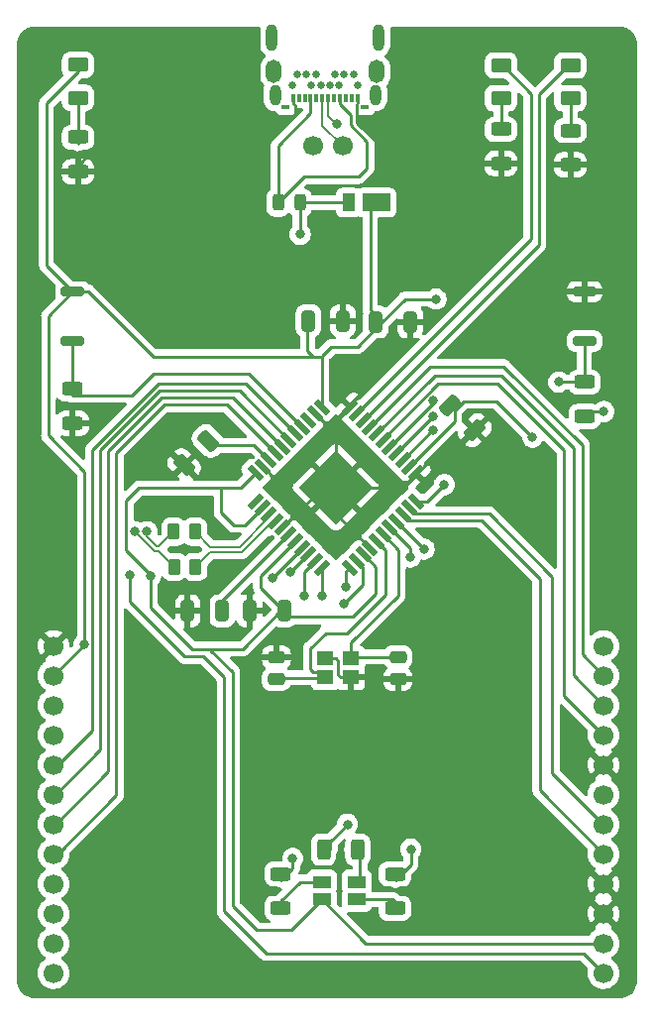
<source format=gtl>
G04 #@! TF.GenerationSoftware,KiCad,Pcbnew,6.0.11-2627ca5db0~126~ubuntu22.04.1*
G04 #@! TF.CreationDate,2023-08-07T18:38:46+02:00*
G04 #@! TF.ProjectId,Qoobinoo,516f6f62-696e-46f6-9f2e-6b696361645f,rev?*
G04 #@! TF.SameCoordinates,Original*
G04 #@! TF.FileFunction,Copper,L1,Top*
G04 #@! TF.FilePolarity,Positive*
%FSLAX46Y46*%
G04 Gerber Fmt 4.6, Leading zero omitted, Abs format (unit mm)*
G04 Created by KiCad (PCBNEW 6.0.11-2627ca5db0~126~ubuntu22.04.1) date 2023-08-07 18:38:46*
%MOMM*%
%LPD*%
G01*
G04 APERTURE LIST*
G04 Aperture macros list*
%AMRoundRect*
0 Rectangle with rounded corners*
0 $1 Rounding radius*
0 $2 $3 $4 $5 $6 $7 $8 $9 X,Y pos of 4 corners*
0 Add a 4 corners polygon primitive as box body*
4,1,4,$2,$3,$4,$5,$6,$7,$8,$9,$2,$3,0*
0 Add four circle primitives for the rounded corners*
1,1,$1+$1,$2,$3*
1,1,$1+$1,$4,$5*
1,1,$1+$1,$6,$7*
1,1,$1+$1,$8,$9*
0 Add four rect primitives between the rounded corners*
20,1,$1+$1,$2,$3,$4,$5,0*
20,1,$1+$1,$4,$5,$6,$7,0*
20,1,$1+$1,$6,$7,$8,$9,0*
20,1,$1+$1,$8,$9,$2,$3,0*%
%AMRotRect*
0 Rectangle, with rotation*
0 The origin of the aperture is its center*
0 $1 length*
0 $2 width*
0 $3 Rotation angle, in degrees counterclockwise*
0 Add horizontal line*
21,1,$1,$2,0,0,$3*%
G04 Aperture macros list end*
G04 #@! TA.AperFunction,SMDPad,CuDef*
%ADD10RoundRect,0.200000X-0.800000X0.200000X-0.800000X-0.200000X0.800000X-0.200000X0.800000X0.200000X0*%
G04 #@! TD*
G04 #@! TA.AperFunction,SMDPad,CuDef*
%ADD11RoundRect,0.250000X-0.475000X0.250000X-0.475000X-0.250000X0.475000X-0.250000X0.475000X0.250000X0*%
G04 #@! TD*
G04 #@! TA.AperFunction,SMDPad,CuDef*
%ADD12RoundRect,0.250000X-0.325000X-0.650000X0.325000X-0.650000X0.325000X0.650000X-0.325000X0.650000X0*%
G04 #@! TD*
G04 #@! TA.AperFunction,SMDPad,CuDef*
%ADD13RoundRect,0.250000X0.312500X0.625000X-0.312500X0.625000X-0.312500X-0.625000X0.312500X-0.625000X0*%
G04 #@! TD*
G04 #@! TA.AperFunction,SMDPad,CuDef*
%ADD14RoundRect,0.250000X0.625000X-0.375000X0.625000X0.375000X-0.625000X0.375000X-0.625000X-0.375000X0*%
G04 #@! TD*
G04 #@! TA.AperFunction,SMDPad,CuDef*
%ADD15RoundRect,0.250000X-0.262500X-0.450000X0.262500X-0.450000X0.262500X0.450000X-0.262500X0.450000X0*%
G04 #@! TD*
G04 #@! TA.AperFunction,SMDPad,CuDef*
%ADD16RoundRect,0.250000X-0.689429X-0.229810X-0.229810X-0.689429X0.689429X0.229810X0.229810X0.689429X0*%
G04 #@! TD*
G04 #@! TA.AperFunction,ComponentPad*
%ADD17C,1.700000*%
G04 #@! TD*
G04 #@! TA.AperFunction,SMDPad,CuDef*
%ADD18RoundRect,0.250000X-0.625000X0.312500X-0.625000X-0.312500X0.625000X-0.312500X0.625000X0.312500X0*%
G04 #@! TD*
G04 #@! TA.AperFunction,SMDPad,CuDef*
%ADD19RoundRect,0.200000X0.800000X-0.200000X0.800000X0.200000X-0.800000X0.200000X-0.800000X-0.200000X0*%
G04 #@! TD*
G04 #@! TA.AperFunction,SMDPad,CuDef*
%ADD20RoundRect,0.250000X0.625000X-0.312500X0.625000X0.312500X-0.625000X0.312500X-0.625000X-0.312500X0*%
G04 #@! TD*
G04 #@! TA.AperFunction,SMDPad,CuDef*
%ADD21RoundRect,0.250000X0.325000X0.650000X-0.325000X0.650000X-0.325000X-0.650000X0.325000X-0.650000X0*%
G04 #@! TD*
G04 #@! TA.AperFunction,SMDPad,CuDef*
%ADD22R,1.400000X1.200000*%
G04 #@! TD*
G04 #@! TA.AperFunction,SMDPad,CuDef*
%ADD23RoundRect,0.250000X-0.229810X0.689429X-0.689429X0.229810X0.229810X-0.689429X0.689429X-0.229810X0*%
G04 #@! TD*
G04 #@! TA.AperFunction,SMDPad,CuDef*
%ADD24RotRect,1.500000X0.550000X45.000000*%
G04 #@! TD*
G04 #@! TA.AperFunction,SMDPad,CuDef*
%ADD25RotRect,1.500000X0.550000X135.000000*%
G04 #@! TD*
G04 #@! TA.AperFunction,SMDPad,CuDef*
%ADD26RotRect,4.500000X4.500000X45.000000*%
G04 #@! TD*
G04 #@! TA.AperFunction,SMDPad,CuDef*
%ADD27R,2.400000X1.500000*%
G04 #@! TD*
G04 #@! TA.AperFunction,SMDPad,CuDef*
%ADD28R,1.050000X1.500000*%
G04 #@! TD*
G04 #@! TA.AperFunction,SMDPad,CuDef*
%ADD29R,0.300000X0.700000*%
G04 #@! TD*
G04 #@! TA.AperFunction,ComponentPad*
%ADD30C,0.650000*%
G04 #@! TD*
G04 #@! TA.AperFunction,ComponentPad*
%ADD31O,0.950000X1.800000*%
G04 #@! TD*
G04 #@! TA.AperFunction,SMDPad,CuDef*
%ADD32R,0.700000X0.350000*%
G04 #@! TD*
G04 #@! TA.AperFunction,ComponentPad*
%ADD33O,0.950000X2.280000*%
G04 #@! TD*
G04 #@! TA.AperFunction,ComponentPad*
%ADD34O,1.330000X1.980000*%
G04 #@! TD*
G04 #@! TA.AperFunction,SMDPad,CuDef*
%ADD35RoundRect,0.243750X-0.243750X-0.456250X0.243750X-0.456250X0.243750X0.456250X-0.243750X0.456250X0*%
G04 #@! TD*
G04 #@! TA.AperFunction,SMDPad,CuDef*
%ADD36RoundRect,0.250000X0.475000X-0.250000X0.475000X0.250000X-0.475000X0.250000X-0.475000X-0.250000X0*%
G04 #@! TD*
G04 #@! TA.AperFunction,SMDPad,CuDef*
%ADD37R,1.500000X1.100000*%
G04 #@! TD*
G04 #@! TA.AperFunction,ViaPad*
%ADD38C,0.800000*%
G04 #@! TD*
G04 #@! TA.AperFunction,Conductor*
%ADD39C,0.250000*%
G04 #@! TD*
G04 #@! TA.AperFunction,Conductor*
%ADD40C,0.200000*%
G04 #@! TD*
G04 APERTURE END LIST*
D10*
X128650000Y-75160000D03*
X128650000Y-79360000D03*
D11*
X156440000Y-106350000D03*
X156440000Y-108250000D03*
D12*
X154545000Y-77740000D03*
X157495000Y-77740000D03*
X148785000Y-77630000D03*
X151735000Y-77630000D03*
D13*
X153005000Y-122810000D03*
X150080000Y-122810000D03*
D14*
X129100000Y-58582500D03*
X129100000Y-55782500D03*
D15*
X137265000Y-95650000D03*
X139090000Y-95650000D03*
D16*
X160908768Y-84888768D03*
X162994734Y-86974734D03*
D17*
X127000000Y-105410000D03*
X127000000Y-107950000D03*
X127000000Y-110490000D03*
X127000000Y-113030000D03*
X127000000Y-115570000D03*
X127000000Y-118110000D03*
X127000000Y-120650000D03*
X127000000Y-123190000D03*
X127000000Y-125730000D03*
X127000000Y-128270000D03*
X127000000Y-130810000D03*
X127000000Y-133350000D03*
D18*
X165240000Y-61277500D03*
X165240000Y-64202500D03*
D19*
X172380000Y-79360000D03*
X172380000Y-75160000D03*
D20*
X146407522Y-127812500D03*
X146407522Y-124887500D03*
X172380000Y-85802500D03*
X172380000Y-82877500D03*
D18*
X128650000Y-83467500D03*
X128650000Y-86392500D03*
D14*
X165240000Y-58622500D03*
X165240000Y-55822500D03*
D15*
X137315000Y-98650000D03*
X139140000Y-98650000D03*
D21*
X141425000Y-102410000D03*
X138475000Y-102410000D03*
D20*
X156180000Y-127812500D03*
X156180000Y-124887500D03*
D22*
X152420000Y-106500000D03*
X150220000Y-106500000D03*
X150220000Y-108100000D03*
X152420000Y-108100000D03*
D18*
X171160000Y-61377500D03*
X171160000Y-64302500D03*
D23*
X140244734Y-87885266D03*
X138158768Y-89971232D03*
D24*
X144271064Y-93060762D03*
X144836750Y-93626447D03*
X145402435Y-94192132D03*
X145968120Y-94757818D03*
X146533806Y-95323503D03*
X147099491Y-95889189D03*
X147665177Y-96454874D03*
X148230862Y-97020560D03*
X148796548Y-97586245D03*
X149362233Y-98151930D03*
X149927918Y-98717616D03*
D25*
X152332082Y-98717616D03*
X152897767Y-98151930D03*
X153463452Y-97586245D03*
X154029138Y-97020560D03*
X154594823Y-96454874D03*
X155160509Y-95889189D03*
X155726194Y-95323503D03*
X156291880Y-94757818D03*
X156857565Y-94192132D03*
X157423250Y-93626447D03*
X157988936Y-93060762D03*
D24*
X157988936Y-90656598D03*
X157423250Y-90090913D03*
X156857565Y-89525228D03*
X156291880Y-88959542D03*
X155726194Y-88393857D03*
X155160509Y-87828171D03*
X154594823Y-87262486D03*
X154029138Y-86696800D03*
X153463452Y-86131115D03*
X152897767Y-85565430D03*
X152332082Y-84999744D03*
D25*
X149927918Y-84999744D03*
X149362233Y-85565430D03*
X148796548Y-86131115D03*
X148230862Y-86696800D03*
X147665177Y-87262486D03*
X147099491Y-87828171D03*
X146533806Y-88393857D03*
X145968120Y-88959542D03*
X145402435Y-89525228D03*
X144836750Y-90090913D03*
X144271064Y-90656598D03*
D26*
X151130000Y-91858680D03*
D17*
X173990000Y-105410000D03*
X173990000Y-107950000D03*
X173990000Y-110490000D03*
X173990000Y-113030000D03*
X173990000Y-115570000D03*
X173990000Y-118110000D03*
X173990000Y-120650000D03*
X173990000Y-123190000D03*
X173990000Y-125730000D03*
X173990000Y-128270000D03*
X173990000Y-130810000D03*
X173990000Y-133350000D03*
D14*
X171160000Y-58622500D03*
X171160000Y-55822500D03*
D27*
X154570000Y-67540000D03*
D28*
X152195000Y-67540000D03*
D18*
X129100000Y-61965000D03*
X129100000Y-64890000D03*
D29*
X152975000Y-58610000D03*
X152475000Y-58610000D03*
X151975000Y-58610000D03*
X151475000Y-58610000D03*
X150975000Y-58610000D03*
X150475000Y-58610000D03*
X149975000Y-58610000D03*
X149475000Y-58610000D03*
X148975000Y-58610000D03*
X148475000Y-58610000D03*
X147975000Y-58610000D03*
X147475000Y-58610000D03*
D30*
X147425000Y-57500000D03*
X147825000Y-56600000D03*
X148625000Y-56600000D03*
X149025000Y-57500000D03*
X149425000Y-56600000D03*
X149825000Y-57500000D03*
X150625000Y-57500000D03*
X151025000Y-56600000D03*
X151425000Y-57500000D03*
X151825000Y-56600000D03*
X152625000Y-56600000D03*
X153025000Y-57500000D03*
D31*
X145930000Y-58330000D03*
D32*
X153600000Y-59395000D03*
D33*
X145650000Y-53440000D03*
D34*
X154615000Y-56350000D03*
D31*
X154520000Y-58330000D03*
D34*
X145835000Y-56350000D03*
D33*
X154800000Y-53440000D03*
D32*
X146850000Y-59395000D03*
D21*
X146697500Y-102410000D03*
X143747500Y-102410000D03*
D35*
X146182500Y-67540000D03*
X148057500Y-67540000D03*
D36*
X146050000Y-108250000D03*
X146050000Y-106350000D03*
D17*
X149190000Y-62720000D03*
X151730000Y-62720000D03*
D37*
X149925044Y-125570000D03*
X152925044Y-125570000D03*
X152925044Y-127070000D03*
X149925044Y-127070000D03*
D38*
X135290000Y-132180000D03*
X130740000Y-86370000D03*
X139200000Y-56680000D03*
X164050000Y-88130000D03*
X134120000Y-56710000D03*
X126450000Y-91850000D03*
X153281320Y-91858680D03*
X128960000Y-88070000D03*
X155971320Y-91858680D03*
X134756278Y-93376278D03*
X160360000Y-56870000D03*
X146535000Y-91745000D03*
X166430000Y-106430000D03*
X148810000Y-91780000D03*
X135490000Y-88150000D03*
X151510000Y-113900000D03*
X164100000Y-67510000D03*
X146660000Y-119110000D03*
X151130000Y-86750000D03*
X138200000Y-97170000D03*
X167970000Y-94100000D03*
X126360000Y-99400000D03*
X137600000Y-128320000D03*
X163500000Y-121360000D03*
X151191320Y-91858680D03*
X139720000Y-93280000D03*
X137510000Y-86370000D03*
X134020000Y-90130000D03*
X173540000Y-67810000D03*
X138870000Y-72760000D03*
X174490000Y-91790000D03*
X151150000Y-96700000D03*
X133950000Y-66010000D03*
X158490000Y-72760000D03*
X151130000Y-93830000D03*
X161590000Y-106930000D03*
X131760000Y-85140000D03*
X166890000Y-127560000D03*
X163480000Y-115600000D03*
X151130000Y-89920000D03*
X167510000Y-76660000D03*
X152470000Y-73010000D03*
X140160000Y-66140000D03*
X165130000Y-134090000D03*
X167930000Y-87570000D03*
X129605500Y-105310000D03*
X159680000Y-75780000D03*
X174020000Y-85390000D03*
X135290000Y-99390000D03*
X133560000Y-99350000D03*
X148070000Y-70260000D03*
X151180000Y-60850000D03*
X133950313Y-95654081D03*
X135000313Y-95654081D03*
X158660000Y-97130000D03*
X157480000Y-97820000D03*
X145710000Y-99570000D03*
X147280000Y-99100000D03*
X148400000Y-101100000D03*
X149927918Y-101147918D03*
X152020000Y-100400000D03*
X159400000Y-87000000D03*
X151790000Y-101770000D03*
X170170000Y-82860000D03*
X147440000Y-123560000D03*
X160390000Y-91630000D03*
X152110000Y-120640000D03*
X159410000Y-84486639D03*
X157530000Y-122770000D03*
X159410000Y-85830000D03*
D39*
X156460000Y-101090000D02*
X156460000Y-97188680D01*
X156230001Y-106350000D02*
X152420000Y-106350000D01*
X156410001Y-106530000D02*
X156230001Y-106350000D01*
X156460000Y-97188680D02*
X155160509Y-95889189D01*
X152420000Y-105130000D02*
X156460000Y-101090000D01*
X152420000Y-106350000D02*
X152420000Y-105130000D01*
X151191320Y-91858680D02*
X151130000Y-91858680D01*
X156360000Y-64140000D02*
X165177500Y-64140000D01*
X146533806Y-95323503D02*
X148323655Y-93533655D01*
X151130000Y-87310000D02*
X151130000Y-87520000D01*
X151130000Y-94121422D02*
X151130000Y-93830000D01*
X152975000Y-59040000D02*
X152925000Y-59090000D01*
X152420000Y-108100000D02*
X151530000Y-108100000D01*
X156786854Y-91858680D02*
X155971320Y-91858680D01*
X147500000Y-58635000D02*
X147500000Y-59095000D01*
X149385430Y-85565430D02*
X150470000Y-86650000D01*
X148323655Y-93533655D02*
X149998629Y-91858680D01*
X149362233Y-85565430D02*
X149385430Y-85565430D01*
X149998629Y-91858680D02*
X151130000Y-91858680D01*
X151130000Y-89920000D02*
X151130000Y-91858680D01*
X153281320Y-91858680D02*
X151191320Y-91858680D01*
X151130000Y-86750000D02*
X151130000Y-87310000D01*
X147660000Y-59970000D02*
X146600000Y-61030000D01*
X154029138Y-97020560D02*
X151130000Y-94121422D01*
X151330000Y-107900000D02*
X151330000Y-106710000D01*
X155971320Y-91858680D02*
X153281320Y-91858680D01*
X152332082Y-84999744D02*
X151130000Y-86201826D01*
X150470000Y-86650000D02*
X151130000Y-87310000D01*
X147475000Y-58610000D02*
X147500000Y-58635000D01*
X152975000Y-58610000D02*
X152975000Y-59040000D01*
X152925000Y-59090000D02*
X152925000Y-60705000D01*
X144880913Y-90090913D02*
X146535000Y-91745000D01*
X165177500Y-64140000D02*
X165240000Y-64202500D01*
X151130000Y-87520000D02*
X151130000Y-89920000D01*
X157988936Y-90656598D02*
X156786854Y-91858680D01*
X147500000Y-59095000D02*
X147660000Y-59255000D01*
X146535000Y-91745000D02*
X148323655Y-93533655D01*
X151530000Y-108100000D02*
X151330000Y-107900000D01*
X132410000Y-61030000D02*
X129100000Y-64340000D01*
X147660000Y-59255000D02*
X147660000Y-59970000D01*
X151130000Y-93830000D02*
X151130000Y-91858680D01*
X146600000Y-61030000D02*
X132410000Y-61030000D01*
X151330000Y-106710000D02*
X151120000Y-106500000D01*
X151130000Y-86201826D02*
X151130000Y-86750000D01*
X151120000Y-106500000D02*
X150220000Y-106500000D01*
X144836750Y-90090913D02*
X144880913Y-90090913D01*
X152925000Y-60705000D02*
X156360000Y-64140000D01*
X150250000Y-108130000D02*
X146170000Y-108130000D01*
X146170000Y-108130000D02*
X146050000Y-108250000D01*
X149210000Y-107650000D02*
X149770000Y-107650000D01*
X155380000Y-97240051D02*
X155380000Y-101020000D01*
X154594823Y-96454874D02*
X155380000Y-97240051D01*
X152100000Y-104300000D02*
X150250000Y-104300000D01*
X148950000Y-105600000D02*
X148950000Y-107390000D01*
X148950000Y-107390000D02*
X149210000Y-107650000D01*
X149770000Y-107650000D02*
X150250000Y-108130000D01*
X150250000Y-104300000D02*
X148950000Y-105600000D01*
X155380000Y-101020000D02*
X152100000Y-104300000D01*
X148720000Y-80230000D02*
X148720000Y-77695000D01*
X129640000Y-105000000D02*
X129640000Y-105275500D01*
X155070000Y-77740000D02*
X154070000Y-76740000D01*
X135300000Y-102100000D02*
X135300000Y-99330000D01*
X164870000Y-84510000D02*
X167930000Y-87570000D01*
X135300000Y-99330000D02*
X133225313Y-97255313D01*
X149927918Y-80697918D02*
X149187918Y-80697918D01*
X147305044Y-129690000D02*
X144350000Y-129690000D01*
X129640000Y-105310000D02*
X129640000Y-105000000D01*
X129980000Y-75160000D02*
X135520000Y-80700000D01*
X144836750Y-93626447D02*
X143383197Y-95080000D01*
X144690000Y-100415000D02*
X144690000Y-99410000D01*
X140408198Y-105751802D02*
X140485000Y-105675000D01*
X129640000Y-105000000D02*
X129640000Y-90510000D01*
X147215000Y-102940000D02*
X146685000Y-102410000D01*
X142380000Y-95080000D02*
X141330000Y-94030000D01*
X126400000Y-59070000D02*
X129100000Y-56370000D01*
X135520000Y-80700000D02*
X149925836Y-80700000D01*
X142997662Y-91930000D02*
X144271064Y-90656598D01*
X127000000Y-107950000D02*
X129640000Y-105310000D01*
X146685000Y-102410000D02*
X144690000Y-100415000D01*
X149927918Y-84999744D02*
X149927918Y-81837918D01*
X152570000Y-102940000D02*
X147215000Y-102940000D01*
X154550000Y-100960000D02*
X152570000Y-102940000D01*
X149927918Y-81837918D02*
X149927918Y-80697918D01*
X155070000Y-77740000D02*
X157030000Y-75780000D01*
X153463452Y-97586245D02*
X154550000Y-98672793D01*
X157423250Y-90090913D02*
X161280000Y-86234163D01*
X147645126Y-96454874D02*
X147665177Y-96454874D01*
X152970000Y-79840000D02*
X150730000Y-79840000D01*
X141330000Y-91930000D02*
X142997662Y-91930000D01*
X138875000Y-105675000D02*
X135300000Y-102100000D01*
X146685000Y-102410000D02*
X146430000Y-102410000D01*
X128650000Y-75160000D02*
X126400000Y-72910000D01*
X146430000Y-102410000D02*
X143165000Y-105675000D01*
X129640000Y-105275500D02*
X129605500Y-105310000D01*
X126580000Y-87450000D02*
X126580000Y-77230000D01*
X149925044Y-127070000D02*
X147305044Y-129690000D01*
X133225313Y-93014687D02*
X134310000Y-91930000D01*
X154550000Y-98672793D02*
X154550000Y-100960000D01*
X142815000Y-105675000D02*
X138875000Y-105675000D01*
X142300000Y-127640000D02*
X142300000Y-107643604D01*
X153665044Y-130810000D02*
X149925044Y-127070000D01*
X126400000Y-72910000D02*
X126400000Y-59070000D01*
X141330000Y-94030000D02*
X141330000Y-91930000D01*
X150730000Y-79840000D02*
X149927918Y-80642082D01*
X154070000Y-68040000D02*
X154570000Y-67540000D01*
X129640000Y-90510000D02*
X126580000Y-87450000D01*
X144350000Y-129690000D02*
X142300000Y-127640000D01*
X143165000Y-105675000D02*
X142815000Y-105675000D01*
X161280000Y-85260000D02*
X162030000Y-84510000D01*
X144690000Y-99410000D02*
X147645126Y-96454874D01*
X164690000Y-84510000D02*
X164870000Y-84510000D01*
X149925836Y-80700000D02*
X149927918Y-80697918D01*
X134310000Y-91930000D02*
X141330000Y-91930000D01*
X162030000Y-84510000D02*
X164690000Y-84510000D01*
X161280000Y-86234163D02*
X161280000Y-85260000D01*
X142300000Y-107643604D02*
X140408198Y-105751802D01*
X143383197Y-95080000D02*
X142380000Y-95080000D01*
X126580000Y-77230000D02*
X128650000Y-75160000D01*
X174020000Y-85390000D02*
X172517500Y-85390000D01*
X148720000Y-77695000D02*
X148785000Y-77630000D01*
X173990000Y-130810000D02*
X153665044Y-130810000D01*
X154070000Y-76740000D02*
X154070000Y-68040000D01*
X128650000Y-75160000D02*
X129980000Y-75160000D01*
X155070000Y-77740000D02*
X152970000Y-79840000D01*
X149187918Y-80697918D02*
X148720000Y-80230000D01*
X133225313Y-97255313D02*
X133225313Y-93014687D01*
X157030000Y-75780000D02*
X159680000Y-75780000D01*
X149927918Y-80642082D02*
X149927918Y-81837918D01*
X140485000Y-105675000D02*
X142815000Y-105675000D01*
X140615966Y-88256498D02*
X140244734Y-87885266D01*
X145402435Y-89525228D02*
X144133705Y-88256498D01*
X144133705Y-88256498D02*
X140615966Y-88256498D01*
X141412500Y-101576180D02*
X147099491Y-95889189D01*
X141412500Y-102410000D02*
X141412500Y-101576180D01*
X133560000Y-99350000D02*
X133560000Y-101670000D01*
X133560000Y-101670000D02*
X138220000Y-106330000D01*
X172330000Y-131690000D02*
X173990000Y-133350000D01*
X138220000Y-106330000D02*
X139810000Y-106330000D01*
X148070000Y-70260000D02*
X148070000Y-67552500D01*
X148057500Y-67540000D02*
X152195000Y-67540000D01*
X139810000Y-106330000D02*
X141580000Y-108100000D01*
X141580000Y-128060000D02*
X145210000Y-131690000D01*
X145210000Y-131690000D02*
X172330000Y-131690000D01*
X148070000Y-67552500D02*
X148057500Y-67540000D01*
X141580000Y-108100000D02*
X141580000Y-128060000D01*
X129100000Y-62515000D02*
X129100000Y-59170000D01*
X153463452Y-86131115D02*
X168480000Y-71114567D01*
X168480000Y-71114567D02*
X168480000Y-58300000D01*
X170957500Y-55822500D02*
X171160000Y-55822500D01*
X168480000Y-58300000D02*
X170957500Y-55822500D01*
X167800000Y-58260000D02*
X165240000Y-55700000D01*
X152897767Y-85565430D02*
X167800000Y-70663197D01*
X165240000Y-55700000D02*
X165240000Y-55682500D01*
X167800000Y-70663197D02*
X167800000Y-58260000D01*
X146407522Y-127232500D02*
X148070022Y-125570000D01*
X148070022Y-125570000D02*
X149925044Y-125570000D01*
X153170000Y-125325044D02*
X153170000Y-123525000D01*
X153170000Y-123525000D02*
X152455000Y-122810000D01*
X152925044Y-125570000D02*
X153170000Y-125325044D01*
X155985000Y-127070000D02*
X152925044Y-127070000D01*
X156180000Y-127265000D02*
X155985000Y-127070000D01*
X152370000Y-60940000D02*
X152370000Y-60060000D01*
X148975000Y-59915000D02*
X146182500Y-62707500D01*
X146182500Y-66287500D02*
X146182500Y-67540000D01*
X146182500Y-67540000D02*
X148402500Y-65320000D01*
X153060000Y-65320000D02*
X153780000Y-64600000D01*
X148975000Y-58610000D02*
X148975000Y-59915000D01*
X153780000Y-64600000D02*
X153780000Y-62350000D01*
X151475000Y-59165000D02*
X151475000Y-58610000D01*
X148402500Y-65320000D02*
X153060000Y-65320000D01*
X152370000Y-60060000D02*
X151475000Y-59165000D01*
X146182500Y-62707500D02*
X146182500Y-67540000D01*
X153780000Y-62350000D02*
X152370000Y-60940000D01*
D40*
X151170000Y-60850000D02*
X150475000Y-60155000D01*
X150475000Y-60155000D02*
X150475000Y-58610000D01*
X137315000Y-98650000D02*
X136015001Y-97350001D01*
X135646233Y-97350001D02*
X133950313Y-95654081D01*
X151180000Y-60850000D02*
X151170000Y-60850000D01*
X136015001Y-97350001D02*
X135646233Y-97350001D01*
X149975000Y-60965000D02*
X149975000Y-58610000D01*
X135000313Y-96067684D02*
X135000313Y-95654081D01*
X151730000Y-62720000D02*
X149975000Y-60965000D01*
X136015001Y-96899999D02*
X135832628Y-96899999D01*
X137265000Y-95650000D02*
X136015001Y-96899999D01*
X135832628Y-96899999D02*
X135000313Y-96067684D01*
D39*
X156291880Y-94761880D02*
X158660000Y-97130000D01*
X156291880Y-94757818D02*
X156291880Y-94761880D01*
X155726194Y-95323503D02*
X157480000Y-97077309D01*
X157480000Y-97077309D02*
X157480000Y-97820000D01*
X146540000Y-86130000D02*
X146540000Y-86137309D01*
X135990000Y-83010000D02*
X143420000Y-83010000D01*
X127370000Y-115570000D02*
X130330000Y-112610000D01*
X127000000Y-115570000D02*
X127370000Y-115570000D01*
X146540000Y-86137309D02*
X147665177Y-87262486D01*
X130330000Y-112610000D02*
X130330000Y-88670000D01*
X130330000Y-88670000D02*
X135990000Y-83010000D01*
X143420000Y-83010000D02*
X146540000Y-86130000D01*
X131020000Y-114230000D02*
X131020000Y-88720000D01*
X127140000Y-118110000D02*
X131020000Y-114230000D01*
X131020000Y-88720000D02*
X136100000Y-83640000D01*
X142911320Y-83640000D02*
X147099491Y-87828171D01*
X136100000Y-83640000D02*
X142911320Y-83640000D01*
X127000000Y-118110000D02*
X127140000Y-118110000D01*
X127000000Y-120650000D02*
X127150000Y-120650000D01*
X127150000Y-120650000D02*
X131660000Y-116140000D01*
X131660000Y-116140000D02*
X131660000Y-88780000D01*
X142369949Y-84230000D02*
X146533806Y-88393857D01*
X136210000Y-84230000D02*
X142369949Y-84230000D01*
X131660000Y-88780000D02*
X136210000Y-84230000D01*
X127350000Y-123190000D02*
X127000000Y-123190000D01*
X132380000Y-88910000D02*
X132380000Y-118160000D01*
X145968120Y-88959542D02*
X141818578Y-84810000D01*
X136480000Y-84810000D02*
X132380000Y-88910000D01*
X132380000Y-118160000D02*
X127350000Y-123190000D01*
X141818578Y-84810000D02*
X136480000Y-84810000D01*
X148230862Y-97049138D02*
X145710000Y-99570000D01*
X148230862Y-97020560D02*
X148230862Y-97049138D01*
X148793755Y-97586245D02*
X147280000Y-99100000D01*
X148796548Y-97586245D02*
X148793755Y-97586245D01*
X148400000Y-99114163D02*
X148400000Y-101100000D01*
X149362233Y-98151930D02*
X148400000Y-99114163D01*
X149927918Y-98717616D02*
X149927918Y-101147918D01*
X152020000Y-100400000D02*
X152020000Y-99029698D01*
X152020000Y-99029698D02*
X152332082Y-98717616D01*
X172180000Y-88250000D02*
X172180000Y-106140000D01*
X159175938Y-81550000D02*
X165480000Y-81550000D01*
X165480000Y-81550000D02*
X172180000Y-88250000D01*
X154029138Y-86696800D02*
X159175938Y-81550000D01*
X172180000Y-106140000D02*
X173990000Y-107950000D01*
X171430000Y-88480000D02*
X165240000Y-82290000D01*
X171430000Y-107930000D02*
X171430000Y-88480000D01*
X165240000Y-82290000D02*
X159567309Y-82290000D01*
X159567309Y-82290000D02*
X154594823Y-87262486D01*
X173990000Y-110490000D02*
X171430000Y-107930000D01*
X173990000Y-113030000D02*
X170620000Y-109660000D01*
X170620000Y-88660000D02*
X164940000Y-82980000D01*
X164940000Y-82980000D02*
X159891334Y-82980000D01*
X159891334Y-82980000D02*
X155160509Y-87710825D01*
X170620000Y-109660000D02*
X170620000Y-88660000D01*
X155160509Y-87710825D02*
X155160509Y-87828171D01*
X159382793Y-87000000D02*
X156857565Y-89525228D01*
X159400000Y-87000000D02*
X159382793Y-87000000D01*
X168560000Y-99650000D02*
X163586231Y-94676231D01*
X157341664Y-94676231D02*
X156857565Y-94192132D01*
X168560000Y-117760000D02*
X168560000Y-99650000D01*
X163586231Y-94676231D02*
X157341664Y-94676231D01*
X173990000Y-123190000D02*
X168560000Y-117760000D01*
X157907349Y-94110546D02*
X157423250Y-93626447D01*
X169620000Y-116280000D02*
X169620000Y-99510000D01*
X164220546Y-94110546D02*
X157907349Y-94110546D01*
X169620000Y-99510000D02*
X164220546Y-94110546D01*
X173990000Y-120650000D02*
X169620000Y-116280000D01*
D40*
X145402435Y-94192132D02*
X145402435Y-94439619D01*
X142892055Y-96949999D02*
X145402435Y-94439619D01*
X139090000Y-95650000D02*
X140389999Y-96949999D01*
X140389999Y-96949999D02*
X142892055Y-96949999D01*
X145968120Y-94757818D02*
X145720634Y-94757818D01*
X139140000Y-98650000D02*
X140389999Y-97400001D01*
X140389999Y-97400001D02*
X143078451Y-97400001D01*
X143078451Y-97400001D02*
X145720634Y-94757818D01*
D39*
X152897767Y-98151930D02*
X153381866Y-98636029D01*
X153381866Y-100178134D02*
X151790000Y-101770000D01*
X153381866Y-98636029D02*
X153381866Y-100178134D01*
X172380000Y-79360000D02*
X172380000Y-82877500D01*
X170170000Y-82860000D02*
X171812500Y-82860000D01*
X133692500Y-84017500D02*
X135530000Y-82180000D01*
X128650000Y-84017500D02*
X128650000Y-79360000D01*
X143714062Y-82180000D02*
X148230862Y-86696800D01*
X135530000Y-82180000D02*
X143714062Y-82180000D01*
X128650000Y-84017500D02*
X133692500Y-84017500D01*
X158959238Y-93060762D02*
X157988936Y-93060762D01*
X160390000Y-91630000D02*
X158959238Y-93060762D01*
X147440000Y-124375022D02*
X146407522Y-125407500D01*
X147440000Y-123560000D02*
X147440000Y-124375022D01*
X150630000Y-122120000D02*
X152110000Y-120640000D01*
X155736143Y-88393857D02*
X155726194Y-88393857D01*
X159526639Y-84603361D02*
X155736143Y-88393857D01*
X150630000Y-122810000D02*
X150630000Y-122120000D01*
X159526639Y-84486639D02*
X159526639Y-84603361D01*
X157530000Y-124090000D02*
X157530000Y-122770000D01*
X156291880Y-88959542D02*
X156291880Y-88948120D01*
X156291880Y-88948120D02*
X159410000Y-85830000D01*
X156180000Y-125440000D02*
X157530000Y-124090000D01*
X171160000Y-61377500D02*
X171160000Y-58622500D01*
X165240000Y-61277500D02*
X165240000Y-58482500D01*
G04 #@! TA.AperFunction,Conductor*
G36*
X144614010Y-52528502D02*
G01*
X144660503Y-52582158D01*
X144670607Y-52652432D01*
X144669228Y-52660254D01*
X144666844Y-52671666D01*
X144666500Y-52678229D01*
X144666500Y-54154934D01*
X144681619Y-54303780D01*
X144741369Y-54494440D01*
X144838235Y-54669191D01*
X144842391Y-54674040D01*
X144954781Y-54805168D01*
X144968261Y-54820896D01*
X144973302Y-54824806D01*
X144973306Y-54824810D01*
X145091603Y-54916571D01*
X145133170Y-54974127D01*
X145137020Y-55045019D01*
X145097455Y-55110861D01*
X144980127Y-55213756D01*
X144846604Y-55383128D01*
X144843913Y-55388244D01*
X144843911Y-55388246D01*
X144832876Y-55409221D01*
X144746183Y-55573997D01*
X144682227Y-55779970D01*
X144661500Y-55955091D01*
X144661500Y-56729707D01*
X144676208Y-56889769D01*
X144734750Y-57097346D01*
X144830141Y-57290779D01*
X144833597Y-57295407D01*
X144948536Y-57449328D01*
X144959184Y-57463588D01*
X144963428Y-57467511D01*
X144966196Y-57470585D01*
X144996915Y-57534592D01*
X144989623Y-57593334D01*
X144992168Y-57594141D01*
X144990238Y-57600226D01*
X144987702Y-57606086D01*
X144946844Y-57801666D01*
X144946500Y-57808229D01*
X144946500Y-58804934D01*
X144946823Y-58808113D01*
X144959765Y-58935524D01*
X144961619Y-58953780D01*
X145021369Y-59144440D01*
X145024463Y-59150022D01*
X145024464Y-59150024D01*
X145026483Y-59153666D01*
X145118235Y-59319191D01*
X145122391Y-59324040D01*
X145242841Y-59464572D01*
X145248261Y-59470896D01*
X145253298Y-59474803D01*
X145253300Y-59474805D01*
X145401093Y-59589445D01*
X145401096Y-59589447D01*
X145406137Y-59593357D01*
X145411863Y-59596175D01*
X145411867Y-59596177D01*
X145525150Y-59651919D01*
X145585411Y-59681571D01*
X145625138Y-59691919D01*
X145772580Y-59730325D01*
X145772583Y-59730325D01*
X145778762Y-59731935D01*
X145940913Y-59740433D01*
X146007894Y-59763972D01*
X146044840Y-59805752D01*
X146046232Y-59808295D01*
X146049385Y-59816705D01*
X146054768Y-59823887D01*
X146054771Y-59823892D01*
X146112527Y-59900955D01*
X146136739Y-59933261D01*
X146253295Y-60020615D01*
X146389684Y-60071745D01*
X146451866Y-60078500D01*
X147248134Y-60078500D01*
X147310316Y-60071745D01*
X147446705Y-60020615D01*
X147563261Y-59933261D01*
X147650615Y-59816705D01*
X147701745Y-59680316D01*
X147708500Y-59618134D01*
X147708500Y-59594500D01*
X147728502Y-59526379D01*
X147782158Y-59479886D01*
X147834500Y-59468500D01*
X148173134Y-59468500D01*
X148176529Y-59468131D01*
X148176533Y-59468131D01*
X148201893Y-59465376D01*
X148271775Y-59477904D01*
X148323791Y-59526226D01*
X148341500Y-59590639D01*
X148341500Y-59600405D01*
X148321498Y-59668526D01*
X148304595Y-59689500D01*
X145790247Y-62203848D01*
X145781961Y-62211388D01*
X145775482Y-62215500D01*
X145770057Y-62221277D01*
X145728857Y-62265151D01*
X145726102Y-62267993D01*
X145706365Y-62287730D01*
X145703885Y-62290927D01*
X145696182Y-62299947D01*
X145665914Y-62332179D01*
X145662095Y-62339125D01*
X145662093Y-62339128D01*
X145656152Y-62349934D01*
X145645301Y-62366453D01*
X145632886Y-62382459D01*
X145629741Y-62389728D01*
X145629738Y-62389732D01*
X145615326Y-62423037D01*
X145610109Y-62433687D01*
X145588805Y-62472440D01*
X145586834Y-62480115D01*
X145586834Y-62480116D01*
X145583767Y-62492062D01*
X145577363Y-62510766D01*
X145569319Y-62529355D01*
X145568080Y-62537178D01*
X145568077Y-62537188D01*
X145562401Y-62573024D01*
X145559995Y-62584644D01*
X145554392Y-62606468D01*
X145549000Y-62627470D01*
X145549000Y-62647724D01*
X145547449Y-62667434D01*
X145544280Y-62687443D01*
X145545026Y-62695335D01*
X145548441Y-62731461D01*
X145549000Y-62743319D01*
X145549000Y-66370069D01*
X145528998Y-66438190D01*
X145489304Y-66477212D01*
X145468311Y-66490203D01*
X145344383Y-66614347D01*
X145252339Y-66763671D01*
X145197115Y-66930165D01*
X145186500Y-67033769D01*
X145186501Y-68046230D01*
X145197384Y-68151129D01*
X145199563Y-68157660D01*
X145199564Y-68157665D01*
X145245058Y-68294027D01*
X145252898Y-68317526D01*
X145345203Y-68466689D01*
X145469347Y-68590617D01*
X145475577Y-68594457D01*
X145475578Y-68594458D01*
X145501616Y-68610508D01*
X145618671Y-68682661D01*
X145625619Y-68684966D01*
X145625620Y-68684966D01*
X145778634Y-68735719D01*
X145778636Y-68735719D01*
X145785165Y-68737885D01*
X145888769Y-68748500D01*
X146180234Y-68748500D01*
X146476230Y-68748499D01*
X146581129Y-68737616D01*
X146587660Y-68735437D01*
X146587665Y-68735436D01*
X146740578Y-68684420D01*
X146747526Y-68682102D01*
X146896689Y-68589797D01*
X147020617Y-68465653D01*
X147022419Y-68462730D01*
X147079029Y-68422592D01*
X147149952Y-68419358D01*
X147211364Y-68454982D01*
X147216916Y-68461378D01*
X147220203Y-68466689D01*
X147344347Y-68590617D01*
X147350577Y-68594457D01*
X147350578Y-68594458D01*
X147376616Y-68610508D01*
X147424109Y-68663280D01*
X147436500Y-68717768D01*
X147436500Y-69557476D01*
X147416498Y-69625597D01*
X147404142Y-69641779D01*
X147330960Y-69723056D01*
X147235473Y-69888444D01*
X147176458Y-70070072D01*
X147156496Y-70260000D01*
X147157186Y-70266565D01*
X147175173Y-70437698D01*
X147176458Y-70449928D01*
X147235473Y-70631556D01*
X147330960Y-70796944D01*
X147458747Y-70938866D01*
X147613248Y-71051118D01*
X147619276Y-71053802D01*
X147619278Y-71053803D01*
X147781681Y-71126109D01*
X147787712Y-71128794D01*
X147881113Y-71148647D01*
X147968056Y-71167128D01*
X147968061Y-71167128D01*
X147974513Y-71168500D01*
X148165487Y-71168500D01*
X148171939Y-71167128D01*
X148171944Y-71167128D01*
X148258887Y-71148647D01*
X148352288Y-71128794D01*
X148358319Y-71126109D01*
X148520722Y-71053803D01*
X148520724Y-71053802D01*
X148526752Y-71051118D01*
X148681253Y-70938866D01*
X148809040Y-70796944D01*
X148904527Y-70631556D01*
X148963542Y-70449928D01*
X148964828Y-70437698D01*
X148982814Y-70266565D01*
X148983504Y-70260000D01*
X148963542Y-70070072D01*
X148904527Y-69888444D01*
X148809040Y-69723056D01*
X148735863Y-69641785D01*
X148705147Y-69577779D01*
X148703500Y-69557476D01*
X148703500Y-68702196D01*
X148723502Y-68634075D01*
X148759848Y-68598344D01*
X148759729Y-68598194D01*
X148761132Y-68597082D01*
X148763197Y-68595052D01*
X148765461Y-68593651D01*
X148771689Y-68589797D01*
X148895617Y-68465653D01*
X148987661Y-68316329D01*
X149006401Y-68259831D01*
X149046833Y-68201472D01*
X149112397Y-68174236D01*
X149125994Y-68173500D01*
X151035500Y-68173500D01*
X151103621Y-68193502D01*
X151150114Y-68247158D01*
X151161500Y-68299500D01*
X151161500Y-68338134D01*
X151168255Y-68400316D01*
X151219385Y-68536705D01*
X151306739Y-68653261D01*
X151423295Y-68740615D01*
X151559684Y-68791745D01*
X151621866Y-68798500D01*
X152768134Y-68798500D01*
X152830316Y-68791745D01*
X152966705Y-68740615D01*
X152973891Y-68735229D01*
X152981760Y-68730921D01*
X152983143Y-68733447D01*
X153035942Y-68713721D01*
X153105324Y-68728774D01*
X153111112Y-68732493D01*
X153116107Y-68735228D01*
X153123295Y-68740615D01*
X153259684Y-68791745D01*
X153318469Y-68798131D01*
X153321866Y-68798500D01*
X153321742Y-68799639D01*
X153384234Y-68821711D01*
X153427768Y-68877794D01*
X153436500Y-68923884D01*
X153436500Y-76661233D01*
X153435973Y-76672416D01*
X153434298Y-76679909D01*
X153434547Y-76687835D01*
X153434547Y-76687836D01*
X153436438Y-76747986D01*
X153436500Y-76751945D01*
X153436500Y-76779856D01*
X153436997Y-76783790D01*
X153436997Y-76783791D01*
X153437005Y-76783856D01*
X153437938Y-76795693D01*
X153439327Y-76839889D01*
X153443624Y-76854679D01*
X153444978Y-76859339D01*
X153448987Y-76878700D01*
X153451526Y-76898797D01*
X153454444Y-76906167D01*
X153459581Y-76919141D01*
X153467774Y-76978367D01*
X153461500Y-77039600D01*
X153461500Y-78400405D01*
X153441498Y-78468526D01*
X153424595Y-78489500D01*
X152744500Y-79169595D01*
X152682188Y-79203621D01*
X152655405Y-79206500D01*
X152445206Y-79206500D01*
X152377085Y-79186498D01*
X152330592Y-79132842D01*
X152320488Y-79062568D01*
X152349982Y-78997988D01*
X152384311Y-78972029D01*
X152383732Y-78971094D01*
X152527807Y-78881937D01*
X152539208Y-78872901D01*
X152653739Y-78758171D01*
X152662751Y-78746760D01*
X152747816Y-78608757D01*
X152753963Y-78595576D01*
X152805138Y-78441290D01*
X152808005Y-78427914D01*
X152817672Y-78333562D01*
X152818000Y-78327146D01*
X152818000Y-77902115D01*
X152813525Y-77886876D01*
X152812135Y-77885671D01*
X152804452Y-77884000D01*
X150670116Y-77884000D01*
X150654877Y-77888475D01*
X150653672Y-77889865D01*
X150652001Y-77897548D01*
X150652001Y-78327095D01*
X150652338Y-78333614D01*
X150662257Y-78429206D01*
X150665149Y-78442600D01*
X150716588Y-78596784D01*
X150722761Y-78609962D01*
X150808063Y-78747807D01*
X150817099Y-78759208D01*
X150931829Y-78873739D01*
X150943240Y-78882751D01*
X151087475Y-78971658D01*
X151086280Y-78973596D01*
X151131284Y-79013218D01*
X151150748Y-79081494D01*
X151130209Y-79149455D01*
X151076188Y-79195523D01*
X151024752Y-79206500D01*
X150808767Y-79206500D01*
X150797584Y-79205973D01*
X150790091Y-79204298D01*
X150782165Y-79204547D01*
X150782164Y-79204547D01*
X150722014Y-79206438D01*
X150718055Y-79206500D01*
X150690144Y-79206500D01*
X150686210Y-79206997D01*
X150686209Y-79206997D01*
X150686144Y-79207005D01*
X150674307Y-79207938D01*
X150642490Y-79208938D01*
X150638029Y-79209078D01*
X150630110Y-79209327D01*
X150612454Y-79214456D01*
X150610658Y-79214978D01*
X150591306Y-79218986D01*
X150584235Y-79219880D01*
X150571203Y-79221526D01*
X150563834Y-79224443D01*
X150563832Y-79224444D01*
X150530097Y-79237800D01*
X150518869Y-79241645D01*
X150476407Y-79253982D01*
X150469585Y-79258016D01*
X150469579Y-79258019D01*
X150458968Y-79264294D01*
X150441218Y-79272990D01*
X150429756Y-79277528D01*
X150429751Y-79277531D01*
X150422383Y-79280448D01*
X150404970Y-79293099D01*
X150386625Y-79306427D01*
X150376707Y-79312943D01*
X150358019Y-79323995D01*
X150338637Y-79335458D01*
X150324313Y-79349782D01*
X150309281Y-79362621D01*
X150292893Y-79374528D01*
X150264712Y-79408593D01*
X150256722Y-79417373D01*
X149646582Y-80027513D01*
X149584270Y-80061539D01*
X149557487Y-80064418D01*
X149502513Y-80064418D01*
X149434392Y-80044416D01*
X149413416Y-80027512D01*
X149390403Y-80004498D01*
X149356379Y-79942185D01*
X149353500Y-79915404D01*
X149353500Y-79088414D01*
X149373502Y-79020293D01*
X149426049Y-78974313D01*
X149427001Y-78973867D01*
X149433946Y-78971550D01*
X149584348Y-78878478D01*
X149709305Y-78753303D01*
X149730068Y-78719619D01*
X149798275Y-78608968D01*
X149798276Y-78608966D01*
X149802115Y-78602738D01*
X149857797Y-78434861D01*
X149868500Y-78330400D01*
X149868500Y-77357885D01*
X150652000Y-77357885D01*
X150656475Y-77373124D01*
X150657865Y-77374329D01*
X150665548Y-77376000D01*
X151462885Y-77376000D01*
X151478124Y-77371525D01*
X151479329Y-77370135D01*
X151481000Y-77362452D01*
X151481000Y-77357885D01*
X151989000Y-77357885D01*
X151993475Y-77373124D01*
X151994865Y-77374329D01*
X152002548Y-77376000D01*
X152799884Y-77376000D01*
X152815123Y-77371525D01*
X152816328Y-77370135D01*
X152817999Y-77362452D01*
X152817999Y-76932905D01*
X152817662Y-76926386D01*
X152807743Y-76830794D01*
X152804851Y-76817400D01*
X152753412Y-76663216D01*
X152747239Y-76650038D01*
X152661937Y-76512193D01*
X152652901Y-76500792D01*
X152538171Y-76386261D01*
X152526760Y-76377249D01*
X152388757Y-76292184D01*
X152375576Y-76286037D01*
X152221290Y-76234862D01*
X152207914Y-76231995D01*
X152113562Y-76222328D01*
X152107145Y-76222000D01*
X152007115Y-76222000D01*
X151991876Y-76226475D01*
X151990671Y-76227865D01*
X151989000Y-76235548D01*
X151989000Y-77357885D01*
X151481000Y-77357885D01*
X151481000Y-76240116D01*
X151476525Y-76224877D01*
X151475135Y-76223672D01*
X151467452Y-76222001D01*
X151362905Y-76222001D01*
X151356386Y-76222338D01*
X151260794Y-76232257D01*
X151247400Y-76235149D01*
X151093216Y-76286588D01*
X151080038Y-76292761D01*
X150942193Y-76378063D01*
X150930792Y-76387099D01*
X150816261Y-76501829D01*
X150807249Y-76513240D01*
X150722184Y-76651243D01*
X150716037Y-76664424D01*
X150664862Y-76818710D01*
X150661995Y-76832086D01*
X150652328Y-76926438D01*
X150652000Y-76932855D01*
X150652000Y-77357885D01*
X149868500Y-77357885D01*
X149868500Y-76929600D01*
X149866069Y-76906167D01*
X149858238Y-76830692D01*
X149858237Y-76830688D01*
X149857526Y-76823834D01*
X149854052Y-76813419D01*
X149803868Y-76663002D01*
X149801550Y-76656054D01*
X149708478Y-76505652D01*
X149583303Y-76380695D01*
X149520858Y-76342203D01*
X149438968Y-76291725D01*
X149438966Y-76291724D01*
X149432738Y-76287885D01*
X149342161Y-76257842D01*
X149271389Y-76234368D01*
X149271387Y-76234368D01*
X149264861Y-76232203D01*
X149258025Y-76231503D01*
X149258022Y-76231502D01*
X149214969Y-76227091D01*
X149160400Y-76221500D01*
X148409600Y-76221500D01*
X148406354Y-76221837D01*
X148406350Y-76221837D01*
X148310692Y-76231762D01*
X148310688Y-76231763D01*
X148303834Y-76232474D01*
X148297298Y-76234655D01*
X148297296Y-76234655D01*
X148280928Y-76240116D01*
X148136054Y-76288450D01*
X147985652Y-76381522D01*
X147860695Y-76506697D01*
X147856855Y-76512927D01*
X147856854Y-76512928D01*
X147792233Y-76617763D01*
X147767885Y-76657262D01*
X147757979Y-76687128D01*
X147723695Y-76790493D01*
X147712203Y-76825139D01*
X147711503Y-76831975D01*
X147711502Y-76831978D01*
X147709912Y-76847497D01*
X147701500Y-76929600D01*
X147701500Y-78330400D01*
X147701837Y-78333646D01*
X147701837Y-78333650D01*
X147711752Y-78429206D01*
X147712474Y-78436166D01*
X147714655Y-78442702D01*
X147714655Y-78442704D01*
X147750916Y-78551389D01*
X147768450Y-78603946D01*
X147861522Y-78754348D01*
X147986697Y-78879305D01*
X147992929Y-78883147D01*
X147992931Y-78883148D01*
X148026617Y-78903913D01*
X148074110Y-78956685D01*
X148086500Y-79011172D01*
X148086500Y-79940500D01*
X148066498Y-80008621D01*
X148012842Y-80055114D01*
X147960500Y-80066500D01*
X135834594Y-80066500D01*
X135766473Y-80046498D01*
X135745499Y-80029595D01*
X130483652Y-74767747D01*
X130476112Y-74759461D01*
X130472000Y-74752982D01*
X130422348Y-74706356D01*
X130419507Y-74703602D01*
X130399770Y-74683865D01*
X130396573Y-74681385D01*
X130387551Y-74673680D01*
X130361100Y-74648841D01*
X130355321Y-74643414D01*
X130348375Y-74639595D01*
X130348372Y-74639593D01*
X130337566Y-74633652D01*
X130321047Y-74622801D01*
X130320583Y-74622441D01*
X130305041Y-74610386D01*
X130297772Y-74607241D01*
X130297768Y-74607238D01*
X130264463Y-74592826D01*
X130253813Y-74587609D01*
X130215060Y-74566305D01*
X130195437Y-74561267D01*
X130176734Y-74554863D01*
X130165420Y-74549967D01*
X130165419Y-74549967D01*
X130158145Y-74546819D01*
X130150322Y-74545580D01*
X130150312Y-74545577D01*
X130114476Y-74539901D01*
X130102856Y-74537495D01*
X130067712Y-74528472D01*
X130067709Y-74528472D01*
X130060030Y-74526500D01*
X130055200Y-74526500D01*
X129991386Y-74498669D01*
X129983159Y-74491139D01*
X129890381Y-74398361D01*
X129743699Y-74309528D01*
X129736452Y-74307257D01*
X129736450Y-74307256D01*
X129670164Y-74286483D01*
X129580062Y-74258247D01*
X129506635Y-74251500D01*
X129460908Y-74251500D01*
X128689595Y-74251501D01*
X128621474Y-74231499D01*
X128600500Y-74214596D01*
X127070405Y-72684500D01*
X127036379Y-72622188D01*
X127033500Y-72595405D01*
X127033500Y-65249595D01*
X127717001Y-65249595D01*
X127717338Y-65256114D01*
X127727257Y-65351706D01*
X127730149Y-65365100D01*
X127781588Y-65519284D01*
X127787761Y-65532462D01*
X127873063Y-65670307D01*
X127882099Y-65681708D01*
X127996829Y-65796239D01*
X128008240Y-65805251D01*
X128146243Y-65890316D01*
X128159424Y-65896463D01*
X128313710Y-65947638D01*
X128327086Y-65950505D01*
X128421438Y-65960172D01*
X128427854Y-65960500D01*
X128827885Y-65960500D01*
X128843124Y-65956025D01*
X128844329Y-65954635D01*
X128846000Y-65946952D01*
X128846000Y-65942384D01*
X129354000Y-65942384D01*
X129358475Y-65957623D01*
X129359865Y-65958828D01*
X129367548Y-65960499D01*
X129772095Y-65960499D01*
X129778614Y-65960162D01*
X129874206Y-65950243D01*
X129887600Y-65947351D01*
X130041784Y-65895912D01*
X130054962Y-65889739D01*
X130192807Y-65804437D01*
X130204208Y-65795401D01*
X130318739Y-65680671D01*
X130327751Y-65669260D01*
X130412816Y-65531257D01*
X130418963Y-65518076D01*
X130470138Y-65363790D01*
X130473005Y-65350414D01*
X130482672Y-65256062D01*
X130483000Y-65249646D01*
X130483000Y-65162115D01*
X130478525Y-65146876D01*
X130477135Y-65145671D01*
X130469452Y-65144000D01*
X129372115Y-65144000D01*
X129356876Y-65148475D01*
X129355671Y-65149865D01*
X129354000Y-65157548D01*
X129354000Y-65942384D01*
X128846000Y-65942384D01*
X128846000Y-65162115D01*
X128841525Y-65146876D01*
X128840135Y-65145671D01*
X128832452Y-65144000D01*
X127735116Y-65144000D01*
X127719877Y-65148475D01*
X127718672Y-65149865D01*
X127717001Y-65157548D01*
X127717001Y-65249595D01*
X127033500Y-65249595D01*
X127033500Y-64617885D01*
X127717000Y-64617885D01*
X127721475Y-64633124D01*
X127722865Y-64634329D01*
X127730548Y-64636000D01*
X128827885Y-64636000D01*
X128843124Y-64631525D01*
X128844329Y-64630135D01*
X128846000Y-64622452D01*
X128846000Y-64617885D01*
X129354000Y-64617885D01*
X129358475Y-64633124D01*
X129359865Y-64634329D01*
X129367548Y-64636000D01*
X130464884Y-64636000D01*
X130480123Y-64631525D01*
X130481328Y-64630135D01*
X130482999Y-64622452D01*
X130482999Y-64530405D01*
X130482661Y-64523877D01*
X130472743Y-64428294D01*
X130469851Y-64414900D01*
X130418412Y-64260716D01*
X130412239Y-64247538D01*
X130326937Y-64109693D01*
X130317901Y-64098292D01*
X130203171Y-63983761D01*
X130191760Y-63974749D01*
X130053757Y-63889684D01*
X130040576Y-63883537D01*
X129886290Y-63832362D01*
X129872914Y-63829495D01*
X129778562Y-63819828D01*
X129772145Y-63819500D01*
X129372115Y-63819500D01*
X129356876Y-63823975D01*
X129355671Y-63825365D01*
X129354000Y-63833048D01*
X129354000Y-64617885D01*
X128846000Y-64617885D01*
X128846000Y-63837616D01*
X128841525Y-63822377D01*
X128840135Y-63821172D01*
X128832452Y-63819501D01*
X128427905Y-63819501D01*
X128421386Y-63819838D01*
X128325794Y-63829757D01*
X128312400Y-63832649D01*
X128158216Y-63884088D01*
X128145038Y-63890261D01*
X128007193Y-63975563D01*
X127995792Y-63984599D01*
X127881261Y-64099329D01*
X127872249Y-64110740D01*
X127787184Y-64248743D01*
X127781037Y-64261924D01*
X127729862Y-64416210D01*
X127726995Y-64429586D01*
X127717328Y-64523938D01*
X127717000Y-64530355D01*
X127717000Y-64617885D01*
X127033500Y-64617885D01*
X127033500Y-59384594D01*
X127053502Y-59316473D01*
X127070405Y-59295499D01*
X127501405Y-58864499D01*
X127563717Y-58830473D01*
X127634532Y-58835538D01*
X127691368Y-58878085D01*
X127716179Y-58944605D01*
X127716500Y-58953594D01*
X127716500Y-59007900D01*
X127716837Y-59011146D01*
X127716837Y-59011150D01*
X127726660Y-59105819D01*
X127727474Y-59113666D01*
X127729655Y-59120202D01*
X127729655Y-59120204D01*
X127743000Y-59160204D01*
X127783450Y-59281446D01*
X127876522Y-59431848D01*
X128001697Y-59556805D01*
X128007927Y-59560645D01*
X128007928Y-59560646D01*
X128145955Y-59645727D01*
X128152262Y-59649615D01*
X128221138Y-59672460D01*
X128313611Y-59703132D01*
X128313613Y-59703132D01*
X128320139Y-59705297D01*
X128326977Y-59705998D01*
X128326979Y-59705998D01*
X128353342Y-59708699D01*
X128419070Y-59735540D01*
X128459852Y-59793655D01*
X128466500Y-59834043D01*
X128466500Y-60776050D01*
X128446498Y-60844171D01*
X128392842Y-60890664D01*
X128353504Y-60901377D01*
X128345865Y-60902169D01*
X128325692Y-60904262D01*
X128325688Y-60904263D01*
X128318834Y-60904974D01*
X128312298Y-60907155D01*
X128312296Y-60907155D01*
X128280192Y-60917866D01*
X128151054Y-60960950D01*
X128000652Y-61054022D01*
X127875695Y-61179197D01*
X127871855Y-61185427D01*
X127871854Y-61185428D01*
X127818567Y-61271876D01*
X127782885Y-61329762D01*
X127727203Y-61497639D01*
X127716500Y-61602100D01*
X127716500Y-62327900D01*
X127716837Y-62331146D01*
X127716837Y-62331150D01*
X127722916Y-62389732D01*
X127727474Y-62433666D01*
X127729655Y-62440202D01*
X127729655Y-62440204D01*
X127750161Y-62501666D01*
X127783450Y-62601446D01*
X127876522Y-62751848D01*
X128001697Y-62876805D01*
X128007927Y-62880645D01*
X128007928Y-62880646D01*
X128145090Y-62965194D01*
X128152262Y-62969615D01*
X128232005Y-62996064D01*
X128313611Y-63023132D01*
X128313613Y-63023132D01*
X128320139Y-63025297D01*
X128326975Y-63025997D01*
X128326978Y-63025998D01*
X128370031Y-63030409D01*
X128424600Y-63036000D01*
X128694531Y-63036000D01*
X128757747Y-63054366D01*
X128757856Y-63054133D01*
X128902682Y-63122283D01*
X129059906Y-63152275D01*
X129148400Y-63146708D01*
X129211738Y-63142723D01*
X129211740Y-63142723D01*
X129219650Y-63142225D01*
X129227186Y-63139776D01*
X129227188Y-63139776D01*
X129364333Y-63095215D01*
X129364336Y-63095214D01*
X129371875Y-63092764D01*
X129430415Y-63055613D01*
X129497927Y-63036000D01*
X129775400Y-63036000D01*
X129778646Y-63035663D01*
X129778650Y-63035663D01*
X129874308Y-63025738D01*
X129874312Y-63025737D01*
X129881166Y-63025026D01*
X129887702Y-63022845D01*
X129887704Y-63022845D01*
X130019806Y-62978772D01*
X130048946Y-62969050D01*
X130199348Y-62875978D01*
X130324305Y-62750803D01*
X130387844Y-62647724D01*
X130413275Y-62606468D01*
X130413276Y-62606466D01*
X130417115Y-62600238D01*
X130452995Y-62492062D01*
X130470632Y-62438889D01*
X130470632Y-62438887D01*
X130472797Y-62432361D01*
X130473753Y-62423037D01*
X130482256Y-62340042D01*
X130483500Y-62327900D01*
X130483500Y-61602100D01*
X130472526Y-61496334D01*
X130416550Y-61328554D01*
X130323478Y-61178152D01*
X130198303Y-61053195D01*
X130055225Y-60965000D01*
X130053968Y-60964225D01*
X130053966Y-60964224D01*
X130047738Y-60960385D01*
X129941417Y-60925120D01*
X129886389Y-60906868D01*
X129886387Y-60906868D01*
X129879861Y-60904703D01*
X129873023Y-60904002D01*
X129873021Y-60904002D01*
X129846658Y-60901301D01*
X129780930Y-60874460D01*
X129740148Y-60816345D01*
X129733500Y-60775957D01*
X129733500Y-59833950D01*
X129753502Y-59765829D01*
X129807158Y-59719336D01*
X129846496Y-59708623D01*
X129854135Y-59707831D01*
X129874308Y-59705738D01*
X129874312Y-59705737D01*
X129881166Y-59705026D01*
X129887702Y-59702845D01*
X129887704Y-59702845D01*
X130038320Y-59652595D01*
X130048946Y-59649050D01*
X130199348Y-59555978D01*
X130324305Y-59430803D01*
X130387874Y-59327676D01*
X130413275Y-59286468D01*
X130413276Y-59286466D01*
X130417115Y-59280238D01*
X130456928Y-59160204D01*
X130470632Y-59118889D01*
X130470632Y-59118887D01*
X130472797Y-59112361D01*
X130474077Y-59099875D01*
X130481242Y-59029935D01*
X130483500Y-59007900D01*
X130483500Y-58157100D01*
X130482731Y-58149684D01*
X130473238Y-58058192D01*
X130473237Y-58058188D01*
X130472526Y-58051334D01*
X130416550Y-57883554D01*
X130323478Y-57733152D01*
X130198303Y-57608195D01*
X130192072Y-57604354D01*
X130053968Y-57519225D01*
X130053966Y-57519224D01*
X130047738Y-57515385D01*
X129940428Y-57479792D01*
X129886389Y-57461868D01*
X129886387Y-57461868D01*
X129879861Y-57459703D01*
X129873025Y-57459003D01*
X129873022Y-57459002D01*
X129829969Y-57454591D01*
X129775400Y-57449000D01*
X129221094Y-57449000D01*
X129152973Y-57428998D01*
X129106480Y-57375342D01*
X129096376Y-57305068D01*
X129125870Y-57240488D01*
X129131999Y-57233905D01*
X129412999Y-56952905D01*
X129475311Y-56918879D01*
X129502094Y-56916000D01*
X129775400Y-56916000D01*
X129778646Y-56915663D01*
X129778650Y-56915663D01*
X129874308Y-56905738D01*
X129874312Y-56905737D01*
X129881166Y-56905026D01*
X129887702Y-56902845D01*
X129887704Y-56902845D01*
X130041998Y-56851368D01*
X130048946Y-56849050D01*
X130199348Y-56755978D01*
X130324305Y-56630803D01*
X130387874Y-56527676D01*
X130413275Y-56486468D01*
X130413276Y-56486466D01*
X130417115Y-56480238D01*
X130456928Y-56360204D01*
X130470632Y-56318889D01*
X130470632Y-56318887D01*
X130472797Y-56312361D01*
X130483500Y-56207900D01*
X130483500Y-55357100D01*
X130483163Y-55353850D01*
X130473238Y-55258192D01*
X130473237Y-55258188D01*
X130472526Y-55251334D01*
X130469093Y-55241042D01*
X130418868Y-55090502D01*
X130416550Y-55083554D01*
X130323478Y-54933152D01*
X130303666Y-54913374D01*
X130238373Y-54848195D01*
X130198303Y-54808195D01*
X130119085Y-54759364D01*
X130053968Y-54719225D01*
X130053966Y-54719224D01*
X130047738Y-54715385D01*
X129908467Y-54669191D01*
X129886389Y-54661868D01*
X129886387Y-54661868D01*
X129879861Y-54659703D01*
X129873025Y-54659003D01*
X129873022Y-54659002D01*
X129829969Y-54654591D01*
X129775400Y-54649000D01*
X128424600Y-54649000D01*
X128421354Y-54649337D01*
X128421350Y-54649337D01*
X128325692Y-54659262D01*
X128325688Y-54659263D01*
X128318834Y-54659974D01*
X128312298Y-54662155D01*
X128312296Y-54662155D01*
X128180194Y-54706228D01*
X128151054Y-54715950D01*
X128000652Y-54809022D01*
X127875695Y-54934197D01*
X127871855Y-54940427D01*
X127871854Y-54940428D01*
X127851039Y-54974197D01*
X127782885Y-55084762D01*
X127756436Y-55164505D01*
X127731050Y-55241042D01*
X127727203Y-55252639D01*
X127716500Y-55357100D01*
X127716500Y-56207900D01*
X127716837Y-56211146D01*
X127716837Y-56211150D01*
X127720988Y-56251150D01*
X127727474Y-56313666D01*
X127729655Y-56320202D01*
X127729655Y-56320204D01*
X127743000Y-56360204D01*
X127783450Y-56481446D01*
X127849144Y-56587606D01*
X127867981Y-56656054D01*
X127846820Y-56723824D01*
X127831094Y-56743001D01*
X126007747Y-58566348D01*
X125999461Y-58573888D01*
X125992982Y-58578000D01*
X125987557Y-58583777D01*
X125946357Y-58627651D01*
X125943602Y-58630493D01*
X125923865Y-58650230D01*
X125921385Y-58653427D01*
X125913682Y-58662447D01*
X125883414Y-58694679D01*
X125879595Y-58701625D01*
X125879593Y-58701628D01*
X125873652Y-58712434D01*
X125862801Y-58728953D01*
X125850386Y-58744959D01*
X125847241Y-58752228D01*
X125847238Y-58752232D01*
X125832826Y-58785537D01*
X125827609Y-58796187D01*
X125806305Y-58834940D01*
X125804334Y-58842615D01*
X125804334Y-58842616D01*
X125801267Y-58854562D01*
X125794863Y-58873266D01*
X125786819Y-58891855D01*
X125785580Y-58899678D01*
X125785577Y-58899688D01*
X125779901Y-58935524D01*
X125777495Y-58947144D01*
X125774229Y-58959867D01*
X125766500Y-58989970D01*
X125766500Y-59010224D01*
X125764949Y-59029934D01*
X125761780Y-59049943D01*
X125762526Y-59057835D01*
X125765941Y-59093961D01*
X125766500Y-59105819D01*
X125766500Y-72831233D01*
X125765973Y-72842416D01*
X125764298Y-72849909D01*
X125764547Y-72857835D01*
X125764547Y-72857836D01*
X125766438Y-72917986D01*
X125766500Y-72921945D01*
X125766500Y-72949856D01*
X125766997Y-72953790D01*
X125766997Y-72953791D01*
X125767005Y-72953856D01*
X125767938Y-72965693D01*
X125769327Y-73009889D01*
X125774978Y-73029339D01*
X125778987Y-73048700D01*
X125781526Y-73068797D01*
X125784445Y-73076168D01*
X125784445Y-73076170D01*
X125797804Y-73109912D01*
X125801649Y-73121142D01*
X125813982Y-73163593D01*
X125818015Y-73170412D01*
X125818017Y-73170417D01*
X125824293Y-73181028D01*
X125832988Y-73198776D01*
X125840448Y-73217617D01*
X125845110Y-73224033D01*
X125845110Y-73224034D01*
X125866436Y-73253387D01*
X125872952Y-73263307D01*
X125895458Y-73301362D01*
X125909779Y-73315683D01*
X125922619Y-73330716D01*
X125934528Y-73347107D01*
X125940634Y-73352158D01*
X125968605Y-73375298D01*
X125977384Y-73383288D01*
X127160094Y-74565998D01*
X127194120Y-74628310D01*
X127191233Y-74692770D01*
X127148247Y-74829938D01*
X127141500Y-74903365D01*
X127141501Y-75416634D01*
X127141764Y-75419492D01*
X127141764Y-75419501D01*
X127142583Y-75428414D01*
X127148247Y-75490062D01*
X127191233Y-75627230D01*
X127192518Y-75698212D01*
X127160095Y-75754000D01*
X126187736Y-76726359D01*
X126179462Y-76733888D01*
X126172982Y-76738000D01*
X126167557Y-76743777D01*
X126126357Y-76787651D01*
X126123602Y-76790493D01*
X126103865Y-76810230D01*
X126101385Y-76813427D01*
X126093682Y-76822447D01*
X126063414Y-76854679D01*
X126059595Y-76861625D01*
X126059593Y-76861628D01*
X126053652Y-76872434D01*
X126042801Y-76888953D01*
X126030386Y-76904959D01*
X126027241Y-76912228D01*
X126027238Y-76912232D01*
X126012826Y-76945537D01*
X126007609Y-76956187D01*
X125986305Y-76994940D01*
X125984334Y-77002615D01*
X125984334Y-77002616D01*
X125981267Y-77014562D01*
X125974863Y-77033266D01*
X125970730Y-77042818D01*
X125966819Y-77051855D01*
X125965580Y-77059678D01*
X125965577Y-77059688D01*
X125959901Y-77095524D01*
X125957495Y-77107144D01*
X125946500Y-77149970D01*
X125946500Y-77170224D01*
X125944949Y-77189934D01*
X125941780Y-77209943D01*
X125942526Y-77217835D01*
X125945941Y-77253961D01*
X125946500Y-77265819D01*
X125946500Y-87371233D01*
X125945973Y-87382416D01*
X125944298Y-87389909D01*
X125944547Y-87397835D01*
X125944547Y-87397836D01*
X125946438Y-87457986D01*
X125946500Y-87461945D01*
X125946500Y-87489856D01*
X125946997Y-87493790D01*
X125946997Y-87493791D01*
X125947005Y-87493856D01*
X125947938Y-87505693D01*
X125949327Y-87549889D01*
X125954497Y-87567683D01*
X125954978Y-87569339D01*
X125958987Y-87588700D01*
X125961526Y-87608797D01*
X125964445Y-87616168D01*
X125964445Y-87616170D01*
X125977804Y-87649912D01*
X125981649Y-87661142D01*
X125993982Y-87703593D01*
X125998015Y-87710412D01*
X125998017Y-87710417D01*
X126004293Y-87721028D01*
X126012988Y-87738776D01*
X126020448Y-87757617D01*
X126025110Y-87764033D01*
X126025110Y-87764034D01*
X126046436Y-87793387D01*
X126052952Y-87803307D01*
X126075458Y-87841362D01*
X126089779Y-87855683D01*
X126102619Y-87870716D01*
X126114528Y-87887107D01*
X126142874Y-87910557D01*
X126148605Y-87915298D01*
X126157384Y-87923288D01*
X128969595Y-90735499D01*
X129003621Y-90797811D01*
X129006500Y-90824594D01*
X129006500Y-104569160D01*
X128986498Y-104637281D01*
X128974143Y-104653461D01*
X128866460Y-104773056D01*
X128770973Y-104938444D01*
X128711958Y-105120072D01*
X128711268Y-105126633D01*
X128711268Y-105126635D01*
X128705307Y-105183356D01*
X128691996Y-105310000D01*
X128692118Y-105311156D01*
X128672684Y-105377341D01*
X128655781Y-105398315D01*
X128576413Y-105477683D01*
X128514101Y-105511709D01*
X128443286Y-105506644D01*
X128386450Y-105464097D01*
X128361742Y-105398912D01*
X128344781Y-105192603D01*
X128343096Y-105182424D01*
X128291214Y-104975875D01*
X128287894Y-104966124D01*
X128202972Y-104770814D01*
X128198105Y-104761739D01*
X128133063Y-104661197D01*
X128122377Y-104651995D01*
X128112812Y-104656398D01*
X126246737Y-106522473D01*
X126239977Y-106534853D01*
X126245258Y-106541907D01*
X126291969Y-106569203D01*
X126340693Y-106620841D01*
X126353764Y-106690624D01*
X126327033Y-106756396D01*
X126286584Y-106789752D01*
X126273607Y-106796507D01*
X126269474Y-106799610D01*
X126269471Y-106799612D01*
X126104208Y-106923695D01*
X126094965Y-106930635D01*
X126063024Y-106964059D01*
X125949403Y-107082957D01*
X125940629Y-107092138D01*
X125937715Y-107096410D01*
X125937714Y-107096411D01*
X125929140Y-107108980D01*
X125814743Y-107276680D01*
X125790162Y-107329635D01*
X125734983Y-107448510D01*
X125720688Y-107479305D01*
X125660989Y-107694570D01*
X125637251Y-107916695D01*
X125637548Y-107921848D01*
X125637548Y-107921851D01*
X125643011Y-108016590D01*
X125650110Y-108139715D01*
X125651247Y-108144761D01*
X125651248Y-108144767D01*
X125671119Y-108232939D01*
X125699222Y-108357639D01*
X125737461Y-108451811D01*
X125778799Y-108553614D01*
X125783266Y-108564616D01*
X125785965Y-108569020D01*
X125895726Y-108748134D01*
X125899987Y-108755088D01*
X126046250Y-108923938D01*
X126218126Y-109066632D01*
X126288595Y-109107811D01*
X126291445Y-109109476D01*
X126340169Y-109161114D01*
X126353240Y-109230897D01*
X126326509Y-109296669D01*
X126286055Y-109330027D01*
X126273607Y-109336507D01*
X126269474Y-109339610D01*
X126269471Y-109339612D01*
X126245247Y-109357800D01*
X126094965Y-109470635D01*
X125940629Y-109632138D01*
X125814743Y-109816680D01*
X125720688Y-110019305D01*
X125660989Y-110234570D01*
X125637251Y-110456695D01*
X125637548Y-110461848D01*
X125637548Y-110461851D01*
X125643011Y-110556590D01*
X125650110Y-110679715D01*
X125651247Y-110684761D01*
X125651248Y-110684767D01*
X125671119Y-110772939D01*
X125699222Y-110897639D01*
X125783266Y-111104616D01*
X125899987Y-111295088D01*
X126046250Y-111463938D01*
X126218126Y-111606632D01*
X126288595Y-111647811D01*
X126291445Y-111649476D01*
X126340169Y-111701114D01*
X126353240Y-111770897D01*
X126326509Y-111836669D01*
X126286055Y-111870027D01*
X126273607Y-111876507D01*
X126269474Y-111879610D01*
X126269471Y-111879612D01*
X126245247Y-111897800D01*
X126094965Y-112010635D01*
X125940629Y-112172138D01*
X125814743Y-112356680D01*
X125720688Y-112559305D01*
X125660989Y-112774570D01*
X125637251Y-112996695D01*
X125637548Y-113001848D01*
X125637548Y-113001851D01*
X125643011Y-113096590D01*
X125650110Y-113219715D01*
X125651247Y-113224761D01*
X125651248Y-113224767D01*
X125671119Y-113312939D01*
X125699222Y-113437639D01*
X125783266Y-113644616D01*
X125899987Y-113835088D01*
X126046250Y-114003938D01*
X126218126Y-114146632D01*
X126288595Y-114187811D01*
X126291445Y-114189476D01*
X126340169Y-114241114D01*
X126353240Y-114310897D01*
X126326509Y-114376669D01*
X126286055Y-114410027D01*
X126273607Y-114416507D01*
X126269474Y-114419610D01*
X126269471Y-114419612D01*
X126099100Y-114547530D01*
X126094965Y-114550635D01*
X125940629Y-114712138D01*
X125814743Y-114896680D01*
X125720688Y-115099305D01*
X125660989Y-115314570D01*
X125637251Y-115536695D01*
X125637548Y-115541848D01*
X125637548Y-115541851D01*
X125643011Y-115636590D01*
X125650110Y-115759715D01*
X125651247Y-115764761D01*
X125651248Y-115764767D01*
X125672275Y-115858069D01*
X125699222Y-115977639D01*
X125783266Y-116184616D01*
X125899987Y-116375088D01*
X126046250Y-116543938D01*
X126218126Y-116686632D01*
X126229063Y-116693023D01*
X126291445Y-116729476D01*
X126340169Y-116781114D01*
X126353240Y-116850897D01*
X126326509Y-116916669D01*
X126286055Y-116950027D01*
X126273607Y-116956507D01*
X126269474Y-116959610D01*
X126269471Y-116959612D01*
X126144299Y-117053594D01*
X126094965Y-117090635D01*
X125940629Y-117252138D01*
X125814743Y-117436680D01*
X125720688Y-117639305D01*
X125660989Y-117854570D01*
X125637251Y-118076695D01*
X125637548Y-118081848D01*
X125637548Y-118081851D01*
X125649138Y-118282856D01*
X125650110Y-118299715D01*
X125651247Y-118304761D01*
X125651248Y-118304767D01*
X125665862Y-118369613D01*
X125699222Y-118517639D01*
X125783266Y-118724616D01*
X125899987Y-118915088D01*
X126046250Y-119083938D01*
X126218126Y-119226632D01*
X126288595Y-119267811D01*
X126291445Y-119269476D01*
X126340169Y-119321114D01*
X126353240Y-119390897D01*
X126326509Y-119456669D01*
X126286055Y-119490027D01*
X126273607Y-119496507D01*
X126269474Y-119499610D01*
X126269471Y-119499612D01*
X126245247Y-119517800D01*
X126094965Y-119630635D01*
X125940629Y-119792138D01*
X125814743Y-119976680D01*
X125720688Y-120179305D01*
X125660989Y-120394570D01*
X125637251Y-120616695D01*
X125637548Y-120621848D01*
X125637548Y-120621851D01*
X125643011Y-120716590D01*
X125650110Y-120839715D01*
X125651247Y-120844761D01*
X125651248Y-120844767D01*
X125671119Y-120932939D01*
X125699222Y-121057639D01*
X125783266Y-121264616D01*
X125785965Y-121269020D01*
X125890530Y-121439655D01*
X125899987Y-121455088D01*
X126046250Y-121623938D01*
X126218126Y-121766632D01*
X126288595Y-121807811D01*
X126291445Y-121809476D01*
X126340169Y-121861114D01*
X126353240Y-121930897D01*
X126326509Y-121996669D01*
X126286055Y-122030027D01*
X126273607Y-122036507D01*
X126269474Y-122039610D01*
X126269471Y-122039612D01*
X126138609Y-122137866D01*
X126094965Y-122170635D01*
X125940629Y-122332138D01*
X125937715Y-122336410D01*
X125937714Y-122336411D01*
X125906340Y-122382404D01*
X125814743Y-122516680D01*
X125799003Y-122550590D01*
X125732485Y-122693891D01*
X125720688Y-122719305D01*
X125660989Y-122934570D01*
X125637251Y-123156695D01*
X125637548Y-123161848D01*
X125637548Y-123161851D01*
X125643011Y-123256590D01*
X125650110Y-123379715D01*
X125651247Y-123384761D01*
X125651248Y-123384767D01*
X125666450Y-123452221D01*
X125699222Y-123597639D01*
X125736929Y-123690500D01*
X125764590Y-123758621D01*
X125783266Y-123804616D01*
X125798610Y-123829655D01*
X125893754Y-123984916D01*
X125899987Y-123995088D01*
X126046250Y-124163938D01*
X126122846Y-124227529D01*
X126205119Y-124295833D01*
X126218126Y-124306632D01*
X126236516Y-124317378D01*
X126291445Y-124349476D01*
X126340169Y-124401114D01*
X126353240Y-124470897D01*
X126326509Y-124536669D01*
X126286055Y-124570027D01*
X126273607Y-124576507D01*
X126269474Y-124579610D01*
X126269471Y-124579612D01*
X126100701Y-124706328D01*
X126094965Y-124710635D01*
X126091393Y-124714373D01*
X125994346Y-124815927D01*
X125940629Y-124872138D01*
X125937715Y-124876410D01*
X125937714Y-124876411D01*
X125896968Y-124936143D01*
X125814743Y-125056680D01*
X125799003Y-125090590D01*
X125724822Y-125250400D01*
X125720688Y-125259305D01*
X125660989Y-125474570D01*
X125637251Y-125696695D01*
X125637548Y-125701848D01*
X125637548Y-125701851D01*
X125643167Y-125799305D01*
X125650110Y-125919715D01*
X125651247Y-125924761D01*
X125651248Y-125924767D01*
X125671119Y-126012939D01*
X125699222Y-126137639D01*
X125751453Y-126266270D01*
X125773271Y-126320000D01*
X125783266Y-126344616D01*
X125785965Y-126349020D01*
X125890978Y-126520386D01*
X125899987Y-126535088D01*
X126046250Y-126703938D01*
X126218126Y-126846632D01*
X126229063Y-126853023D01*
X126291445Y-126889476D01*
X126340169Y-126941114D01*
X126353240Y-127010897D01*
X126326509Y-127076669D01*
X126286055Y-127110027D01*
X126273607Y-127116507D01*
X126269474Y-127119610D01*
X126269471Y-127119612D01*
X126183436Y-127184209D01*
X126094965Y-127250635D01*
X125940629Y-127412138D01*
X125937715Y-127416410D01*
X125937714Y-127416411D01*
X125925404Y-127434457D01*
X125814743Y-127596680D01*
X125799003Y-127630590D01*
X125727203Y-127785270D01*
X125720688Y-127799305D01*
X125660989Y-128014570D01*
X125637251Y-128236695D01*
X125637548Y-128241848D01*
X125637548Y-128241851D01*
X125643011Y-128336590D01*
X125650110Y-128459715D01*
X125651247Y-128464761D01*
X125651248Y-128464767D01*
X125671119Y-128552939D01*
X125699222Y-128677639D01*
X125783266Y-128884616D01*
X125899987Y-129075088D01*
X126046250Y-129243938D01*
X126218126Y-129386632D01*
X126229063Y-129393023D01*
X126291445Y-129429476D01*
X126340169Y-129481114D01*
X126353240Y-129550897D01*
X126326509Y-129616669D01*
X126286055Y-129650027D01*
X126273607Y-129656507D01*
X126269474Y-129659610D01*
X126269471Y-129659612D01*
X126245247Y-129677800D01*
X126094965Y-129790635D01*
X125940629Y-129952138D01*
X125814743Y-130136680D01*
X125786010Y-130198580D01*
X125727996Y-130323562D01*
X125720688Y-130339305D01*
X125660989Y-130554570D01*
X125637251Y-130776695D01*
X125637548Y-130781848D01*
X125637548Y-130781851D01*
X125643011Y-130876590D01*
X125650110Y-130999715D01*
X125651247Y-131004761D01*
X125651248Y-131004767D01*
X125662835Y-131056179D01*
X125699222Y-131217639D01*
X125783266Y-131424616D01*
X125899987Y-131615088D01*
X126046250Y-131783938D01*
X126218126Y-131926632D01*
X126288595Y-131967811D01*
X126291445Y-131969476D01*
X126340169Y-132021114D01*
X126353240Y-132090897D01*
X126326509Y-132156669D01*
X126286055Y-132190027D01*
X126273607Y-132196507D01*
X126269474Y-132199610D01*
X126269471Y-132199612D01*
X126103723Y-132324059D01*
X126094965Y-132330635D01*
X125940629Y-132492138D01*
X125814743Y-132676680D01*
X125720688Y-132879305D01*
X125660989Y-133094570D01*
X125637251Y-133316695D01*
X125637548Y-133321848D01*
X125637548Y-133321851D01*
X125643011Y-133416590D01*
X125650110Y-133539715D01*
X125651247Y-133544761D01*
X125651248Y-133544767D01*
X125671119Y-133632939D01*
X125699222Y-133757639D01*
X125783266Y-133964616D01*
X125899987Y-134155088D01*
X126046250Y-134323938D01*
X126218126Y-134466632D01*
X126411000Y-134579338D01*
X126619692Y-134659030D01*
X126624760Y-134660061D01*
X126624763Y-134660062D01*
X126732017Y-134681883D01*
X126838597Y-134703567D01*
X126843772Y-134703757D01*
X126843774Y-134703757D01*
X127056673Y-134711564D01*
X127056677Y-134711564D01*
X127061837Y-134711753D01*
X127066957Y-134711097D01*
X127066959Y-134711097D01*
X127278288Y-134684025D01*
X127278289Y-134684025D01*
X127283416Y-134683368D01*
X127288366Y-134681883D01*
X127492429Y-134620661D01*
X127492434Y-134620659D01*
X127497384Y-134619174D01*
X127697994Y-134520896D01*
X127879860Y-134391173D01*
X128038096Y-134233489D01*
X128097594Y-134150689D01*
X128165435Y-134056277D01*
X128168453Y-134052077D01*
X128177237Y-134034305D01*
X128265136Y-133856453D01*
X128265137Y-133856451D01*
X128267430Y-133851811D01*
X128332370Y-133638069D01*
X128361529Y-133416590D01*
X128363156Y-133350000D01*
X128344852Y-133127361D01*
X128290431Y-132910702D01*
X128201354Y-132705840D01*
X128080014Y-132518277D01*
X127929670Y-132353051D01*
X127925619Y-132349852D01*
X127925615Y-132349848D01*
X127758414Y-132217800D01*
X127758410Y-132217798D01*
X127754359Y-132214598D01*
X127713053Y-132191796D01*
X127663084Y-132141364D01*
X127648312Y-132071921D01*
X127673428Y-132005516D01*
X127700780Y-131978909D01*
X127744603Y-131947650D01*
X127879860Y-131851173D01*
X128038096Y-131693489D01*
X128097594Y-131610689D01*
X128165435Y-131516277D01*
X128168453Y-131512077D01*
X128267430Y-131311811D01*
X128332370Y-131098069D01*
X128361529Y-130876590D01*
X128363156Y-130810000D01*
X128344852Y-130587361D01*
X128290431Y-130370702D01*
X128201354Y-130165840D01*
X128080014Y-129978277D01*
X127929670Y-129813051D01*
X127925619Y-129809852D01*
X127925615Y-129809848D01*
X127758414Y-129677800D01*
X127758410Y-129677798D01*
X127754359Y-129674598D01*
X127713053Y-129651796D01*
X127663084Y-129601364D01*
X127648312Y-129531921D01*
X127673428Y-129465516D01*
X127700780Y-129438909D01*
X127765110Y-129393023D01*
X127879860Y-129311173D01*
X128038096Y-129153489D01*
X128097594Y-129070689D01*
X128165435Y-128976277D01*
X128168453Y-128972077D01*
X128170874Y-128967180D01*
X128265136Y-128776453D01*
X128265137Y-128776451D01*
X128267430Y-128771811D01*
X128318572Y-128603483D01*
X128330865Y-128563023D01*
X128330865Y-128563021D01*
X128332370Y-128558069D01*
X128361529Y-128336590D01*
X128362277Y-128305983D01*
X128363074Y-128273365D01*
X128363074Y-128273361D01*
X128363156Y-128270000D01*
X128344852Y-128047361D01*
X128290431Y-127830702D01*
X128201354Y-127625840D01*
X128089452Y-127452866D01*
X128082822Y-127442617D01*
X128082820Y-127442614D01*
X128080014Y-127438277D01*
X127929670Y-127273051D01*
X127925619Y-127269852D01*
X127925615Y-127269848D01*
X127758414Y-127137800D01*
X127758410Y-127137798D01*
X127754359Y-127134598D01*
X127713053Y-127111796D01*
X127663084Y-127061364D01*
X127648312Y-126991921D01*
X127673428Y-126925516D01*
X127700780Y-126898909D01*
X127765110Y-126853023D01*
X127879860Y-126771173D01*
X127898625Y-126752474D01*
X128034435Y-126617137D01*
X128038096Y-126613489D01*
X128091709Y-126538879D01*
X128165435Y-126436277D01*
X128168453Y-126432077D01*
X128170874Y-126427180D01*
X128265136Y-126236453D01*
X128265137Y-126236451D01*
X128267430Y-126231811D01*
X128324810Y-126042953D01*
X128330865Y-126023023D01*
X128330865Y-126023021D01*
X128332370Y-126018069D01*
X128361529Y-125796590D01*
X128363156Y-125730000D01*
X128344852Y-125507361D01*
X128290431Y-125290702D01*
X128201354Y-125085840D01*
X128130553Y-124976398D01*
X128082822Y-124902617D01*
X128082820Y-124902614D01*
X128080014Y-124898277D01*
X127929670Y-124733051D01*
X127925619Y-124729852D01*
X127925615Y-124729848D01*
X127758414Y-124597800D01*
X127758410Y-124597798D01*
X127754359Y-124594598D01*
X127713053Y-124571796D01*
X127663084Y-124521364D01*
X127648312Y-124451921D01*
X127673428Y-124385516D01*
X127700780Y-124358909D01*
X127744603Y-124327650D01*
X127879860Y-124231173D01*
X127886581Y-124224476D01*
X127988719Y-124122694D01*
X128038096Y-124073489D01*
X128043450Y-124066039D01*
X128165435Y-123896277D01*
X128168453Y-123892077D01*
X128173863Y-123881132D01*
X128265136Y-123696453D01*
X128265137Y-123696451D01*
X128267430Y-123691811D01*
X128332370Y-123478069D01*
X128361529Y-123256590D01*
X128362716Y-123208003D01*
X128363074Y-123193365D01*
X128363074Y-123193361D01*
X128363156Y-123190000D01*
X128359030Y-123139812D01*
X128373383Y-123070281D01*
X128395511Y-123040393D01*
X132772247Y-118663657D01*
X132780537Y-118656113D01*
X132787018Y-118652000D01*
X132833659Y-118602332D01*
X132836413Y-118599491D01*
X132856134Y-118579770D01*
X132858612Y-118576575D01*
X132866318Y-118567553D01*
X132891158Y-118541101D01*
X132896586Y-118535321D01*
X132906346Y-118517568D01*
X132917199Y-118501045D01*
X132924753Y-118491306D01*
X132929613Y-118485041D01*
X132947176Y-118444457D01*
X132952383Y-118433827D01*
X132973695Y-118395060D01*
X132975666Y-118387383D01*
X132975668Y-118387378D01*
X132978732Y-118375442D01*
X132985138Y-118356730D01*
X132990033Y-118345419D01*
X132993181Y-118338145D01*
X132994421Y-118330317D01*
X132994423Y-118330310D01*
X133000099Y-118294476D01*
X133002505Y-118282856D01*
X133011528Y-118247711D01*
X133011528Y-118247710D01*
X133013500Y-118240030D01*
X133013500Y-118219776D01*
X133015051Y-118200065D01*
X133016980Y-118187886D01*
X133018220Y-118180057D01*
X133014059Y-118136038D01*
X133013500Y-118124181D01*
X133013500Y-102323594D01*
X133033502Y-102255473D01*
X133087158Y-102208980D01*
X133157432Y-102198876D01*
X133222012Y-102228370D01*
X133228595Y-102234499D01*
X137716343Y-106722247D01*
X137723887Y-106730537D01*
X137728000Y-106737018D01*
X137733777Y-106742443D01*
X137777667Y-106783658D01*
X137780509Y-106786413D01*
X137800230Y-106806134D01*
X137803425Y-106808612D01*
X137812447Y-106816318D01*
X137844679Y-106846586D01*
X137851628Y-106850406D01*
X137862432Y-106856346D01*
X137878956Y-106867199D01*
X137894959Y-106879613D01*
X137935543Y-106897176D01*
X137946173Y-106902383D01*
X137984940Y-106923695D01*
X137992617Y-106925666D01*
X137992622Y-106925668D01*
X138004558Y-106928732D01*
X138023266Y-106935137D01*
X138041855Y-106943181D01*
X138049683Y-106944421D01*
X138049690Y-106944423D01*
X138085524Y-106950099D01*
X138097144Y-106952505D01*
X138132289Y-106961528D01*
X138139970Y-106963500D01*
X138160224Y-106963500D01*
X138179934Y-106965051D01*
X138199943Y-106968220D01*
X138207835Y-106967474D01*
X138243961Y-106964059D01*
X138255819Y-106963500D01*
X139495406Y-106963500D01*
X139563527Y-106983502D01*
X139584501Y-107000405D01*
X140909595Y-108325500D01*
X140943621Y-108387812D01*
X140946500Y-108414595D01*
X140946500Y-127981233D01*
X140945973Y-127992416D01*
X140944298Y-127999909D01*
X140944547Y-128007835D01*
X140944547Y-128007836D01*
X140946438Y-128067986D01*
X140946500Y-128071945D01*
X140946500Y-128099856D01*
X140946997Y-128103790D01*
X140946997Y-128103791D01*
X140947005Y-128103856D01*
X140947938Y-128115693D01*
X140949327Y-128159889D01*
X140954978Y-128179339D01*
X140958987Y-128198700D01*
X140961526Y-128218797D01*
X140964445Y-128226168D01*
X140964445Y-128226170D01*
X140977804Y-128259912D01*
X140981649Y-128271142D01*
X140986079Y-128286389D01*
X140993982Y-128313593D01*
X140998015Y-128320412D01*
X140998017Y-128320417D01*
X141004293Y-128331028D01*
X141012988Y-128348776D01*
X141020448Y-128367617D01*
X141025110Y-128374033D01*
X141025110Y-128374034D01*
X141046436Y-128403387D01*
X141052952Y-128413307D01*
X141075458Y-128451362D01*
X141089779Y-128465683D01*
X141102619Y-128480716D01*
X141114528Y-128497107D01*
X141120634Y-128502158D01*
X141148605Y-128525298D01*
X141157384Y-128533288D01*
X144706343Y-132082247D01*
X144713887Y-132090537D01*
X144718000Y-132097018D01*
X144723777Y-132102443D01*
X144767667Y-132143658D01*
X144770509Y-132146413D01*
X144790230Y-132166134D01*
X144793425Y-132168612D01*
X144802447Y-132176318D01*
X144834679Y-132206586D01*
X144841628Y-132210406D01*
X144852432Y-132216346D01*
X144868956Y-132227199D01*
X144884959Y-132239613D01*
X144925543Y-132257176D01*
X144936173Y-132262383D01*
X144974940Y-132283695D01*
X144982617Y-132285666D01*
X144982622Y-132285668D01*
X144994558Y-132288732D01*
X145013266Y-132295137D01*
X145031855Y-132303181D01*
X145039683Y-132304421D01*
X145039690Y-132304423D01*
X145075524Y-132310099D01*
X145087144Y-132312505D01*
X145122289Y-132321528D01*
X145129970Y-132323500D01*
X145150224Y-132323500D01*
X145169934Y-132325051D01*
X145189943Y-132328220D01*
X145197835Y-132327474D01*
X145233961Y-132324059D01*
X145245819Y-132323500D01*
X172015406Y-132323500D01*
X172083527Y-132343502D01*
X172104501Y-132360405D01*
X172639778Y-132895682D01*
X172673804Y-132957994D01*
X172672100Y-133018448D01*
X172650989Y-133094570D01*
X172650441Y-133099700D01*
X172650440Y-133099704D01*
X172646933Y-133132522D01*
X172627251Y-133316695D01*
X172627548Y-133321848D01*
X172627548Y-133321851D01*
X172633011Y-133416590D01*
X172640110Y-133539715D01*
X172641247Y-133544761D01*
X172641248Y-133544767D01*
X172661119Y-133632939D01*
X172689222Y-133757639D01*
X172773266Y-133964616D01*
X172889987Y-134155088D01*
X173036250Y-134323938D01*
X173208126Y-134466632D01*
X173401000Y-134579338D01*
X173609692Y-134659030D01*
X173614760Y-134660061D01*
X173614763Y-134660062D01*
X173722017Y-134681883D01*
X173828597Y-134703567D01*
X173833772Y-134703757D01*
X173833774Y-134703757D01*
X174046673Y-134711564D01*
X174046677Y-134711564D01*
X174051837Y-134711753D01*
X174056957Y-134711097D01*
X174056959Y-134711097D01*
X174268288Y-134684025D01*
X174268289Y-134684025D01*
X174273416Y-134683368D01*
X174278366Y-134681883D01*
X174482429Y-134620661D01*
X174482434Y-134620659D01*
X174487384Y-134619174D01*
X174687994Y-134520896D01*
X174869860Y-134391173D01*
X175028096Y-134233489D01*
X175087594Y-134150689D01*
X175155435Y-134056277D01*
X175158453Y-134052077D01*
X175167237Y-134034305D01*
X175255136Y-133856453D01*
X175255137Y-133856451D01*
X175257430Y-133851811D01*
X175322370Y-133638069D01*
X175351529Y-133416590D01*
X175353156Y-133350000D01*
X175334852Y-133127361D01*
X175280431Y-132910702D01*
X175191354Y-132705840D01*
X175070014Y-132518277D01*
X174919670Y-132353051D01*
X174915619Y-132349852D01*
X174915615Y-132349848D01*
X174748414Y-132217800D01*
X174748410Y-132217798D01*
X174744359Y-132214598D01*
X174703053Y-132191796D01*
X174653084Y-132141364D01*
X174638312Y-132071921D01*
X174663428Y-132005516D01*
X174690780Y-131978909D01*
X174734603Y-131947650D01*
X174869860Y-131851173D01*
X175028096Y-131693489D01*
X175087594Y-131610689D01*
X175155435Y-131516277D01*
X175158453Y-131512077D01*
X175257430Y-131311811D01*
X175322370Y-131098069D01*
X175351529Y-130876590D01*
X175353156Y-130810000D01*
X175334852Y-130587361D01*
X175280431Y-130370702D01*
X175191354Y-130165840D01*
X175070014Y-129978277D01*
X174919670Y-129813051D01*
X174915619Y-129809852D01*
X174915615Y-129809848D01*
X174748414Y-129677800D01*
X174748410Y-129677798D01*
X174744359Y-129674598D01*
X174702569Y-129651529D01*
X174652598Y-129601097D01*
X174637826Y-129531654D01*
X174662942Y-129465248D01*
X174690293Y-129438642D01*
X174739247Y-129403723D01*
X174747648Y-129393023D01*
X174740660Y-129379870D01*
X174002812Y-128642022D01*
X173988868Y-128634408D01*
X173987035Y-128634539D01*
X173980420Y-128638790D01*
X173236737Y-129382473D01*
X173229977Y-129394853D01*
X173235258Y-129401907D01*
X173281969Y-129429203D01*
X173330693Y-129480841D01*
X173343764Y-129550624D01*
X173317033Y-129616396D01*
X173276584Y-129649752D01*
X173263607Y-129656507D01*
X173259474Y-129659610D01*
X173259471Y-129659612D01*
X173235247Y-129677800D01*
X173084965Y-129790635D01*
X172930629Y-129952138D01*
X172927715Y-129956410D01*
X172927714Y-129956411D01*
X172815095Y-130121504D01*
X172760184Y-130166507D01*
X172711007Y-130176500D01*
X153979638Y-130176500D01*
X153911517Y-130156498D01*
X153890543Y-130139595D01*
X152094544Y-128343595D01*
X152060518Y-128281283D01*
X152065583Y-128210467D01*
X152108130Y-128153632D01*
X152174650Y-128128821D01*
X152183639Y-128128500D01*
X153723178Y-128128500D01*
X153785360Y-128121745D01*
X153921749Y-128070615D01*
X154038305Y-127983261D01*
X154125659Y-127866705D01*
X154150926Y-127799305D01*
X154156188Y-127785270D01*
X154198830Y-127728506D01*
X154265392Y-127703806D01*
X154274170Y-127703500D01*
X154670500Y-127703500D01*
X154738621Y-127723502D01*
X154785114Y-127777158D01*
X154796500Y-127829500D01*
X154796500Y-128175400D01*
X154796837Y-128178646D01*
X154796837Y-128178650D01*
X154806665Y-128273365D01*
X154807474Y-128281166D01*
X154809655Y-128287702D01*
X154809655Y-128287704D01*
X154820569Y-128320417D01*
X154863450Y-128448946D01*
X154956522Y-128599348D01*
X155081697Y-128724305D01*
X155087927Y-128728145D01*
X155087928Y-128728146D01*
X155226031Y-128813274D01*
X155232262Y-128817115D01*
X155312005Y-128843564D01*
X155393611Y-128870632D01*
X155393613Y-128870632D01*
X155400139Y-128872797D01*
X155406975Y-128873497D01*
X155406978Y-128873498D01*
X155450031Y-128877909D01*
X155504600Y-128883500D01*
X156855400Y-128883500D01*
X156858646Y-128883163D01*
X156858650Y-128883163D01*
X156954308Y-128873238D01*
X156954312Y-128873237D01*
X156961166Y-128872526D01*
X156967702Y-128870345D01*
X156967704Y-128870345D01*
X157099806Y-128826272D01*
X157128946Y-128816550D01*
X157279348Y-128723478D01*
X157404305Y-128598303D01*
X157463570Y-128502158D01*
X157493275Y-128453968D01*
X157493276Y-128453966D01*
X157497115Y-128447738D01*
X157529935Y-128348787D01*
X157550632Y-128286389D01*
X157550632Y-128286387D01*
X157552797Y-128279861D01*
X157553691Y-128271142D01*
X157556691Y-128241863D01*
X172628050Y-128241863D01*
X172640309Y-128454477D01*
X172641745Y-128464697D01*
X172688565Y-128672446D01*
X172691645Y-128682275D01*
X172771770Y-128879603D01*
X172776413Y-128888794D01*
X172856460Y-129019420D01*
X172866916Y-129028880D01*
X172875694Y-129025096D01*
X173617978Y-128282812D01*
X173624356Y-128271132D01*
X174354408Y-128271132D01*
X174354539Y-128272965D01*
X174358790Y-128279580D01*
X175100474Y-129021264D01*
X175112484Y-129027823D01*
X175124223Y-129018855D01*
X175155004Y-128976019D01*
X175160315Y-128967180D01*
X175254670Y-128776267D01*
X175258469Y-128766672D01*
X175320376Y-128562915D01*
X175322555Y-128552834D01*
X175350590Y-128339887D01*
X175351109Y-128333212D01*
X175352572Y-128273364D01*
X175352378Y-128266646D01*
X175334781Y-128052604D01*
X175333096Y-128042424D01*
X175281214Y-127835875D01*
X175277894Y-127826124D01*
X175192972Y-127630814D01*
X175188105Y-127621739D01*
X175123063Y-127521197D01*
X175112377Y-127511995D01*
X175102812Y-127516398D01*
X174362022Y-128257188D01*
X174354408Y-128271132D01*
X173624356Y-128271132D01*
X173625592Y-128268868D01*
X173625461Y-128267035D01*
X173621210Y-128260420D01*
X172879849Y-127519059D01*
X172868313Y-127512759D01*
X172856031Y-127522382D01*
X172808089Y-127592662D01*
X172803004Y-127601613D01*
X172713338Y-127794783D01*
X172709775Y-127804470D01*
X172652864Y-128009681D01*
X172650933Y-128019800D01*
X172628302Y-128231574D01*
X172628050Y-128241863D01*
X157556691Y-128241863D01*
X157559054Y-128218797D01*
X157563500Y-128175400D01*
X157563500Y-127449600D01*
X157563163Y-127446350D01*
X157553238Y-127350692D01*
X157553237Y-127350688D01*
X157552526Y-127343834D01*
X157496550Y-127176054D01*
X157403478Y-127025652D01*
X157278303Y-126900695D01*
X157260143Y-126889501D01*
X157203934Y-126854853D01*
X173229977Y-126854853D01*
X173235258Y-126861907D01*
X173282479Y-126889501D01*
X173331203Y-126941139D01*
X173344274Y-127010922D01*
X173317543Y-127076694D01*
X173277087Y-127110053D01*
X173268466Y-127114541D01*
X173259734Y-127120039D01*
X173239677Y-127135099D01*
X173231223Y-127146427D01*
X173237968Y-127158758D01*
X173977188Y-127897978D01*
X173991132Y-127905592D01*
X173992965Y-127905461D01*
X173999580Y-127901210D01*
X174743389Y-127157401D01*
X174750410Y-127144544D01*
X174743611Y-127135213D01*
X174739559Y-127132521D01*
X174702116Y-127111852D01*
X174652145Y-127061420D01*
X174637373Y-126991977D01*
X174662489Y-126925572D01*
X174689840Y-126898965D01*
X174739247Y-126863723D01*
X174747648Y-126853023D01*
X174740660Y-126839870D01*
X174002812Y-126102022D01*
X173988868Y-126094408D01*
X173987035Y-126094539D01*
X173980420Y-126098790D01*
X173236737Y-126842473D01*
X173229977Y-126854853D01*
X157203934Y-126854853D01*
X157133968Y-126811725D01*
X157133966Y-126811724D01*
X157127738Y-126807885D01*
X156967254Y-126754655D01*
X156966389Y-126754368D01*
X156966387Y-126754368D01*
X156959861Y-126752203D01*
X156953025Y-126751503D01*
X156953022Y-126751502D01*
X156909969Y-126747091D01*
X156855400Y-126741500D01*
X156604594Y-126741500D01*
X156536473Y-126721498D01*
X156515499Y-126704595D01*
X156488653Y-126677749D01*
X156481113Y-126669463D01*
X156477000Y-126662982D01*
X156427347Y-126616355D01*
X156424506Y-126613601D01*
X156404770Y-126593865D01*
X156401573Y-126591385D01*
X156392551Y-126583680D01*
X156366100Y-126558841D01*
X156360321Y-126553414D01*
X156353375Y-126549595D01*
X156353372Y-126549593D01*
X156342566Y-126543652D01*
X156326047Y-126532801D01*
X156323324Y-126530689D01*
X156310041Y-126520386D01*
X156302772Y-126517241D01*
X156302768Y-126517238D01*
X156269463Y-126502826D01*
X156258813Y-126497609D01*
X156220060Y-126476305D01*
X156200437Y-126471267D01*
X156181734Y-126464863D01*
X156170420Y-126459967D01*
X156170419Y-126459967D01*
X156163145Y-126456819D01*
X156155322Y-126455580D01*
X156155312Y-126455577D01*
X156119476Y-126449901D01*
X156107856Y-126447495D01*
X156072711Y-126438472D01*
X156072710Y-126438472D01*
X156065030Y-126436500D01*
X156044776Y-126436500D01*
X156025065Y-126434949D01*
X156012886Y-126433020D01*
X156005057Y-126431780D01*
X155997165Y-126432526D01*
X155961039Y-126435941D01*
X155949181Y-126436500D01*
X154281292Y-126436500D01*
X154213171Y-126416498D01*
X154166678Y-126362842D01*
X154156574Y-126292568D01*
X154163310Y-126266270D01*
X154174018Y-126237708D01*
X154174018Y-126237707D01*
X154176789Y-126230316D01*
X154179390Y-126206379D01*
X154183175Y-126171531D01*
X154183544Y-126168134D01*
X154183544Y-125250400D01*
X154796500Y-125250400D01*
X154796837Y-125253646D01*
X154796837Y-125253650D01*
X154800682Y-125290702D01*
X154807474Y-125356166D01*
X154863450Y-125523946D01*
X154956522Y-125674348D01*
X155081697Y-125799305D01*
X155087927Y-125803145D01*
X155087928Y-125803146D01*
X155225090Y-125887694D01*
X155232262Y-125892115D01*
X155299682Y-125914477D01*
X155393611Y-125945632D01*
X155393613Y-125945632D01*
X155400139Y-125947797D01*
X155406975Y-125948497D01*
X155406978Y-125948498D01*
X155450031Y-125952909D01*
X155504600Y-125958500D01*
X155771959Y-125958500D01*
X155829161Y-125972233D01*
X155956634Y-126037183D01*
X155956636Y-126037184D01*
X155963704Y-126040785D01*
X155971443Y-126042515D01*
X155971446Y-126042516D01*
X156112168Y-126073972D01*
X156112171Y-126073972D01*
X156119909Y-126075702D01*
X156127835Y-126075453D01*
X156127836Y-126075453D01*
X156214493Y-126072729D01*
X156279889Y-126070673D01*
X156287501Y-126068461D01*
X156287504Y-126068461D01*
X156425980Y-126028230D01*
X156425982Y-126028229D01*
X156433593Y-126026018D01*
X156440418Y-126021982D01*
X156440422Y-126021980D01*
X156518091Y-125976047D01*
X156582230Y-125958500D01*
X156855400Y-125958500D01*
X156858646Y-125958163D01*
X156858650Y-125958163D01*
X156954308Y-125948238D01*
X156954312Y-125948237D01*
X156961166Y-125947526D01*
X156967702Y-125945345D01*
X156967704Y-125945345D01*
X157099806Y-125901272D01*
X157128946Y-125891550D01*
X157279348Y-125798478D01*
X157375795Y-125701863D01*
X172628050Y-125701863D01*
X172640309Y-125914477D01*
X172641745Y-125924697D01*
X172688565Y-126132446D01*
X172691645Y-126142275D01*
X172771770Y-126339603D01*
X172776413Y-126348794D01*
X172856460Y-126479420D01*
X172866916Y-126488880D01*
X172875694Y-126485096D01*
X173617978Y-125742812D01*
X173624356Y-125731132D01*
X174354408Y-125731132D01*
X174354539Y-125732965D01*
X174358790Y-125739580D01*
X175100474Y-126481264D01*
X175112484Y-126487823D01*
X175124223Y-126478855D01*
X175155004Y-126436019D01*
X175160315Y-126427180D01*
X175254670Y-126236267D01*
X175258469Y-126226672D01*
X175320376Y-126022915D01*
X175322555Y-126012834D01*
X175350590Y-125799887D01*
X175351109Y-125793212D01*
X175352572Y-125733364D01*
X175352378Y-125726646D01*
X175334781Y-125512604D01*
X175333096Y-125502424D01*
X175281214Y-125295875D01*
X175277894Y-125286124D01*
X175192972Y-125090814D01*
X175188105Y-125081739D01*
X175123063Y-124981197D01*
X175112377Y-124971995D01*
X175102812Y-124976398D01*
X174362022Y-125717188D01*
X174354408Y-125731132D01*
X173624356Y-125731132D01*
X173625592Y-125728868D01*
X173625461Y-125727035D01*
X173621210Y-125720420D01*
X172879849Y-124979059D01*
X172868313Y-124972759D01*
X172856031Y-124982382D01*
X172808089Y-125052662D01*
X172803004Y-125061613D01*
X172713338Y-125254783D01*
X172709775Y-125264470D01*
X172652864Y-125469681D01*
X172650933Y-125479800D01*
X172628302Y-125691574D01*
X172628050Y-125701863D01*
X157375795Y-125701863D01*
X157404305Y-125673303D01*
X157497115Y-125522738D01*
X157552797Y-125354861D01*
X157563500Y-125250400D01*
X157563500Y-125004594D01*
X157583502Y-124936473D01*
X157600405Y-124915499D01*
X157922247Y-124593657D01*
X157930537Y-124586113D01*
X157937018Y-124582000D01*
X157943807Y-124574771D01*
X157983658Y-124532333D01*
X157986413Y-124529491D01*
X158006134Y-124509770D01*
X158008612Y-124506575D01*
X158016318Y-124497553D01*
X158026568Y-124486638D01*
X158046586Y-124465321D01*
X158056346Y-124447568D01*
X158067199Y-124431045D01*
X158074753Y-124421306D01*
X158079613Y-124415041D01*
X158097176Y-124374457D01*
X158102383Y-124363827D01*
X158123695Y-124325060D01*
X158125666Y-124317383D01*
X158125668Y-124317378D01*
X158128732Y-124305442D01*
X158135138Y-124286730D01*
X158140033Y-124275419D01*
X158143181Y-124268145D01*
X158144421Y-124260317D01*
X158144423Y-124260310D01*
X158150099Y-124224476D01*
X158152505Y-124212856D01*
X158161528Y-124177711D01*
X158161528Y-124177710D01*
X158163500Y-124170030D01*
X158163500Y-124149776D01*
X158165051Y-124130065D01*
X158166219Y-124122694D01*
X158168220Y-124110057D01*
X158164059Y-124066038D01*
X158163500Y-124054181D01*
X158163500Y-123472524D01*
X158183502Y-123404403D01*
X158195858Y-123388221D01*
X158269040Y-123306944D01*
X158327314Y-123206010D01*
X158361223Y-123147279D01*
X158361224Y-123147278D01*
X158364527Y-123141556D01*
X158423542Y-122959928D01*
X158430082Y-122897709D01*
X158442814Y-122776565D01*
X158443504Y-122770000D01*
X158439897Y-122735682D01*
X158424232Y-122586635D01*
X158424232Y-122586633D01*
X158423542Y-122580072D01*
X158364527Y-122398444D01*
X158269040Y-122233056D01*
X158233020Y-122193051D01*
X158145675Y-122096045D01*
X158145674Y-122096044D01*
X158141253Y-122091134D01*
X157986752Y-121978882D01*
X157980724Y-121976198D01*
X157980722Y-121976197D01*
X157818319Y-121903891D01*
X157818318Y-121903891D01*
X157812288Y-121901206D01*
X157709408Y-121879338D01*
X157631944Y-121862872D01*
X157631939Y-121862872D01*
X157625487Y-121861500D01*
X157434513Y-121861500D01*
X157428061Y-121862872D01*
X157428056Y-121862872D01*
X157350592Y-121879338D01*
X157247712Y-121901206D01*
X157241682Y-121903891D01*
X157241681Y-121903891D01*
X157079278Y-121976197D01*
X157079276Y-121976198D01*
X157073248Y-121978882D01*
X156918747Y-122091134D01*
X156914326Y-122096044D01*
X156914325Y-122096045D01*
X156826981Y-122193051D01*
X156790960Y-122233056D01*
X156695473Y-122398444D01*
X156636458Y-122580072D01*
X156635768Y-122586633D01*
X156635768Y-122586635D01*
X156620103Y-122735682D01*
X156616496Y-122770000D01*
X156617186Y-122776565D01*
X156629919Y-122897709D01*
X156636458Y-122959928D01*
X156695473Y-123141556D01*
X156698776Y-123147278D01*
X156698777Y-123147279D01*
X156732686Y-123206010D01*
X156790960Y-123306944D01*
X156864137Y-123388215D01*
X156894853Y-123452221D01*
X156896500Y-123472524D01*
X156896500Y-123690500D01*
X156876498Y-123758621D01*
X156822842Y-123805114D01*
X156770500Y-123816500D01*
X155504600Y-123816500D01*
X155501354Y-123816837D01*
X155501350Y-123816837D01*
X155405692Y-123826762D01*
X155405688Y-123826763D01*
X155398834Y-123827474D01*
X155392298Y-123829655D01*
X155392296Y-123829655D01*
X155260194Y-123873728D01*
X155231054Y-123883450D01*
X155080652Y-123976522D01*
X154955695Y-124101697D01*
X154951855Y-124107927D01*
X154951854Y-124107928D01*
X154874037Y-124234171D01*
X154862885Y-124252262D01*
X154860581Y-124259209D01*
X154812919Y-124402907D01*
X154807203Y-124420139D01*
X154806503Y-124426975D01*
X154806502Y-124426978D01*
X154802935Y-124461797D01*
X154796500Y-124524600D01*
X154796500Y-125250400D01*
X154183544Y-125250400D01*
X154183544Y-124971866D01*
X154176789Y-124909684D01*
X154125659Y-124773295D01*
X154038305Y-124656739D01*
X153921749Y-124569385D01*
X153913340Y-124566232D01*
X153913337Y-124566231D01*
X153885272Y-124555710D01*
X153828507Y-124513069D01*
X153803806Y-124446508D01*
X153803500Y-124437728D01*
X153803500Y-124073933D01*
X153823502Y-124005812D01*
X153840327Y-123984916D01*
X153911630Y-123913488D01*
X153911634Y-123913483D01*
X153916805Y-123908303D01*
X153926807Y-123892077D01*
X154005775Y-123763968D01*
X154005776Y-123763966D01*
X154009615Y-123757738D01*
X154065297Y-123589861D01*
X154076000Y-123485400D01*
X154076000Y-122134600D01*
X154071490Y-122091134D01*
X154065738Y-122035692D01*
X154065737Y-122035688D01*
X154065026Y-122028834D01*
X154054059Y-121995960D01*
X154011368Y-121868002D01*
X154009050Y-121861054D01*
X153915978Y-121710652D01*
X153790803Y-121585695D01*
X153691537Y-121524506D01*
X153646468Y-121496725D01*
X153646466Y-121496724D01*
X153640238Y-121492885D01*
X153526283Y-121455088D01*
X153478889Y-121439368D01*
X153478887Y-121439368D01*
X153472361Y-121437203D01*
X153465525Y-121436503D01*
X153465522Y-121436502D01*
X153422469Y-121432091D01*
X153367900Y-121426500D01*
X152907339Y-121426500D01*
X152839218Y-121406498D01*
X152792725Y-121352842D01*
X152782621Y-121282568D01*
X152813701Y-121216192D01*
X152849040Y-121176944D01*
X152917921Y-121057639D01*
X152941223Y-121017279D01*
X152941224Y-121017278D01*
X152944527Y-121011556D01*
X153003542Y-120829928D01*
X153015106Y-120719908D01*
X153022814Y-120646565D01*
X153023504Y-120640000D01*
X153022136Y-120626987D01*
X153004232Y-120456635D01*
X153004232Y-120456633D01*
X153003542Y-120450072D01*
X152944527Y-120268444D01*
X152849040Y-120103056D01*
X152761507Y-120005840D01*
X152725675Y-119966045D01*
X152725674Y-119966044D01*
X152721253Y-119961134D01*
X152566752Y-119848882D01*
X152560724Y-119846198D01*
X152560722Y-119846197D01*
X152398319Y-119773891D01*
X152398318Y-119773891D01*
X152392288Y-119771206D01*
X152298887Y-119751353D01*
X152211944Y-119732872D01*
X152211939Y-119732872D01*
X152205487Y-119731500D01*
X152014513Y-119731500D01*
X152008061Y-119732872D01*
X152008056Y-119732872D01*
X151921113Y-119751353D01*
X151827712Y-119771206D01*
X151821682Y-119773891D01*
X151821681Y-119773891D01*
X151659278Y-119846197D01*
X151659276Y-119846198D01*
X151653248Y-119848882D01*
X151498747Y-119961134D01*
X151494326Y-119966044D01*
X151494325Y-119966045D01*
X151458494Y-120005840D01*
X151370960Y-120103056D01*
X151275473Y-120268444D01*
X151216458Y-120450072D01*
X151215768Y-120456633D01*
X151215768Y-120456635D01*
X151199093Y-120615292D01*
X151172080Y-120680949D01*
X151162878Y-120691218D01*
X150464499Y-121389596D01*
X150402187Y-121423621D01*
X150375404Y-121426500D01*
X149717100Y-121426500D01*
X149713854Y-121426837D01*
X149713850Y-121426837D01*
X149618192Y-121436762D01*
X149618188Y-121436763D01*
X149611334Y-121437474D01*
X149604798Y-121439655D01*
X149604796Y-121439655D01*
X149472694Y-121483728D01*
X149443554Y-121493450D01*
X149293152Y-121586522D01*
X149168195Y-121711697D01*
X149164355Y-121717927D01*
X149164354Y-121717928D01*
X149132724Y-121769242D01*
X149075385Y-121862262D01*
X149073081Y-121869209D01*
X149031040Y-121995960D01*
X149019703Y-122030139D01*
X149009000Y-122134600D01*
X149009000Y-123485400D01*
X149019974Y-123591166D01*
X149022155Y-123597702D01*
X149022155Y-123597704D01*
X149053552Y-123691811D01*
X149075950Y-123758946D01*
X149169022Y-123909348D01*
X149294197Y-124034305D01*
X149300427Y-124038145D01*
X149300428Y-124038146D01*
X149437590Y-124122694D01*
X149444762Y-124127115D01*
X149513083Y-124149776D01*
X149606111Y-124180632D01*
X149606113Y-124180632D01*
X149612639Y-124182797D01*
X149619475Y-124183497D01*
X149619478Y-124183498D01*
X149662531Y-124187909D01*
X149717100Y-124193500D01*
X150442900Y-124193500D01*
X150446146Y-124193163D01*
X150446150Y-124193163D01*
X150541808Y-124183238D01*
X150541812Y-124183237D01*
X150548666Y-124182526D01*
X150555202Y-124180345D01*
X150555204Y-124180345D01*
X150705910Y-124130065D01*
X150716446Y-124126550D01*
X150866848Y-124033478D01*
X150991805Y-123908303D01*
X151001807Y-123892077D01*
X151080775Y-123763968D01*
X151080776Y-123763966D01*
X151084615Y-123757738D01*
X151140297Y-123589861D01*
X151151000Y-123485400D01*
X151151000Y-123209644D01*
X151166585Y-123148943D01*
X151174101Y-123135271D01*
X151223695Y-123045060D01*
X151263500Y-122890030D01*
X151263500Y-122434595D01*
X151283502Y-122366474D01*
X151300405Y-122345499D01*
X151733692Y-121912213D01*
X151796004Y-121878188D01*
X151866820Y-121883253D01*
X151923655Y-121925800D01*
X151948466Y-121992320D01*
X151946116Y-122025878D01*
X151944703Y-122030139D01*
X151934000Y-122134600D01*
X151934000Y-122406866D01*
X151920267Y-122464069D01*
X151854215Y-122593704D01*
X151852485Y-122601443D01*
X151852484Y-122601446D01*
X151827188Y-122714610D01*
X151819298Y-122749909D01*
X151819547Y-122757835D01*
X151819547Y-122757836D01*
X151822271Y-122844493D01*
X151824327Y-122909889D01*
X151826539Y-122917501D01*
X151826539Y-122917504D01*
X151866770Y-123055980D01*
X151868982Y-123063593D01*
X151873017Y-123070415D01*
X151873017Y-123070416D01*
X151916454Y-123143864D01*
X151934000Y-123208003D01*
X151934000Y-123485400D01*
X151944974Y-123591166D01*
X151947155Y-123597702D01*
X151947155Y-123597704D01*
X151978552Y-123691811D01*
X152000950Y-123758946D01*
X152094022Y-123909348D01*
X152219197Y-124034305D01*
X152225427Y-124038145D01*
X152225428Y-124038146D01*
X152362590Y-124122694D01*
X152369762Y-124127115D01*
X152424378Y-124145230D01*
X152450167Y-124153784D01*
X152508527Y-124194214D01*
X152535764Y-124259779D01*
X152536500Y-124273377D01*
X152536500Y-124385500D01*
X152516498Y-124453621D01*
X152462842Y-124500114D01*
X152410500Y-124511500D01*
X152126910Y-124511500D01*
X152064728Y-124518255D01*
X151928339Y-124569385D01*
X151811783Y-124656739D01*
X151724429Y-124773295D01*
X151673299Y-124909684D01*
X151666544Y-124971866D01*
X151666544Y-126168134D01*
X151666913Y-126171531D01*
X151670699Y-126206379D01*
X151673299Y-126230316D01*
X151676070Y-126237708D01*
X151676071Y-126237711D01*
X151690339Y-126275771D01*
X151695522Y-126346578D01*
X151690339Y-126364229D01*
X151676071Y-126402289D01*
X151673299Y-126409684D01*
X151672446Y-126417532D01*
X151672446Y-126417534D01*
X151668179Y-126456819D01*
X151666544Y-126471866D01*
X151666544Y-127611405D01*
X151646542Y-127679526D01*
X151592886Y-127726019D01*
X151522612Y-127736123D01*
X151458032Y-127706629D01*
X151451449Y-127700500D01*
X151220449Y-127469500D01*
X151186423Y-127407188D01*
X151183544Y-127380405D01*
X151183544Y-126471866D01*
X151181909Y-126456819D01*
X151177642Y-126417534D01*
X151177642Y-126417532D01*
X151176789Y-126409684D01*
X151174017Y-126402289D01*
X151159749Y-126364229D01*
X151154566Y-126293422D01*
X151159749Y-126275771D01*
X151174017Y-126237711D01*
X151174018Y-126237708D01*
X151176789Y-126230316D01*
X151179390Y-126206379D01*
X151183175Y-126171531D01*
X151183544Y-126168134D01*
X151183544Y-124971866D01*
X151176789Y-124909684D01*
X151125659Y-124773295D01*
X151038305Y-124656739D01*
X150921749Y-124569385D01*
X150785360Y-124518255D01*
X150723178Y-124511500D01*
X149126910Y-124511500D01*
X149064728Y-124518255D01*
X148928339Y-124569385D01*
X148811783Y-124656739D01*
X148724429Y-124773295D01*
X148721277Y-124781703D01*
X148693900Y-124854730D01*
X148651258Y-124911494D01*
X148584696Y-124936194D01*
X148575918Y-124936500D01*
X148148789Y-124936500D01*
X148137606Y-124935973D01*
X148130113Y-124934298D01*
X148122187Y-124934547D01*
X148122186Y-124934547D01*
X148071421Y-124936143D01*
X148002705Y-124918291D01*
X147954550Y-124866123D01*
X147942243Y-124796201D01*
X147957047Y-124749504D01*
X147966345Y-124732591D01*
X147977199Y-124716067D01*
X147984753Y-124706328D01*
X147989613Y-124700063D01*
X148007176Y-124659479D01*
X148012383Y-124648849D01*
X148033695Y-124610082D01*
X148035666Y-124602405D01*
X148035668Y-124602400D01*
X148038732Y-124590464D01*
X148045138Y-124571752D01*
X148046163Y-124569385D01*
X148053181Y-124553167D01*
X148059781Y-124511500D01*
X148060097Y-124509503D01*
X148062504Y-124497882D01*
X148071528Y-124462733D01*
X148071528Y-124462732D01*
X148073500Y-124455052D01*
X148073500Y-124434791D01*
X148075051Y-124415080D01*
X148076979Y-124402907D01*
X148078219Y-124395079D01*
X148074059Y-124351068D01*
X148073500Y-124339211D01*
X148073500Y-124262524D01*
X148093502Y-124194403D01*
X148105858Y-124178221D01*
X148179040Y-124096944D01*
X148274527Y-123931556D01*
X148333542Y-123749928D01*
X148339163Y-123696453D01*
X148352814Y-123566565D01*
X148352814Y-123566564D01*
X148353504Y-123560000D01*
X148346005Y-123488650D01*
X148334232Y-123376635D01*
X148334232Y-123376633D01*
X148333542Y-123370072D01*
X148274527Y-123188444D01*
X148268089Y-123177292D01*
X148191744Y-123045060D01*
X148179040Y-123023056D01*
X148122200Y-122959928D01*
X148055675Y-122886045D01*
X148055674Y-122886044D01*
X148051253Y-122881134D01*
X147936821Y-122797994D01*
X147902094Y-122772763D01*
X147902093Y-122772762D01*
X147896752Y-122768882D01*
X147890724Y-122766198D01*
X147890722Y-122766197D01*
X147728319Y-122693891D01*
X147728318Y-122693891D01*
X147722288Y-122691206D01*
X147628887Y-122671353D01*
X147541944Y-122652872D01*
X147541939Y-122652872D01*
X147535487Y-122651500D01*
X147344513Y-122651500D01*
X147338061Y-122652872D01*
X147338056Y-122652872D01*
X147251113Y-122671353D01*
X147157712Y-122691206D01*
X147151682Y-122693891D01*
X147151681Y-122693891D01*
X146989278Y-122766197D01*
X146989276Y-122766198D01*
X146983248Y-122768882D01*
X146977907Y-122772762D01*
X146977906Y-122772763D01*
X146943179Y-122797994D01*
X146828747Y-122881134D01*
X146824326Y-122886044D01*
X146824325Y-122886045D01*
X146757801Y-122959928D01*
X146700960Y-123023056D01*
X146688256Y-123045060D01*
X146611912Y-123177292D01*
X146605473Y-123188444D01*
X146546458Y-123370072D01*
X146545768Y-123376633D01*
X146545768Y-123376635D01*
X146533995Y-123488650D01*
X146526496Y-123560000D01*
X146529635Y-123589861D01*
X146538828Y-123677329D01*
X146526056Y-123747168D01*
X146477554Y-123799014D01*
X146413518Y-123816500D01*
X145732122Y-123816500D01*
X145728876Y-123816837D01*
X145728872Y-123816837D01*
X145633214Y-123826762D01*
X145633210Y-123826763D01*
X145626356Y-123827474D01*
X145619820Y-123829655D01*
X145619818Y-123829655D01*
X145487716Y-123873728D01*
X145458576Y-123883450D01*
X145308174Y-123976522D01*
X145183217Y-124101697D01*
X145179377Y-124107927D01*
X145179376Y-124107928D01*
X145101559Y-124234171D01*
X145090407Y-124252262D01*
X145088103Y-124259209D01*
X145040441Y-124402907D01*
X145034725Y-124420139D01*
X145034025Y-124426975D01*
X145034024Y-124426978D01*
X145030457Y-124461797D01*
X145024022Y-124524600D01*
X145024022Y-125250400D01*
X145024359Y-125253646D01*
X145024359Y-125253650D01*
X145028204Y-125290702D01*
X145034996Y-125356166D01*
X145090972Y-125523946D01*
X145184044Y-125674348D01*
X145309219Y-125799305D01*
X145315449Y-125803145D01*
X145315450Y-125803146D01*
X145452612Y-125887694D01*
X145459784Y-125892115D01*
X145527204Y-125914477D01*
X145621133Y-125945632D01*
X145621135Y-125945632D01*
X145627661Y-125947797D01*
X145634497Y-125948497D01*
X145634500Y-125948498D01*
X145677553Y-125952909D01*
X145732122Y-125958500D01*
X146063267Y-125958500D01*
X146120469Y-125972233D01*
X146191226Y-126008285D01*
X146198965Y-126010015D01*
X146198968Y-126010016D01*
X146339690Y-126041472D01*
X146339693Y-126041472D01*
X146347431Y-126043202D01*
X146355357Y-126042953D01*
X146355358Y-126042953D01*
X146394302Y-126041729D01*
X146463018Y-126059582D01*
X146511173Y-126111750D01*
X146523479Y-126181672D01*
X146496029Y-126247148D01*
X146487355Y-126256762D01*
X146039522Y-126704595D01*
X145977210Y-126738621D01*
X145950427Y-126741500D01*
X145732122Y-126741500D01*
X145728876Y-126741837D01*
X145728872Y-126741837D01*
X145633214Y-126751762D01*
X145633210Y-126751763D01*
X145626356Y-126752474D01*
X145619820Y-126754655D01*
X145619818Y-126754655D01*
X145570308Y-126771173D01*
X145458576Y-126808450D01*
X145308174Y-126901522D01*
X145183217Y-127026697D01*
X145179377Y-127032927D01*
X145179376Y-127032928D01*
X145102650Y-127157401D01*
X145090407Y-127177262D01*
X145034725Y-127345139D01*
X145034025Y-127351975D01*
X145034024Y-127351978D01*
X145029613Y-127395031D01*
X145024022Y-127449600D01*
X145024022Y-128175400D01*
X145024359Y-128178646D01*
X145024359Y-128178650D01*
X145034187Y-128273365D01*
X145034996Y-128281166D01*
X145037177Y-128287702D01*
X145037177Y-128287704D01*
X145048091Y-128320417D01*
X145090972Y-128448946D01*
X145184044Y-128599348D01*
X145309219Y-128724305D01*
X145459784Y-128817115D01*
X145461690Y-128817747D01*
X145513337Y-128863220D01*
X145532800Y-128931496D01*
X145512260Y-128999457D01*
X145458238Y-129045524D01*
X145406804Y-129056500D01*
X144664594Y-129056500D01*
X144596473Y-129036498D01*
X144575499Y-129019595D01*
X142970405Y-127414500D01*
X142936379Y-127352188D01*
X142933500Y-127325405D01*
X142933500Y-107722371D01*
X142934027Y-107711188D01*
X142935702Y-107703695D01*
X142935090Y-107684209D01*
X142933562Y-107635618D01*
X142933500Y-107631659D01*
X142933500Y-107603748D01*
X142932995Y-107599748D01*
X142932062Y-107587905D01*
X142930922Y-107551634D01*
X142930673Y-107543715D01*
X142925021Y-107524261D01*
X142921013Y-107504904D01*
X142919468Y-107492674D01*
X142919468Y-107492673D01*
X142918474Y-107484807D01*
X142914437Y-107474610D01*
X142902196Y-107443692D01*
X142898351Y-107432462D01*
X142888229Y-107397621D01*
X142888229Y-107397620D01*
X142886018Y-107390011D01*
X142881985Y-107383192D01*
X142881983Y-107383187D01*
X142875707Y-107372576D01*
X142867012Y-107354828D01*
X142859552Y-107335987D01*
X142841568Y-107311233D01*
X142833564Y-107300217D01*
X142827048Y-107290297D01*
X142808580Y-107259069D01*
X142808578Y-107259066D01*
X142804542Y-107252242D01*
X142790221Y-107237921D01*
X142777380Y-107222887D01*
X142770131Y-107212910D01*
X142765472Y-107206497D01*
X142731395Y-107178306D01*
X142722616Y-107170316D01*
X142075895Y-106523595D01*
X142041869Y-106461283D01*
X142046934Y-106390468D01*
X142089481Y-106333632D01*
X142156001Y-106308821D01*
X142164990Y-106308500D01*
X143086233Y-106308500D01*
X143097416Y-106309027D01*
X143104909Y-106310702D01*
X143112835Y-106310453D01*
X143112836Y-106310453D01*
X143172986Y-106308562D01*
X143176945Y-106308500D01*
X143204856Y-106308500D01*
X143208791Y-106308003D01*
X143208856Y-106307995D01*
X143220693Y-106307062D01*
X143252951Y-106306048D01*
X143256970Y-106305922D01*
X143264889Y-106305673D01*
X143284343Y-106300021D01*
X143303700Y-106296013D01*
X143315930Y-106294468D01*
X143315931Y-106294468D01*
X143323797Y-106293474D01*
X143331168Y-106290555D01*
X143331170Y-106290555D01*
X143364912Y-106277196D01*
X143376142Y-106273351D01*
X143410983Y-106263229D01*
X143410984Y-106263229D01*
X143418593Y-106261018D01*
X143425412Y-106256985D01*
X143425417Y-106256983D01*
X143436028Y-106250707D01*
X143453776Y-106242012D01*
X143472617Y-106234552D01*
X143508387Y-106208564D01*
X143518307Y-106202048D01*
X143549535Y-106183580D01*
X143549538Y-106183578D01*
X143556362Y-106179542D01*
X143570683Y-106165221D01*
X143585717Y-106152380D01*
X143595694Y-106145131D01*
X143602107Y-106140472D01*
X143630298Y-106106395D01*
X143638288Y-106097616D01*
X143658019Y-106077885D01*
X144817000Y-106077885D01*
X144821475Y-106093124D01*
X144822865Y-106094329D01*
X144830548Y-106096000D01*
X145777885Y-106096000D01*
X145793124Y-106091525D01*
X145794329Y-106090135D01*
X145796000Y-106082452D01*
X145796000Y-106077885D01*
X146304000Y-106077885D01*
X146308475Y-106093124D01*
X146309865Y-106094329D01*
X146317548Y-106096000D01*
X147264884Y-106096000D01*
X147280123Y-106091525D01*
X147281328Y-106090135D01*
X147282999Y-106082452D01*
X147282999Y-106052905D01*
X147282662Y-106046386D01*
X147272743Y-105950794D01*
X147269851Y-105937400D01*
X147218412Y-105783216D01*
X147212239Y-105770038D01*
X147126937Y-105632193D01*
X147117901Y-105620792D01*
X147003171Y-105506261D01*
X146991760Y-105497249D01*
X146853757Y-105412184D01*
X146840576Y-105406037D01*
X146686290Y-105354862D01*
X146672914Y-105351995D01*
X146578562Y-105342328D01*
X146572145Y-105342000D01*
X146322115Y-105342000D01*
X146306876Y-105346475D01*
X146305671Y-105347865D01*
X146304000Y-105355548D01*
X146304000Y-106077885D01*
X145796000Y-106077885D01*
X145796000Y-105360116D01*
X145791525Y-105344877D01*
X145790135Y-105343672D01*
X145782452Y-105342001D01*
X145527905Y-105342001D01*
X145521386Y-105342338D01*
X145425794Y-105352257D01*
X145412400Y-105355149D01*
X145258216Y-105406588D01*
X145245038Y-105412761D01*
X145107193Y-105498063D01*
X145095792Y-105507099D01*
X144981261Y-105621829D01*
X144972249Y-105633240D01*
X144887184Y-105771243D01*
X144881037Y-105784424D01*
X144829862Y-105938710D01*
X144826995Y-105952086D01*
X144817328Y-106046438D01*
X144817000Y-106052855D01*
X144817000Y-106077885D01*
X143658019Y-106077885D01*
X145945248Y-103790656D01*
X146007560Y-103756630D01*
X146074010Y-103760158D01*
X146211111Y-103805632D01*
X146211113Y-103805632D01*
X146217639Y-103807797D01*
X146224475Y-103808497D01*
X146224478Y-103808498D01*
X146267531Y-103812909D01*
X146322100Y-103818500D01*
X147072900Y-103818500D01*
X147076146Y-103818163D01*
X147076150Y-103818163D01*
X147171808Y-103808238D01*
X147171812Y-103808237D01*
X147178666Y-103807526D01*
X147185202Y-103805345D01*
X147185204Y-103805345D01*
X147331219Y-103756630D01*
X147346446Y-103751550D01*
X147496848Y-103658478D01*
X147502021Y-103653296D01*
X147502026Y-103653292D01*
X147544760Y-103610483D01*
X147607042Y-103576403D01*
X147633933Y-103573500D01*
X149778391Y-103573500D01*
X149846512Y-103593502D01*
X149893005Y-103647158D01*
X149903109Y-103717432D01*
X149873615Y-103782012D01*
X149860719Y-103794227D01*
X149858638Y-103795458D01*
X149844317Y-103809779D01*
X149829284Y-103822619D01*
X149812893Y-103834528D01*
X149807842Y-103840634D01*
X149784702Y-103868605D01*
X149776712Y-103877384D01*
X148557747Y-105096348D01*
X148549461Y-105103888D01*
X148542982Y-105108000D01*
X148537557Y-105113777D01*
X148496357Y-105157651D01*
X148493602Y-105160493D01*
X148473865Y-105180230D01*
X148471385Y-105183427D01*
X148463682Y-105192447D01*
X148433414Y-105224679D01*
X148429595Y-105231625D01*
X148429593Y-105231628D01*
X148423652Y-105242434D01*
X148412801Y-105258953D01*
X148400386Y-105274959D01*
X148397241Y-105282228D01*
X148397238Y-105282232D01*
X148382826Y-105315537D01*
X148377609Y-105326187D01*
X148356305Y-105364940D01*
X148354334Y-105372615D01*
X148354334Y-105372616D01*
X148351267Y-105384562D01*
X148344863Y-105403266D01*
X148341203Y-105411725D01*
X148336819Y-105421855D01*
X148335580Y-105429678D01*
X148335577Y-105429688D01*
X148329901Y-105465524D01*
X148327495Y-105477144D01*
X148319585Y-105507953D01*
X148316500Y-105519970D01*
X148316500Y-105540224D01*
X148314949Y-105559934D01*
X148311780Y-105579943D01*
X148312526Y-105587835D01*
X148315941Y-105623961D01*
X148316500Y-105635819D01*
X148316500Y-107311233D01*
X148315973Y-107322416D01*
X148314298Y-107329909D01*
X148314547Y-107337834D01*
X148314547Y-107337835D01*
X148315450Y-107366540D01*
X148297599Y-107435255D01*
X148245431Y-107483412D01*
X148189512Y-107496500D01*
X147146402Y-107496500D01*
X147078281Y-107476498D01*
X147057384Y-107459673D01*
X147003486Y-107405869D01*
X146998303Y-107400695D01*
X146993765Y-107397898D01*
X146953176Y-107340647D01*
X146949946Y-107269724D01*
X146985572Y-107208313D01*
X146994068Y-107200938D01*
X147004207Y-107192902D01*
X147118739Y-107078171D01*
X147127751Y-107066760D01*
X147212816Y-106928757D01*
X147218963Y-106915576D01*
X147270138Y-106761290D01*
X147273005Y-106747914D01*
X147282672Y-106653562D01*
X147283000Y-106647146D01*
X147283000Y-106622115D01*
X147278525Y-106606876D01*
X147277135Y-106605671D01*
X147269452Y-106604000D01*
X144835116Y-106604000D01*
X144819877Y-106608475D01*
X144818672Y-106609865D01*
X144817001Y-106617548D01*
X144817001Y-106647095D01*
X144817338Y-106653614D01*
X144827257Y-106749206D01*
X144830149Y-106762600D01*
X144881588Y-106916784D01*
X144887761Y-106929962D01*
X144973063Y-107067807D01*
X144982099Y-107079208D01*
X145096828Y-107193738D01*
X145105762Y-107200794D01*
X145146823Y-107258712D01*
X145150053Y-107329635D01*
X145114426Y-107391046D01*
X145106593Y-107397846D01*
X145100652Y-107401522D01*
X144975695Y-107526697D01*
X144971855Y-107532927D01*
X144971854Y-107532928D01*
X144925271Y-107608500D01*
X144882885Y-107677262D01*
X144827203Y-107845139D01*
X144816500Y-107949600D01*
X144816500Y-108550400D01*
X144816837Y-108553646D01*
X144816837Y-108553650D01*
X144826752Y-108649206D01*
X144827474Y-108656166D01*
X144829655Y-108662702D01*
X144829655Y-108662704D01*
X144867418Y-108775891D01*
X144883450Y-108823946D01*
X144976522Y-108974348D01*
X145101697Y-109099305D01*
X145107927Y-109103145D01*
X145107928Y-109103146D01*
X145245288Y-109187816D01*
X145252262Y-109192115D01*
X145291480Y-109205123D01*
X145413611Y-109245632D01*
X145413613Y-109245632D01*
X145420139Y-109247797D01*
X145426975Y-109248497D01*
X145426978Y-109248498D01*
X145470031Y-109252909D01*
X145524600Y-109258500D01*
X146575400Y-109258500D01*
X146578646Y-109258163D01*
X146578650Y-109258163D01*
X146674308Y-109248238D01*
X146674312Y-109248237D01*
X146681166Y-109247526D01*
X146687702Y-109245345D01*
X146687704Y-109245345D01*
X146840248Y-109194452D01*
X146848946Y-109191550D01*
X146999348Y-109098478D01*
X147124305Y-108973303D01*
X147154734Y-108923938D01*
X147216717Y-108823384D01*
X147269490Y-108775891D01*
X147323977Y-108763500D01*
X148913377Y-108763500D01*
X148981498Y-108783502D01*
X149027991Y-108837158D01*
X149031359Y-108845271D01*
X149069385Y-108946705D01*
X149156739Y-109063261D01*
X149273295Y-109150615D01*
X149409684Y-109201745D01*
X149471866Y-109208500D01*
X150968134Y-109208500D01*
X151030316Y-109201745D01*
X151166705Y-109150615D01*
X151243185Y-109093296D01*
X151244852Y-109092047D01*
X151311358Y-109067199D01*
X151380741Y-109082252D01*
X151395982Y-109092047D01*
X151466352Y-109144786D01*
X151481946Y-109153324D01*
X151602394Y-109198478D01*
X151617649Y-109202105D01*
X151668514Y-109207631D01*
X151675328Y-109208000D01*
X152147885Y-109208000D01*
X152163124Y-109203525D01*
X152164329Y-109202135D01*
X152166000Y-109194452D01*
X152166000Y-109189884D01*
X152674000Y-109189884D01*
X152678475Y-109205123D01*
X152679865Y-109206328D01*
X152687548Y-109207999D01*
X153164669Y-109207999D01*
X153171490Y-109207629D01*
X153222352Y-109202105D01*
X153237604Y-109198479D01*
X153358054Y-109153324D01*
X153373649Y-109144786D01*
X153475724Y-109068285D01*
X153488285Y-109055724D01*
X153564786Y-108953649D01*
X153573324Y-108938054D01*
X153618478Y-108817606D01*
X153622105Y-108802351D01*
X153627631Y-108751486D01*
X153628000Y-108744672D01*
X153628000Y-108547095D01*
X155207001Y-108547095D01*
X155207338Y-108553614D01*
X155217257Y-108649206D01*
X155220149Y-108662600D01*
X155271588Y-108816784D01*
X155277761Y-108829962D01*
X155363063Y-108967807D01*
X155372099Y-108979208D01*
X155486829Y-109093739D01*
X155498240Y-109102751D01*
X155636243Y-109187816D01*
X155649424Y-109193963D01*
X155803710Y-109245138D01*
X155817086Y-109248005D01*
X155911438Y-109257672D01*
X155917854Y-109258000D01*
X156167885Y-109258000D01*
X156183124Y-109253525D01*
X156184329Y-109252135D01*
X156186000Y-109244452D01*
X156186000Y-109239884D01*
X156694000Y-109239884D01*
X156698475Y-109255123D01*
X156699865Y-109256328D01*
X156707548Y-109257999D01*
X156962095Y-109257999D01*
X156968614Y-109257662D01*
X157064206Y-109247743D01*
X157077600Y-109244851D01*
X157231784Y-109193412D01*
X157244962Y-109187239D01*
X157382807Y-109101937D01*
X157394208Y-109092901D01*
X157508739Y-108978171D01*
X157517751Y-108966760D01*
X157602816Y-108828757D01*
X157608963Y-108815576D01*
X157660138Y-108661290D01*
X157663005Y-108647914D01*
X157672672Y-108553562D01*
X157673000Y-108547146D01*
X157673000Y-108522115D01*
X157668525Y-108506876D01*
X157667135Y-108505671D01*
X157659452Y-108504000D01*
X156712115Y-108504000D01*
X156696876Y-108508475D01*
X156695671Y-108509865D01*
X156694000Y-108517548D01*
X156694000Y-109239884D01*
X156186000Y-109239884D01*
X156186000Y-108522115D01*
X156181525Y-108506876D01*
X156180135Y-108505671D01*
X156172452Y-108504000D01*
X155225116Y-108504000D01*
X155209877Y-108508475D01*
X155208672Y-108509865D01*
X155207001Y-108517548D01*
X155207001Y-108547095D01*
X153628000Y-108547095D01*
X153628000Y-108372115D01*
X153623525Y-108356876D01*
X153622135Y-108355671D01*
X153614452Y-108354000D01*
X152692115Y-108354000D01*
X152676876Y-108358475D01*
X152675671Y-108359865D01*
X152674000Y-108367548D01*
X152674000Y-109189884D01*
X152166000Y-109189884D01*
X152166000Y-107972000D01*
X152186002Y-107903879D01*
X152239658Y-107857386D01*
X152292000Y-107846000D01*
X153609884Y-107846000D01*
X153625123Y-107841525D01*
X153626328Y-107840135D01*
X153627999Y-107832452D01*
X153627999Y-107455331D01*
X153627629Y-107448510D01*
X153622105Y-107397648D01*
X153618479Y-107382396D01*
X153604438Y-107344942D01*
X153599255Y-107274135D01*
X153604438Y-107256482D01*
X153605941Y-107252474D01*
X153621745Y-107210316D01*
X153628500Y-107148134D01*
X153628500Y-107109500D01*
X153648502Y-107041379D01*
X153702158Y-106994886D01*
X153754500Y-106983500D01*
X155240101Y-106983500D01*
X155308222Y-107003502D01*
X155347245Y-107043197D01*
X155366522Y-107074348D01*
X155371704Y-107079521D01*
X155384343Y-107092138D01*
X155491697Y-107199305D01*
X155496235Y-107202102D01*
X155536824Y-107259353D01*
X155540054Y-107330276D01*
X155504428Y-107391687D01*
X155495932Y-107399062D01*
X155485793Y-107407098D01*
X155371261Y-107521829D01*
X155362249Y-107533240D01*
X155277184Y-107671243D01*
X155271037Y-107684424D01*
X155219862Y-107838710D01*
X155216995Y-107852086D01*
X155207328Y-107946438D01*
X155207000Y-107952855D01*
X155207000Y-107977885D01*
X155211475Y-107993124D01*
X155212865Y-107994329D01*
X155220548Y-107996000D01*
X157654884Y-107996000D01*
X157670123Y-107991525D01*
X157671328Y-107990135D01*
X157672999Y-107982452D01*
X157672999Y-107952905D01*
X157672662Y-107946386D01*
X157662743Y-107850794D01*
X157659851Y-107837400D01*
X157608412Y-107683216D01*
X157602239Y-107670038D01*
X157516937Y-107532193D01*
X157507901Y-107520792D01*
X157393172Y-107406262D01*
X157384238Y-107399206D01*
X157343177Y-107341288D01*
X157339947Y-107270365D01*
X157375574Y-107208954D01*
X157383407Y-107202154D01*
X157389348Y-107198478D01*
X157514305Y-107073303D01*
X157559240Y-107000405D01*
X157603275Y-106928968D01*
X157603276Y-106928966D01*
X157607115Y-106922738D01*
X157643762Y-106812249D01*
X157660632Y-106761389D01*
X157660632Y-106761387D01*
X157662797Y-106754861D01*
X157664070Y-106742443D01*
X157671295Y-106671921D01*
X157673500Y-106650400D01*
X157673500Y-106049600D01*
X157670388Y-106019603D01*
X157663238Y-105950692D01*
X157663237Y-105950688D01*
X157662526Y-105943834D01*
X157650190Y-105906857D01*
X157608868Y-105783002D01*
X157606550Y-105776054D01*
X157513478Y-105625652D01*
X157388303Y-105500695D01*
X157382072Y-105496854D01*
X157243968Y-105411725D01*
X157243966Y-105411724D01*
X157237738Y-105407885D01*
X157131405Y-105372616D01*
X157076389Y-105354368D01*
X157076387Y-105354368D01*
X157069861Y-105352203D01*
X157063025Y-105351503D01*
X157063022Y-105351502D01*
X157019969Y-105347091D01*
X156965400Y-105341500D01*
X155914600Y-105341500D01*
X155911354Y-105341837D01*
X155911350Y-105341837D01*
X155815692Y-105351762D01*
X155815688Y-105351763D01*
X155808834Y-105352474D01*
X155802298Y-105354655D01*
X155802296Y-105354655D01*
X155689254Y-105392369D01*
X155641054Y-105408450D01*
X155490652Y-105501522D01*
X155365695Y-105626697D01*
X155361855Y-105632927D01*
X155347251Y-105656618D01*
X155294478Y-105704110D01*
X155239992Y-105716500D01*
X153678433Y-105716500D01*
X153610312Y-105696498D01*
X153571000Y-105654322D01*
X153570615Y-105653295D01*
X153483261Y-105536739D01*
X153366705Y-105449385D01*
X153358296Y-105446233D01*
X153358295Y-105446232D01*
X153280703Y-105417144D01*
X153223938Y-105374503D01*
X153199238Y-105307941D01*
X153214445Y-105238592D01*
X153235837Y-105210067D01*
X156852253Y-101593652D01*
X156860539Y-101586112D01*
X156867018Y-101582000D01*
X156913644Y-101532348D01*
X156916398Y-101529507D01*
X156936135Y-101509770D01*
X156938615Y-101506573D01*
X156946320Y-101497551D01*
X156971159Y-101471100D01*
X156976586Y-101465321D01*
X156980405Y-101458375D01*
X156980407Y-101458372D01*
X156986348Y-101447566D01*
X156997199Y-101431047D01*
X157004758Y-101421301D01*
X157009614Y-101415041D01*
X157012759Y-101407772D01*
X157012762Y-101407768D01*
X157027174Y-101374463D01*
X157032391Y-101363813D01*
X157053695Y-101325060D01*
X157058733Y-101305437D01*
X157065137Y-101286734D01*
X157070033Y-101275420D01*
X157070033Y-101275419D01*
X157073181Y-101268145D01*
X157074420Y-101260322D01*
X157074423Y-101260312D01*
X157080099Y-101224476D01*
X157082505Y-101212856D01*
X157091528Y-101177711D01*
X157091528Y-101177710D01*
X157093500Y-101170030D01*
X157093500Y-101149776D01*
X157095051Y-101130064D01*
X157096980Y-101117885D01*
X157098220Y-101110057D01*
X157094059Y-101066037D01*
X157093500Y-101054181D01*
X157093500Y-98822241D01*
X157113502Y-98754120D01*
X157167158Y-98707627D01*
X157237432Y-98697523D01*
X157245697Y-98698994D01*
X157378056Y-98727128D01*
X157378061Y-98727128D01*
X157384513Y-98728500D01*
X157575487Y-98728500D01*
X157581939Y-98727128D01*
X157581944Y-98727128D01*
X157675455Y-98707251D01*
X157762288Y-98688794D01*
X157768319Y-98686109D01*
X157930722Y-98613803D01*
X157930724Y-98613802D01*
X157936752Y-98611118D01*
X157953594Y-98598882D01*
X158008648Y-98558882D01*
X158091253Y-98498866D01*
X158106790Y-98481610D01*
X158214621Y-98361852D01*
X158214622Y-98361851D01*
X158219040Y-98356944D01*
X158284483Y-98243594D01*
X158311223Y-98197279D01*
X158311224Y-98197278D01*
X158314527Y-98191556D01*
X158342137Y-98106582D01*
X158382211Y-98047977D01*
X158447608Y-98020340D01*
X158488167Y-98022272D01*
X158558056Y-98037128D01*
X158558061Y-98037128D01*
X158564513Y-98038500D01*
X158755487Y-98038500D01*
X158761939Y-98037128D01*
X158761944Y-98037128D01*
X158871921Y-98013751D01*
X158942288Y-97998794D01*
X158953242Y-97993917D01*
X159110722Y-97923803D01*
X159110724Y-97923802D01*
X159116752Y-97921118D01*
X159271253Y-97808866D01*
X159353803Y-97717185D01*
X159394621Y-97671852D01*
X159394622Y-97671851D01*
X159399040Y-97666944D01*
X159473636Y-97537740D01*
X159491223Y-97507279D01*
X159491224Y-97507278D01*
X159494527Y-97501556D01*
X159553542Y-97319928D01*
X159564147Y-97219032D01*
X159572814Y-97136565D01*
X159573504Y-97130000D01*
X159572814Y-97123435D01*
X159554232Y-96946635D01*
X159554232Y-96946633D01*
X159553542Y-96940072D01*
X159494527Y-96758444D01*
X159399040Y-96593056D01*
X159381255Y-96573303D01*
X159275675Y-96456045D01*
X159275674Y-96456044D01*
X159271253Y-96451134D01*
X159148765Y-96362141D01*
X159122094Y-96342763D01*
X159122093Y-96342762D01*
X159116752Y-96338882D01*
X159110724Y-96336198D01*
X159110722Y-96336197D01*
X158948319Y-96263891D01*
X158948318Y-96263891D01*
X158942288Y-96261206D01*
X158848887Y-96241353D01*
X158761944Y-96222872D01*
X158761939Y-96222872D01*
X158755487Y-96221500D01*
X158699595Y-96221500D01*
X158631474Y-96201498D01*
X158610500Y-96184595D01*
X157950731Y-95524826D01*
X157916705Y-95462514D01*
X157921770Y-95391699D01*
X157964317Y-95334863D01*
X158030837Y-95310052D01*
X158039826Y-95309731D01*
X163271637Y-95309731D01*
X163339758Y-95329733D01*
X163360732Y-95346636D01*
X167889595Y-99875499D01*
X167923621Y-99937811D01*
X167926500Y-99964594D01*
X167926500Y-117681233D01*
X167925973Y-117692416D01*
X167924298Y-117699909D01*
X167924547Y-117707835D01*
X167924547Y-117707836D01*
X167926438Y-117767986D01*
X167926500Y-117771945D01*
X167926500Y-117799856D01*
X167926997Y-117803790D01*
X167926997Y-117803791D01*
X167927005Y-117803856D01*
X167927938Y-117815693D01*
X167929327Y-117859889D01*
X167934978Y-117879339D01*
X167938987Y-117898700D01*
X167941526Y-117918797D01*
X167944445Y-117926168D01*
X167944445Y-117926170D01*
X167957804Y-117959912D01*
X167961649Y-117971142D01*
X167973982Y-118013593D01*
X167978015Y-118020412D01*
X167978017Y-118020417D01*
X167984293Y-118031028D01*
X167992988Y-118048776D01*
X168000448Y-118067617D01*
X168005110Y-118074033D01*
X168005110Y-118074034D01*
X168026436Y-118103387D01*
X168032952Y-118113307D01*
X168055458Y-118151362D01*
X168069779Y-118165683D01*
X168082619Y-118180716D01*
X168094528Y-118197107D01*
X168113881Y-118213117D01*
X168128605Y-118225298D01*
X168137384Y-118233288D01*
X172639778Y-122735682D01*
X172673804Y-122797994D01*
X172672100Y-122858448D01*
X172650989Y-122934570D01*
X172650441Y-122939700D01*
X172650440Y-122939704D01*
X172646933Y-122972522D01*
X172627251Y-123156695D01*
X172627548Y-123161848D01*
X172627548Y-123161851D01*
X172633011Y-123256590D01*
X172640110Y-123379715D01*
X172641247Y-123384761D01*
X172641248Y-123384767D01*
X172656450Y-123452221D01*
X172689222Y-123597639D01*
X172726929Y-123690500D01*
X172754590Y-123758621D01*
X172773266Y-123804616D01*
X172788610Y-123829655D01*
X172883754Y-123984916D01*
X172889987Y-123995088D01*
X173036250Y-124163938D01*
X173112846Y-124227529D01*
X173195119Y-124295833D01*
X173208126Y-124306632D01*
X173226516Y-124317378D01*
X173281955Y-124349774D01*
X173330679Y-124401412D01*
X173343750Y-124471195D01*
X173317019Y-124536967D01*
X173276562Y-124570327D01*
X173268460Y-124574544D01*
X173259734Y-124580039D01*
X173239677Y-124595099D01*
X173231223Y-124606427D01*
X173237968Y-124618758D01*
X173977188Y-125357978D01*
X173991132Y-125365592D01*
X173992965Y-125365461D01*
X173999580Y-125361210D01*
X174743389Y-124617401D01*
X174750410Y-124604544D01*
X174743611Y-124595213D01*
X174739559Y-124592521D01*
X174702602Y-124572120D01*
X174652631Y-124521687D01*
X174637859Y-124452245D01*
X174662975Y-124385839D01*
X174690327Y-124359232D01*
X174728498Y-124332005D01*
X174869860Y-124231173D01*
X174876581Y-124224476D01*
X174978719Y-124122694D01*
X175028096Y-124073489D01*
X175033450Y-124066039D01*
X175155435Y-123896277D01*
X175158453Y-123892077D01*
X175163863Y-123881132D01*
X175255136Y-123696453D01*
X175255137Y-123696451D01*
X175257430Y-123691811D01*
X175322370Y-123478069D01*
X175351529Y-123256590D01*
X175352716Y-123208003D01*
X175353074Y-123193365D01*
X175353074Y-123193361D01*
X175353156Y-123190000D01*
X175334852Y-122967361D01*
X175280431Y-122750702D01*
X175191354Y-122545840D01*
X175138454Y-122464069D01*
X175072822Y-122362617D01*
X175072820Y-122362614D01*
X175070014Y-122358277D01*
X174919670Y-122193051D01*
X174915619Y-122189852D01*
X174915615Y-122189848D01*
X174748414Y-122057800D01*
X174748410Y-122057798D01*
X174744359Y-122054598D01*
X174703053Y-122031796D01*
X174653084Y-121981364D01*
X174638312Y-121911921D01*
X174663428Y-121845516D01*
X174690780Y-121818909D01*
X174734603Y-121787650D01*
X174869860Y-121691173D01*
X175028096Y-121533489D01*
X175054514Y-121496725D01*
X175155435Y-121356277D01*
X175158453Y-121352077D01*
X175192807Y-121282568D01*
X175255136Y-121156453D01*
X175255137Y-121156451D01*
X175257430Y-121151811D01*
X175305664Y-120993054D01*
X175320865Y-120943023D01*
X175320865Y-120943021D01*
X175322370Y-120938069D01*
X175351529Y-120716590D01*
X175353156Y-120650000D01*
X175334852Y-120427361D01*
X175280431Y-120210702D01*
X175191354Y-120005840D01*
X175092324Y-119852763D01*
X175072822Y-119822617D01*
X175072820Y-119822614D01*
X175070014Y-119818277D01*
X174919670Y-119653051D01*
X174915619Y-119649852D01*
X174915615Y-119649848D01*
X174748414Y-119517800D01*
X174748410Y-119517798D01*
X174744359Y-119514598D01*
X174703053Y-119491796D01*
X174653084Y-119441364D01*
X174638312Y-119371921D01*
X174663428Y-119305516D01*
X174690780Y-119278909D01*
X174734603Y-119247650D01*
X174869860Y-119151173D01*
X175028096Y-118993489D01*
X175087594Y-118910689D01*
X175155435Y-118816277D01*
X175158453Y-118812077D01*
X175237568Y-118652000D01*
X175255136Y-118616453D01*
X175255137Y-118616451D01*
X175257430Y-118611811D01*
X175322370Y-118398069D01*
X175351529Y-118176590D01*
X175351637Y-118172165D01*
X175353074Y-118113365D01*
X175353074Y-118113361D01*
X175353156Y-118110000D01*
X175334852Y-117887361D01*
X175280431Y-117670702D01*
X175191354Y-117465840D01*
X175070014Y-117278277D01*
X174919670Y-117113051D01*
X174915619Y-117109852D01*
X174915615Y-117109848D01*
X174748414Y-116977800D01*
X174748410Y-116977798D01*
X174744359Y-116974598D01*
X174702569Y-116951529D01*
X174652598Y-116901097D01*
X174637826Y-116831654D01*
X174662942Y-116765248D01*
X174690293Y-116738642D01*
X174739247Y-116703723D01*
X174747648Y-116693023D01*
X174740660Y-116679870D01*
X174002812Y-115942022D01*
X173988868Y-115934408D01*
X173987035Y-115934539D01*
X173980420Y-115938790D01*
X173236737Y-116682473D01*
X173229977Y-116694853D01*
X173235258Y-116701907D01*
X173281969Y-116729203D01*
X173330693Y-116780841D01*
X173343764Y-116850624D01*
X173317033Y-116916396D01*
X173276584Y-116949752D01*
X173263607Y-116956507D01*
X173259474Y-116959610D01*
X173259471Y-116959612D01*
X173134299Y-117053594D01*
X173084965Y-117090635D01*
X172930629Y-117252138D01*
X172804743Y-117436680D01*
X172710688Y-117639305D01*
X172650989Y-117854570D01*
X172627251Y-118076695D01*
X172627548Y-118081851D01*
X172627422Y-118087024D01*
X172625914Y-118086987D01*
X172611411Y-118149482D01*
X172560520Y-118198986D01*
X172490944Y-118213117D01*
X172424773Y-118187389D01*
X172412574Y-118176669D01*
X170290405Y-116054500D01*
X170256379Y-115992188D01*
X170253500Y-115965405D01*
X170253500Y-115541863D01*
X172628050Y-115541863D01*
X172640309Y-115754477D01*
X172641745Y-115764697D01*
X172688565Y-115972446D01*
X172691645Y-115982275D01*
X172771770Y-116179603D01*
X172776413Y-116188794D01*
X172856460Y-116319420D01*
X172866916Y-116328880D01*
X172875694Y-116325096D01*
X173617978Y-115582812D01*
X173624356Y-115571132D01*
X174354408Y-115571132D01*
X174354539Y-115572965D01*
X174358790Y-115579580D01*
X175100474Y-116321264D01*
X175112484Y-116327823D01*
X175124223Y-116318855D01*
X175155004Y-116276019D01*
X175160315Y-116267180D01*
X175254670Y-116076267D01*
X175258469Y-116066672D01*
X175320376Y-115862915D01*
X175322555Y-115852834D01*
X175350590Y-115639887D01*
X175351109Y-115633212D01*
X175352572Y-115573364D01*
X175352378Y-115566646D01*
X175334781Y-115352604D01*
X175333096Y-115342424D01*
X175281214Y-115135875D01*
X175277894Y-115126124D01*
X175192972Y-114930814D01*
X175188105Y-114921739D01*
X175123063Y-114821197D01*
X175112377Y-114811995D01*
X175102812Y-114816398D01*
X174362022Y-115557188D01*
X174354408Y-115571132D01*
X173624356Y-115571132D01*
X173625592Y-115568868D01*
X173625461Y-115567035D01*
X173621210Y-115560420D01*
X172879849Y-114819059D01*
X172868313Y-114812759D01*
X172856031Y-114822382D01*
X172808089Y-114892662D01*
X172803004Y-114901613D01*
X172713338Y-115094783D01*
X172709775Y-115104470D01*
X172652864Y-115309681D01*
X172650933Y-115319800D01*
X172628302Y-115531574D01*
X172628050Y-115541863D01*
X170253500Y-115541863D01*
X170253500Y-110493594D01*
X170273502Y-110425473D01*
X170327158Y-110378980D01*
X170397432Y-110368876D01*
X170462012Y-110398370D01*
X170468595Y-110404499D01*
X172639778Y-112575682D01*
X172673804Y-112637994D01*
X172672100Y-112698448D01*
X172650989Y-112774570D01*
X172650441Y-112779700D01*
X172650440Y-112779704D01*
X172646933Y-112812522D01*
X172627251Y-112996695D01*
X172627548Y-113001848D01*
X172627548Y-113001851D01*
X172633011Y-113096590D01*
X172640110Y-113219715D01*
X172641247Y-113224761D01*
X172641248Y-113224767D01*
X172661119Y-113312939D01*
X172689222Y-113437639D01*
X172773266Y-113644616D01*
X172889987Y-113835088D01*
X173036250Y-114003938D01*
X173208126Y-114146632D01*
X173281445Y-114189476D01*
X173281955Y-114189774D01*
X173330679Y-114241412D01*
X173343750Y-114311195D01*
X173317019Y-114376967D01*
X173276562Y-114410327D01*
X173268460Y-114414544D01*
X173259734Y-114420039D01*
X173239677Y-114435099D01*
X173231223Y-114446427D01*
X173237968Y-114458758D01*
X173977188Y-115197978D01*
X173991132Y-115205592D01*
X173992965Y-115205461D01*
X173999580Y-115201210D01*
X174743389Y-114457401D01*
X174750410Y-114444544D01*
X174743611Y-114435213D01*
X174739559Y-114432521D01*
X174702602Y-114412120D01*
X174652631Y-114361687D01*
X174637859Y-114292245D01*
X174662975Y-114225839D01*
X174690327Y-114199232D01*
X174713797Y-114182491D01*
X174869860Y-114071173D01*
X175028096Y-113913489D01*
X175087594Y-113830689D01*
X175155435Y-113736277D01*
X175158453Y-113732077D01*
X175185138Y-113678085D01*
X175255136Y-113536453D01*
X175255137Y-113536451D01*
X175257430Y-113531811D01*
X175322370Y-113318069D01*
X175351529Y-113096590D01*
X175353156Y-113030000D01*
X175334852Y-112807361D01*
X175280431Y-112590702D01*
X175191354Y-112385840D01*
X175070014Y-112198277D01*
X174919670Y-112033051D01*
X174915619Y-112029852D01*
X174915615Y-112029848D01*
X174748414Y-111897800D01*
X174748410Y-111897798D01*
X174744359Y-111894598D01*
X174703053Y-111871796D01*
X174653084Y-111821364D01*
X174638312Y-111751921D01*
X174663428Y-111685516D01*
X174690780Y-111658909D01*
X174734603Y-111627650D01*
X174869860Y-111531173D01*
X175028096Y-111373489D01*
X175087594Y-111290689D01*
X175155435Y-111196277D01*
X175158453Y-111192077D01*
X175257430Y-110991811D01*
X175289900Y-110884940D01*
X175320865Y-110783023D01*
X175320865Y-110783021D01*
X175322370Y-110778069D01*
X175351529Y-110556590D01*
X175353156Y-110490000D01*
X175334852Y-110267361D01*
X175280431Y-110050702D01*
X175191354Y-109845840D01*
X175070014Y-109658277D01*
X174919670Y-109493051D01*
X174915619Y-109489852D01*
X174915615Y-109489848D01*
X174748414Y-109357800D01*
X174748410Y-109357798D01*
X174744359Y-109354598D01*
X174703053Y-109331796D01*
X174653084Y-109281364D01*
X174638312Y-109211921D01*
X174663428Y-109145516D01*
X174690780Y-109118909D01*
X174742171Y-109082252D01*
X174869860Y-108991173D01*
X174882595Y-108978483D01*
X175024435Y-108837137D01*
X175028096Y-108833489D01*
X175044748Y-108810316D01*
X175150817Y-108662704D01*
X175158453Y-108652077D01*
X175207099Y-108553650D01*
X175255136Y-108456453D01*
X175255137Y-108456451D01*
X175257430Y-108451811D01*
X175322370Y-108238069D01*
X175351529Y-108016590D01*
X175352073Y-107994329D01*
X175353074Y-107953365D01*
X175353074Y-107953361D01*
X175353156Y-107950000D01*
X175334852Y-107727361D01*
X175280431Y-107510702D01*
X175191354Y-107305840D01*
X175127086Y-107206497D01*
X175072822Y-107122617D01*
X175072820Y-107122614D01*
X175070014Y-107118277D01*
X174919670Y-106953051D01*
X174915619Y-106949852D01*
X174915615Y-106949848D01*
X174748414Y-106817800D01*
X174748410Y-106817798D01*
X174744359Y-106814598D01*
X174703053Y-106791796D01*
X174653084Y-106741364D01*
X174638312Y-106671921D01*
X174663428Y-106605516D01*
X174690780Y-106578909D01*
X174752544Y-106534853D01*
X174869860Y-106451173D01*
X175028096Y-106293489D01*
X175041375Y-106275010D01*
X175155435Y-106116277D01*
X175158453Y-106112077D01*
X175168611Y-106091525D01*
X175255136Y-105916453D01*
X175255137Y-105916451D01*
X175257430Y-105911811D01*
X175322370Y-105698069D01*
X175351529Y-105476590D01*
X175351656Y-105471389D01*
X175353074Y-105413365D01*
X175353074Y-105413361D01*
X175353156Y-105410000D01*
X175334852Y-105187361D01*
X175280431Y-104970702D01*
X175191354Y-104765840D01*
X175117704Y-104651995D01*
X175072822Y-104582617D01*
X175072820Y-104582614D01*
X175070014Y-104578277D01*
X174919670Y-104413051D01*
X174915619Y-104409852D01*
X174915615Y-104409848D01*
X174748414Y-104277800D01*
X174748410Y-104277798D01*
X174744359Y-104274598D01*
X174548789Y-104166638D01*
X174543920Y-104164914D01*
X174543916Y-104164912D01*
X174343087Y-104093795D01*
X174343083Y-104093794D01*
X174338212Y-104092069D01*
X174333119Y-104091162D01*
X174333116Y-104091161D01*
X174123373Y-104053800D01*
X174123367Y-104053799D01*
X174118284Y-104052894D01*
X174044452Y-104051992D01*
X173900081Y-104050228D01*
X173900079Y-104050228D01*
X173894911Y-104050165D01*
X173674091Y-104083955D01*
X173461756Y-104153357D01*
X173263607Y-104256507D01*
X173259474Y-104259610D01*
X173259471Y-104259612D01*
X173109361Y-104372318D01*
X173084965Y-104390635D01*
X173081393Y-104394373D01*
X173030594Y-104447531D01*
X172969070Y-104482961D01*
X172898157Y-104479504D01*
X172840371Y-104438258D01*
X172814057Y-104372318D01*
X172813500Y-104360480D01*
X172813500Y-88328767D01*
X172814027Y-88317584D01*
X172815702Y-88310091D01*
X172813562Y-88242000D01*
X172813500Y-88238043D01*
X172813500Y-88210144D01*
X172812996Y-88206153D01*
X172812063Y-88194311D01*
X172811703Y-88182832D01*
X172810674Y-88150111D01*
X172808462Y-88142497D01*
X172808461Y-88142492D01*
X172805023Y-88130659D01*
X172801012Y-88111295D01*
X172799467Y-88099064D01*
X172798474Y-88091203D01*
X172795557Y-88083836D01*
X172795556Y-88083831D01*
X172782198Y-88050092D01*
X172778354Y-88038865D01*
X172768230Y-88004022D01*
X172766018Y-87996407D01*
X172755707Y-87978972D01*
X172747012Y-87961224D01*
X172739552Y-87942383D01*
X172722620Y-87919077D01*
X172713564Y-87906613D01*
X172707048Y-87896693D01*
X172688580Y-87865465D01*
X172688578Y-87865462D01*
X172684542Y-87858638D01*
X172670221Y-87844317D01*
X172657380Y-87829283D01*
X172650131Y-87819306D01*
X172645472Y-87812893D01*
X172611395Y-87784702D01*
X172602616Y-87776712D01*
X171914499Y-87088595D01*
X171880473Y-87026283D01*
X171885538Y-86955468D01*
X171928085Y-86898632D01*
X171994605Y-86873821D01*
X172003594Y-86873500D01*
X173055400Y-86873500D01*
X173058646Y-86873163D01*
X173058650Y-86873163D01*
X173154308Y-86863238D01*
X173154312Y-86863237D01*
X173161166Y-86862526D01*
X173167702Y-86860345D01*
X173167704Y-86860345D01*
X173321998Y-86808868D01*
X173328946Y-86806550D01*
X173479348Y-86713478D01*
X173604305Y-86588303D01*
X173608146Y-86582072D01*
X173693275Y-86443968D01*
X173693276Y-86443966D01*
X173697115Y-86437738D01*
X173719735Y-86369541D01*
X173760166Y-86311181D01*
X173825730Y-86283945D01*
X173865524Y-86285962D01*
X173910450Y-86295511D01*
X173924513Y-86298500D01*
X174115487Y-86298500D01*
X174121939Y-86297128D01*
X174121944Y-86297128D01*
X174208887Y-86278647D01*
X174302288Y-86258794D01*
X174308319Y-86256109D01*
X174470722Y-86183803D01*
X174470724Y-86183802D01*
X174476752Y-86181118D01*
X174500228Y-86164062D01*
X174543483Y-86132635D01*
X174631253Y-86068866D01*
X174658225Y-86038911D01*
X174754621Y-85931852D01*
X174754622Y-85931851D01*
X174759040Y-85926944D01*
X174854527Y-85761556D01*
X174913542Y-85579928D01*
X174919368Y-85524502D01*
X174932814Y-85396565D01*
X174933504Y-85390000D01*
X174928261Y-85340116D01*
X174914232Y-85206635D01*
X174914232Y-85206633D01*
X174913542Y-85200072D01*
X174854527Y-85018444D01*
X174846794Y-85005049D01*
X174815794Y-84951356D01*
X174759040Y-84853056D01*
X174707786Y-84796132D01*
X174635675Y-84716045D01*
X174635674Y-84716044D01*
X174631253Y-84711134D01*
X174494981Y-84612126D01*
X174482094Y-84602763D01*
X174482093Y-84602762D01*
X174476752Y-84598882D01*
X174470724Y-84596198D01*
X174470722Y-84596197D01*
X174308319Y-84523891D01*
X174308318Y-84523891D01*
X174302288Y-84521206D01*
X174198989Y-84499249D01*
X174121944Y-84482872D01*
X174121939Y-84482872D01*
X174115487Y-84481500D01*
X173924513Y-84481500D01*
X173918061Y-84482872D01*
X173918056Y-84482872D01*
X173841011Y-84499249D01*
X173737712Y-84521206D01*
X173731682Y-84523891D01*
X173731681Y-84523891D01*
X173569278Y-84596197D01*
X173569276Y-84596198D01*
X173563248Y-84598882D01*
X173557907Y-84602762D01*
X173557906Y-84602763D01*
X173510739Y-84637032D01*
X173408747Y-84711134D01*
X173404332Y-84716037D01*
X173399420Y-84720460D01*
X173398295Y-84719211D01*
X173344986Y-84752051D01*
X173311800Y-84756500D01*
X173223316Y-84756500D01*
X173183649Y-84750093D01*
X173166389Y-84744368D01*
X173166387Y-84744368D01*
X173159861Y-84742203D01*
X173153025Y-84741503D01*
X173153022Y-84741502D01*
X173109969Y-84737091D01*
X173055400Y-84731500D01*
X171704600Y-84731500D01*
X171701354Y-84731837D01*
X171701350Y-84731837D01*
X171605692Y-84741762D01*
X171605688Y-84741763D01*
X171598834Y-84742474D01*
X171592298Y-84744655D01*
X171592296Y-84744655D01*
X171570128Y-84752051D01*
X171431054Y-84798450D01*
X171280652Y-84891522D01*
X171155695Y-85016697D01*
X171151855Y-85022927D01*
X171151854Y-85022928D01*
X171075758Y-85146379D01*
X171062885Y-85167262D01*
X171049826Y-85206635D01*
X171009616Y-85327865D01*
X171007203Y-85335139D01*
X170996500Y-85439600D01*
X170996500Y-85866405D01*
X170976498Y-85934526D01*
X170922842Y-85981019D01*
X170852568Y-85991123D01*
X170787988Y-85961629D01*
X170781405Y-85955500D01*
X167685905Y-82860000D01*
X169256496Y-82860000D01*
X169257186Y-82866565D01*
X169271809Y-83005692D01*
X169276458Y-83049928D01*
X169335473Y-83231556D01*
X169430960Y-83396944D01*
X169558747Y-83538866D01*
X169578472Y-83553197D01*
X169696063Y-83638632D01*
X169713248Y-83651118D01*
X169719276Y-83653802D01*
X169719278Y-83653803D01*
X169881681Y-83726109D01*
X169887712Y-83728794D01*
X169981112Y-83748647D01*
X170068056Y-83767128D01*
X170068061Y-83767128D01*
X170074513Y-83768500D01*
X170265487Y-83768500D01*
X170271939Y-83767128D01*
X170271944Y-83767128D01*
X170358888Y-83748647D01*
X170452288Y-83728794D01*
X170458319Y-83726109D01*
X170620722Y-83653803D01*
X170620724Y-83653802D01*
X170626752Y-83651118D01*
X170643938Y-83638632D01*
X170761528Y-83553197D01*
X170781253Y-83538866D01*
X170785668Y-83533963D01*
X170790580Y-83529540D01*
X170791705Y-83530789D01*
X170845014Y-83497949D01*
X170878200Y-83493500D01*
X170980595Y-83493500D01*
X171048716Y-83513502D01*
X171087739Y-83553197D01*
X171156522Y-83664348D01*
X171281697Y-83789305D01*
X171287927Y-83793145D01*
X171287928Y-83793146D01*
X171425486Y-83877938D01*
X171432262Y-83882115D01*
X171512005Y-83908564D01*
X171593611Y-83935632D01*
X171593613Y-83935632D01*
X171600139Y-83937797D01*
X171606975Y-83938497D01*
X171606978Y-83938498D01*
X171650031Y-83942909D01*
X171704600Y-83948500D01*
X173055400Y-83948500D01*
X173058646Y-83948163D01*
X173058650Y-83948163D01*
X173154308Y-83938238D01*
X173154312Y-83938237D01*
X173161166Y-83937526D01*
X173167702Y-83935345D01*
X173167704Y-83935345D01*
X173310380Y-83887744D01*
X173328946Y-83881550D01*
X173479348Y-83788478D01*
X173604305Y-83663303D01*
X173611816Y-83651118D01*
X173693275Y-83518968D01*
X173693276Y-83518966D01*
X173697115Y-83512738D01*
X173752797Y-83344861D01*
X173763500Y-83240400D01*
X173763500Y-82514600D01*
X173760786Y-82488444D01*
X173753238Y-82415692D01*
X173753237Y-82415688D01*
X173752526Y-82408834D01*
X173696550Y-82241054D01*
X173603478Y-82090652D01*
X173478303Y-81965695D01*
X173472072Y-81961854D01*
X173333968Y-81876725D01*
X173333966Y-81876724D01*
X173327738Y-81872885D01*
X173167254Y-81819655D01*
X173166389Y-81819368D01*
X173166387Y-81819368D01*
X173159861Y-81817203D01*
X173153023Y-81816502D01*
X173153021Y-81816502D01*
X173126658Y-81813801D01*
X173060930Y-81786960D01*
X173020148Y-81728845D01*
X173013500Y-81688457D01*
X173013500Y-80394499D01*
X173033502Y-80326378D01*
X173087158Y-80279885D01*
X173139500Y-80268499D01*
X173236634Y-80268499D01*
X173239492Y-80268236D01*
X173239501Y-80268236D01*
X173275004Y-80264974D01*
X173310062Y-80261753D01*
X173316447Y-80259752D01*
X173466450Y-80212744D01*
X173466452Y-80212743D01*
X173473699Y-80210472D01*
X173620381Y-80121639D01*
X173741639Y-80000381D01*
X173830472Y-79853699D01*
X173881753Y-79690062D01*
X173888500Y-79616635D01*
X173888499Y-79103366D01*
X173888234Y-79100474D01*
X173882364Y-79036592D01*
X173881753Y-79029938D01*
X173871866Y-78998389D01*
X173832744Y-78873550D01*
X173832743Y-78873548D01*
X173830472Y-78866301D01*
X173741639Y-78719619D01*
X173620381Y-78598361D01*
X173473699Y-78509528D01*
X173466452Y-78507257D01*
X173466450Y-78507256D01*
X173400164Y-78486483D01*
X173310062Y-78458247D01*
X173236635Y-78451500D01*
X173233737Y-78451500D01*
X172377778Y-78451501D01*
X171523366Y-78451501D01*
X171520508Y-78451764D01*
X171520499Y-78451764D01*
X171484996Y-78455026D01*
X171449938Y-78458247D01*
X171443560Y-78460246D01*
X171443559Y-78460246D01*
X171293550Y-78507256D01*
X171293548Y-78507257D01*
X171286301Y-78509528D01*
X171139619Y-78598361D01*
X171018361Y-78719619D01*
X170929528Y-78866301D01*
X170878247Y-79029938D01*
X170871500Y-79103365D01*
X170871501Y-79616634D01*
X170871764Y-79619492D01*
X170871764Y-79619501D01*
X170875026Y-79655004D01*
X170878247Y-79690062D01*
X170929528Y-79853699D01*
X171018361Y-80000381D01*
X171139619Y-80121639D01*
X171286301Y-80210472D01*
X171293548Y-80212743D01*
X171293550Y-80212744D01*
X171334619Y-80225614D01*
X171449938Y-80261753D01*
X171523365Y-80268500D01*
X171620500Y-80268500D01*
X171688621Y-80288502D01*
X171735114Y-80342158D01*
X171746500Y-80394500D01*
X171746500Y-81688550D01*
X171726498Y-81756671D01*
X171672842Y-81803164D01*
X171633504Y-81813877D01*
X171625865Y-81814669D01*
X171605692Y-81816762D01*
X171605688Y-81816763D01*
X171598834Y-81817474D01*
X171592298Y-81819655D01*
X171592296Y-81819655D01*
X171460194Y-81863728D01*
X171431054Y-81873450D01*
X171280652Y-81966522D01*
X171155695Y-82091697D01*
X171151855Y-82097927D01*
X171151854Y-82097928D01*
X171109514Y-82166616D01*
X171056741Y-82214109D01*
X171002254Y-82226500D01*
X170878200Y-82226500D01*
X170810079Y-82206498D01*
X170790853Y-82190157D01*
X170790580Y-82190460D01*
X170785668Y-82186037D01*
X170781253Y-82181134D01*
X170656716Y-82090652D01*
X170632094Y-82072763D01*
X170632093Y-82072762D01*
X170626752Y-82068882D01*
X170620724Y-82066198D01*
X170620722Y-82066197D01*
X170458319Y-81993891D01*
X170458318Y-81993891D01*
X170452288Y-81991206D01*
X170336160Y-81966522D01*
X170271944Y-81952872D01*
X170271939Y-81952872D01*
X170265487Y-81951500D01*
X170074513Y-81951500D01*
X170068061Y-81952872D01*
X170068056Y-81952872D01*
X170003840Y-81966522D01*
X169887712Y-81991206D01*
X169881682Y-81993891D01*
X169881681Y-81993891D01*
X169719278Y-82066197D01*
X169719276Y-82066198D01*
X169713248Y-82068882D01*
X169707907Y-82072762D01*
X169707906Y-82072763D01*
X169683284Y-82090652D01*
X169558747Y-82181134D01*
X169430960Y-82323056D01*
X169390483Y-82393164D01*
X169350230Y-82462885D01*
X169335473Y-82488444D01*
X169276458Y-82670072D01*
X169275768Y-82676633D01*
X169275768Y-82676635D01*
X169275346Y-82680652D01*
X169256496Y-82860000D01*
X167685905Y-82860000D01*
X165983652Y-81157747D01*
X165976112Y-81149461D01*
X165972000Y-81142982D01*
X165922348Y-81096356D01*
X165919507Y-81093602D01*
X165899770Y-81073865D01*
X165896573Y-81071385D01*
X165887551Y-81063680D01*
X165861100Y-81038841D01*
X165855321Y-81033414D01*
X165848375Y-81029595D01*
X165848372Y-81029593D01*
X165837566Y-81023652D01*
X165821047Y-81012801D01*
X165820583Y-81012441D01*
X165805041Y-81000386D01*
X165797772Y-80997241D01*
X165797768Y-80997238D01*
X165764463Y-80982826D01*
X165753813Y-80977609D01*
X165715060Y-80956305D01*
X165695437Y-80951267D01*
X165676734Y-80944863D01*
X165665420Y-80939967D01*
X165665419Y-80939967D01*
X165658145Y-80936819D01*
X165650322Y-80935580D01*
X165650312Y-80935577D01*
X165614476Y-80929901D01*
X165602856Y-80927495D01*
X165567711Y-80918472D01*
X165567710Y-80918472D01*
X165560030Y-80916500D01*
X165539776Y-80916500D01*
X165520065Y-80914949D01*
X165507886Y-80913020D01*
X165500057Y-80911780D01*
X165492165Y-80912526D01*
X165456039Y-80915941D01*
X165444181Y-80916500D01*
X159878161Y-80916500D01*
X159810040Y-80896498D01*
X159763547Y-80842842D01*
X159753443Y-80772568D01*
X159782937Y-80707988D01*
X159789066Y-80701405D01*
X164232630Y-76257842D01*
X165066178Y-75424294D01*
X170872709Y-75424294D01*
X170878132Y-75483315D01*
X170880743Y-75496351D01*
X170927715Y-75646243D01*
X170933921Y-75659988D01*
X171014824Y-75793574D01*
X171024131Y-75805443D01*
X171134557Y-75915869D01*
X171146426Y-75925176D01*
X171280012Y-76006079D01*
X171293757Y-76012285D01*
X171443644Y-76059256D01*
X171456694Y-76061869D01*
X171520521Y-76067734D01*
X171526309Y-76068000D01*
X172107885Y-76068000D01*
X172123124Y-76063525D01*
X172124329Y-76062135D01*
X172126000Y-76054452D01*
X172126000Y-76049884D01*
X172634000Y-76049884D01*
X172638475Y-76065123D01*
X172639865Y-76066328D01*
X172647548Y-76067999D01*
X173233705Y-76067999D01*
X173239454Y-76067736D01*
X173303315Y-76061868D01*
X173316351Y-76059257D01*
X173466243Y-76012285D01*
X173479988Y-76006079D01*
X173613574Y-75925176D01*
X173625443Y-75915869D01*
X173735869Y-75805443D01*
X173745176Y-75793574D01*
X173826079Y-75659988D01*
X173832285Y-75646243D01*
X173879256Y-75496356D01*
X173881869Y-75483306D01*
X173886913Y-75428414D01*
X173883525Y-75416876D01*
X173882135Y-75415671D01*
X173874452Y-75414000D01*
X172652115Y-75414000D01*
X172636876Y-75418475D01*
X172635671Y-75419865D01*
X172634000Y-75427548D01*
X172634000Y-76049884D01*
X172126000Y-76049884D01*
X172126000Y-75432115D01*
X172121525Y-75416876D01*
X172120135Y-75415671D01*
X172112452Y-75414000D01*
X170890116Y-75414000D01*
X170874877Y-75418475D01*
X170873672Y-75419865D01*
X170872709Y-75424294D01*
X165066178Y-75424294D01*
X165598886Y-74891586D01*
X170873087Y-74891586D01*
X170876475Y-74903124D01*
X170877865Y-74904329D01*
X170885548Y-74906000D01*
X172107885Y-74906000D01*
X172123124Y-74901525D01*
X172124329Y-74900135D01*
X172126000Y-74892452D01*
X172126000Y-74887885D01*
X172634000Y-74887885D01*
X172638475Y-74903124D01*
X172639865Y-74904329D01*
X172647548Y-74906000D01*
X173869884Y-74906000D01*
X173885123Y-74901525D01*
X173886328Y-74900135D01*
X173887291Y-74895706D01*
X173881868Y-74836685D01*
X173879257Y-74823649D01*
X173832285Y-74673757D01*
X173826079Y-74660012D01*
X173745176Y-74526426D01*
X173735869Y-74514557D01*
X173625443Y-74404131D01*
X173613574Y-74394824D01*
X173479988Y-74313921D01*
X173466243Y-74307715D01*
X173316356Y-74260744D01*
X173303306Y-74258131D01*
X173239479Y-74252266D01*
X173233691Y-74252000D01*
X172652115Y-74252000D01*
X172636876Y-74256475D01*
X172635671Y-74257865D01*
X172634000Y-74265548D01*
X172634000Y-74887885D01*
X172126000Y-74887885D01*
X172126000Y-74270116D01*
X172121525Y-74254877D01*
X172120135Y-74253672D01*
X172112452Y-74252001D01*
X171526295Y-74252001D01*
X171520546Y-74252264D01*
X171456685Y-74258132D01*
X171443649Y-74260743D01*
X171293757Y-74307715D01*
X171280012Y-74313921D01*
X171146426Y-74394824D01*
X171134557Y-74404131D01*
X171024131Y-74514557D01*
X171014824Y-74526426D01*
X170933921Y-74660012D01*
X170927715Y-74673757D01*
X170880744Y-74823644D01*
X170878131Y-74836694D01*
X170873087Y-74891586D01*
X165598886Y-74891586D01*
X168872253Y-71618219D01*
X168880539Y-71610679D01*
X168887018Y-71606567D01*
X168933644Y-71556915D01*
X168936398Y-71554074D01*
X168956135Y-71534337D01*
X168958615Y-71531140D01*
X168966320Y-71522118D01*
X168991159Y-71495667D01*
X168996586Y-71489888D01*
X169000405Y-71482942D01*
X169000407Y-71482939D01*
X169006348Y-71472133D01*
X169017199Y-71455614D01*
X169024758Y-71445868D01*
X169029614Y-71439608D01*
X169032759Y-71432339D01*
X169032762Y-71432335D01*
X169047174Y-71399030D01*
X169052391Y-71388380D01*
X169073695Y-71349627D01*
X169078733Y-71330004D01*
X169085137Y-71311301D01*
X169090033Y-71299987D01*
X169090033Y-71299986D01*
X169093181Y-71292712D01*
X169094420Y-71284889D01*
X169094423Y-71284879D01*
X169100099Y-71249043D01*
X169102505Y-71237423D01*
X169111528Y-71202278D01*
X169111528Y-71202277D01*
X169113500Y-71194597D01*
X169113500Y-71174343D01*
X169115051Y-71154632D01*
X169116980Y-71142453D01*
X169118220Y-71134624D01*
X169114059Y-71090605D01*
X169113500Y-71078748D01*
X169113500Y-64662095D01*
X169777001Y-64662095D01*
X169777338Y-64668614D01*
X169787257Y-64764206D01*
X169790149Y-64777600D01*
X169841588Y-64931784D01*
X169847761Y-64944962D01*
X169933063Y-65082807D01*
X169942099Y-65094208D01*
X170056829Y-65208739D01*
X170068240Y-65217751D01*
X170206243Y-65302816D01*
X170219424Y-65308963D01*
X170373710Y-65360138D01*
X170387086Y-65363005D01*
X170481438Y-65372672D01*
X170487854Y-65373000D01*
X170887885Y-65373000D01*
X170903124Y-65368525D01*
X170904329Y-65367135D01*
X170906000Y-65359452D01*
X170906000Y-65354884D01*
X171414000Y-65354884D01*
X171418475Y-65370123D01*
X171419865Y-65371328D01*
X171427548Y-65372999D01*
X171832095Y-65372999D01*
X171838614Y-65372662D01*
X171934206Y-65362743D01*
X171947600Y-65359851D01*
X172101784Y-65308412D01*
X172114962Y-65302239D01*
X172252807Y-65216937D01*
X172264208Y-65207901D01*
X172378739Y-65093171D01*
X172387751Y-65081760D01*
X172472816Y-64943757D01*
X172478963Y-64930576D01*
X172530138Y-64776290D01*
X172533005Y-64762914D01*
X172542672Y-64668562D01*
X172543000Y-64662146D01*
X172543000Y-64574615D01*
X172538525Y-64559376D01*
X172537135Y-64558171D01*
X172529452Y-64556500D01*
X171432115Y-64556500D01*
X171416876Y-64560975D01*
X171415671Y-64562365D01*
X171414000Y-64570048D01*
X171414000Y-65354884D01*
X170906000Y-65354884D01*
X170906000Y-64574615D01*
X170901525Y-64559376D01*
X170900135Y-64558171D01*
X170892452Y-64556500D01*
X169795116Y-64556500D01*
X169779877Y-64560975D01*
X169778672Y-64562365D01*
X169777001Y-64570048D01*
X169777001Y-64662095D01*
X169113500Y-64662095D01*
X169113500Y-64030385D01*
X169777000Y-64030385D01*
X169781475Y-64045624D01*
X169782865Y-64046829D01*
X169790548Y-64048500D01*
X170887885Y-64048500D01*
X170903124Y-64044025D01*
X170904329Y-64042635D01*
X170906000Y-64034952D01*
X170906000Y-64030385D01*
X171414000Y-64030385D01*
X171418475Y-64045624D01*
X171419865Y-64046829D01*
X171427548Y-64048500D01*
X172524884Y-64048500D01*
X172540123Y-64044025D01*
X172541328Y-64042635D01*
X172542999Y-64034952D01*
X172542999Y-63942905D01*
X172542662Y-63936386D01*
X172532743Y-63840794D01*
X172529851Y-63827400D01*
X172478412Y-63673216D01*
X172472239Y-63660038D01*
X172386937Y-63522193D01*
X172377901Y-63510792D01*
X172263171Y-63396261D01*
X172251760Y-63387249D01*
X172113757Y-63302184D01*
X172100576Y-63296037D01*
X171946290Y-63244862D01*
X171932914Y-63241995D01*
X171838562Y-63232328D01*
X171832145Y-63232000D01*
X171432115Y-63232000D01*
X171416876Y-63236475D01*
X171415671Y-63237865D01*
X171414000Y-63245548D01*
X171414000Y-64030385D01*
X170906000Y-64030385D01*
X170906000Y-63250116D01*
X170901525Y-63234877D01*
X170900135Y-63233672D01*
X170892452Y-63232001D01*
X170487905Y-63232001D01*
X170481386Y-63232338D01*
X170385794Y-63242257D01*
X170372400Y-63245149D01*
X170218216Y-63296588D01*
X170205038Y-63302761D01*
X170067193Y-63388063D01*
X170055792Y-63397099D01*
X169941261Y-63511829D01*
X169932249Y-63523240D01*
X169847184Y-63661243D01*
X169841037Y-63674424D01*
X169789862Y-63828710D01*
X169786995Y-63842086D01*
X169777328Y-63936438D01*
X169777000Y-63942855D01*
X169777000Y-64030385D01*
X169113500Y-64030385D01*
X169113500Y-58614594D01*
X169133502Y-58546473D01*
X169150405Y-58525499D01*
X169561405Y-58114499D01*
X169623717Y-58080473D01*
X169694532Y-58085538D01*
X169751368Y-58128085D01*
X169776179Y-58194605D01*
X169776500Y-58203594D01*
X169776500Y-59047900D01*
X169776837Y-59051146D01*
X169776837Y-59051150D01*
X169786517Y-59144440D01*
X169787474Y-59153666D01*
X169789655Y-59160202D01*
X169789655Y-59160204D01*
X169815371Y-59237284D01*
X169843450Y-59321446D01*
X169936522Y-59471848D01*
X170061697Y-59596805D01*
X170067927Y-59600645D01*
X170067928Y-59600646D01*
X170205090Y-59685194D01*
X170212262Y-59689615D01*
X170253015Y-59703132D01*
X170373611Y-59743132D01*
X170373613Y-59743132D01*
X170380139Y-59745297D01*
X170386977Y-59745998D01*
X170386979Y-59745998D01*
X170413342Y-59748699D01*
X170479070Y-59775540D01*
X170519852Y-59833655D01*
X170526500Y-59874043D01*
X170526500Y-60188550D01*
X170506498Y-60256671D01*
X170452842Y-60303164D01*
X170413504Y-60313877D01*
X170405865Y-60314669D01*
X170385692Y-60316762D01*
X170385688Y-60316763D01*
X170378834Y-60317474D01*
X170372298Y-60319655D01*
X170372296Y-60319655D01*
X170245811Y-60361854D01*
X170211054Y-60373450D01*
X170060652Y-60466522D01*
X169935695Y-60591697D01*
X169931855Y-60597927D01*
X169931854Y-60597928D01*
X169898408Y-60652188D01*
X169842885Y-60742262D01*
X169818313Y-60816345D01*
X169793663Y-60890664D01*
X169787203Y-60910139D01*
X169776500Y-61014600D01*
X169776500Y-61740400D01*
X169776837Y-61743646D01*
X169776837Y-61743650D01*
X169777777Y-61752704D01*
X169787474Y-61846166D01*
X169789655Y-61852702D01*
X169789655Y-61852704D01*
X169812166Y-61920176D01*
X169843450Y-62013946D01*
X169936522Y-62164348D01*
X169941704Y-62169521D01*
X169960694Y-62188478D01*
X170061697Y-62289305D01*
X170067927Y-62293145D01*
X170067928Y-62293146D01*
X170205090Y-62377694D01*
X170212262Y-62382115D01*
X170235227Y-62389732D01*
X170373611Y-62435632D01*
X170373613Y-62435632D01*
X170380139Y-62437797D01*
X170386975Y-62438497D01*
X170386978Y-62438498D01*
X170430031Y-62442909D01*
X170484600Y-62448500D01*
X171835400Y-62448500D01*
X171838646Y-62448163D01*
X171838650Y-62448163D01*
X171934308Y-62438238D01*
X171934312Y-62438237D01*
X171941166Y-62437526D01*
X171947702Y-62435345D01*
X171947704Y-62435345D01*
X172084422Y-62389732D01*
X172108946Y-62381550D01*
X172259348Y-62288478D01*
X172384305Y-62163303D01*
X172420850Y-62104016D01*
X172473275Y-62018968D01*
X172473276Y-62018966D01*
X172477115Y-62012738D01*
X172512588Y-61905791D01*
X172530632Y-61851389D01*
X172530632Y-61851387D01*
X172532797Y-61844861D01*
X172543500Y-61740400D01*
X172543500Y-61014600D01*
X172542492Y-61004885D01*
X172533238Y-60915692D01*
X172533237Y-60915688D01*
X172532526Y-60908834D01*
X172476550Y-60741054D01*
X172383478Y-60590652D01*
X172258303Y-60465695D01*
X172252072Y-60461854D01*
X172113968Y-60376725D01*
X172113966Y-60376724D01*
X172107738Y-60372885D01*
X171947254Y-60319655D01*
X171946389Y-60319368D01*
X171946387Y-60319368D01*
X171939861Y-60317203D01*
X171933023Y-60316502D01*
X171933021Y-60316502D01*
X171906658Y-60313801D01*
X171840930Y-60286960D01*
X171800148Y-60228845D01*
X171793500Y-60188457D01*
X171793500Y-59873950D01*
X171813502Y-59805829D01*
X171867158Y-59759336D01*
X171906496Y-59748623D01*
X171914135Y-59747831D01*
X171934308Y-59745738D01*
X171934312Y-59745737D01*
X171941166Y-59745026D01*
X171947702Y-59742845D01*
X171947704Y-59742845D01*
X172079806Y-59698772D01*
X172108946Y-59689050D01*
X172259348Y-59595978D01*
X172384305Y-59470803D01*
X172388146Y-59464572D01*
X172473275Y-59326468D01*
X172473276Y-59326466D01*
X172477115Y-59320238D01*
X172532797Y-59152361D01*
X172543500Y-59047900D01*
X172543500Y-58197100D01*
X172542594Y-58188370D01*
X172533238Y-58098192D01*
X172533237Y-58098188D01*
X172532526Y-58091334D01*
X172528903Y-58080473D01*
X172478868Y-57930502D01*
X172476550Y-57923554D01*
X172383478Y-57773152D01*
X172258303Y-57648195D01*
X172252072Y-57644354D01*
X172113968Y-57559225D01*
X172113966Y-57559224D01*
X172107738Y-57555385D01*
X172003874Y-57520935D01*
X171946389Y-57501868D01*
X171946387Y-57501868D01*
X171939861Y-57499703D01*
X171933025Y-57499003D01*
X171933022Y-57499002D01*
X171889969Y-57494591D01*
X171835400Y-57489000D01*
X170491095Y-57489000D01*
X170422974Y-57468998D01*
X170376481Y-57415342D01*
X170366377Y-57345068D01*
X170395871Y-57280488D01*
X170402000Y-57273905D01*
X170683000Y-56992905D01*
X170745312Y-56958879D01*
X170772095Y-56956000D01*
X171835400Y-56956000D01*
X171838646Y-56955663D01*
X171838650Y-56955663D01*
X171934308Y-56945738D01*
X171934312Y-56945737D01*
X171941166Y-56945026D01*
X171947702Y-56942845D01*
X171947704Y-56942845D01*
X172090114Y-56895333D01*
X172108946Y-56889050D01*
X172259348Y-56795978D01*
X172384305Y-56670803D01*
X172388146Y-56664572D01*
X172473275Y-56526468D01*
X172473276Y-56526466D01*
X172477115Y-56520238D01*
X172511800Y-56415666D01*
X172530632Y-56358889D01*
X172530632Y-56358887D01*
X172532797Y-56352361D01*
X172543500Y-56247900D01*
X172543500Y-55397100D01*
X172543163Y-55393850D01*
X172533238Y-55298192D01*
X172533237Y-55298188D01*
X172532526Y-55291334D01*
X172517439Y-55246111D01*
X172478868Y-55130502D01*
X172476550Y-55123554D01*
X172383478Y-54973152D01*
X172258303Y-54848195D01*
X172194753Y-54809022D01*
X172113968Y-54759225D01*
X172113966Y-54759224D01*
X172107738Y-54755385D01*
X172000470Y-54719806D01*
X171946389Y-54701868D01*
X171946387Y-54701868D01*
X171939861Y-54699703D01*
X171933025Y-54699003D01*
X171933022Y-54699002D01*
X171889969Y-54694591D01*
X171835400Y-54689000D01*
X170484600Y-54689000D01*
X170481354Y-54689337D01*
X170481350Y-54689337D01*
X170385692Y-54699262D01*
X170385688Y-54699263D01*
X170378834Y-54699974D01*
X170372298Y-54702155D01*
X170372296Y-54702155D01*
X170319390Y-54719806D01*
X170211054Y-54755950D01*
X170060652Y-54849022D01*
X169935695Y-54974197D01*
X169931855Y-54980427D01*
X169931854Y-54980428D01*
X169853301Y-55107865D01*
X169842885Y-55124762D01*
X169840581Y-55131709D01*
X169802636Y-55246111D01*
X169787203Y-55292639D01*
X169776500Y-55397100D01*
X169776500Y-56055406D01*
X169756498Y-56123527D01*
X169739595Y-56144501D01*
X168249095Y-57635001D01*
X168186783Y-57669027D01*
X168115968Y-57663962D01*
X168070905Y-57635001D01*
X167391577Y-56955672D01*
X166660405Y-56224500D01*
X166626379Y-56162188D01*
X166623500Y-56135405D01*
X166623500Y-55397100D01*
X166623163Y-55393850D01*
X166613238Y-55298192D01*
X166613237Y-55298188D01*
X166612526Y-55291334D01*
X166597439Y-55246111D01*
X166558868Y-55130502D01*
X166556550Y-55123554D01*
X166463478Y-54973152D01*
X166338303Y-54848195D01*
X166274753Y-54809022D01*
X166193968Y-54759225D01*
X166193966Y-54759224D01*
X166187738Y-54755385D01*
X166080470Y-54719806D01*
X166026389Y-54701868D01*
X166026387Y-54701868D01*
X166019861Y-54699703D01*
X166013025Y-54699003D01*
X166013022Y-54699002D01*
X165969969Y-54694591D01*
X165915400Y-54689000D01*
X164564600Y-54689000D01*
X164561354Y-54689337D01*
X164561350Y-54689337D01*
X164465692Y-54699262D01*
X164465688Y-54699263D01*
X164458834Y-54699974D01*
X164452298Y-54702155D01*
X164452296Y-54702155D01*
X164399390Y-54719806D01*
X164291054Y-54755950D01*
X164140652Y-54849022D01*
X164015695Y-54974197D01*
X164011855Y-54980427D01*
X164011854Y-54980428D01*
X163933301Y-55107865D01*
X163922885Y-55124762D01*
X163920581Y-55131709D01*
X163882636Y-55246111D01*
X163867203Y-55292639D01*
X163856500Y-55397100D01*
X163856500Y-56247900D01*
X163856837Y-56251146D01*
X163856837Y-56251150D01*
X163863866Y-56318889D01*
X163867474Y-56353666D01*
X163869655Y-56360202D01*
X163869655Y-56360204D01*
X163888159Y-56415666D01*
X163923450Y-56521446D01*
X164016522Y-56671848D01*
X164141697Y-56796805D01*
X164147927Y-56800645D01*
X164147928Y-56800646D01*
X164285090Y-56885194D01*
X164292262Y-56889615D01*
X164338725Y-56905026D01*
X164453611Y-56943132D01*
X164453613Y-56943132D01*
X164460139Y-56945297D01*
X164466975Y-56945997D01*
X164466978Y-56945998D01*
X164510031Y-56950409D01*
X164564600Y-56956000D01*
X165547906Y-56956000D01*
X165616027Y-56976002D01*
X165637001Y-56992905D01*
X165918001Y-57273905D01*
X165952027Y-57336217D01*
X165946962Y-57407032D01*
X165904415Y-57463868D01*
X165837895Y-57488679D01*
X165828906Y-57489000D01*
X164564600Y-57489000D01*
X164561354Y-57489337D01*
X164561350Y-57489337D01*
X164465692Y-57499262D01*
X164465688Y-57499263D01*
X164458834Y-57499974D01*
X164452298Y-57502155D01*
X164452296Y-57502155D01*
X164320194Y-57546228D01*
X164291054Y-57555950D01*
X164140652Y-57649022D01*
X164015695Y-57774197D01*
X164011855Y-57780427D01*
X164011854Y-57780428D01*
X163940159Y-57896739D01*
X163922885Y-57924762D01*
X163867203Y-58092639D01*
X163856500Y-58197100D01*
X163856500Y-59047900D01*
X163856837Y-59051146D01*
X163856837Y-59051150D01*
X163866517Y-59144440D01*
X163867474Y-59153666D01*
X163869655Y-59160202D01*
X163869655Y-59160204D01*
X163895371Y-59237284D01*
X163923450Y-59321446D01*
X164016522Y-59471848D01*
X164141697Y-59596805D01*
X164147927Y-59600645D01*
X164147928Y-59600646D01*
X164285090Y-59685194D01*
X164292262Y-59689615D01*
X164333015Y-59703132D01*
X164453611Y-59743132D01*
X164453613Y-59743132D01*
X164460139Y-59745297D01*
X164466977Y-59745998D01*
X164466979Y-59745998D01*
X164493342Y-59748699D01*
X164559070Y-59775540D01*
X164599852Y-59833655D01*
X164606500Y-59874043D01*
X164606500Y-60088550D01*
X164586498Y-60156671D01*
X164532842Y-60203164D01*
X164493504Y-60213877D01*
X164485865Y-60214669D01*
X164465692Y-60216762D01*
X164465688Y-60216763D01*
X164458834Y-60217474D01*
X164452298Y-60219655D01*
X164452296Y-60219655D01*
X164341347Y-60256671D01*
X164291054Y-60273450D01*
X164140652Y-60366522D01*
X164015695Y-60491697D01*
X164011855Y-60497927D01*
X164011854Y-60497928D01*
X163957887Y-60585479D01*
X163922885Y-60642262D01*
X163920581Y-60649209D01*
X163878541Y-60775957D01*
X163867203Y-60810139D01*
X163856500Y-60914600D01*
X163856500Y-61640400D01*
X163856837Y-61643646D01*
X163856837Y-61643650D01*
X163866537Y-61737134D01*
X163867474Y-61746166D01*
X163923450Y-61913946D01*
X164016522Y-62064348D01*
X164021704Y-62069521D01*
X164041800Y-62089582D01*
X164141697Y-62189305D01*
X164147927Y-62193145D01*
X164147928Y-62193146D01*
X164285090Y-62277694D01*
X164292262Y-62282115D01*
X164364708Y-62306144D01*
X164453611Y-62335632D01*
X164453613Y-62335632D01*
X164460139Y-62337797D01*
X164466975Y-62338497D01*
X164466978Y-62338498D01*
X164510031Y-62342909D01*
X164564600Y-62348500D01*
X165915400Y-62348500D01*
X165918646Y-62348163D01*
X165918650Y-62348163D01*
X166014308Y-62338238D01*
X166014312Y-62338237D01*
X166021166Y-62337526D01*
X166027702Y-62335345D01*
X166027704Y-62335345D01*
X166161053Y-62290856D01*
X166188946Y-62281550D01*
X166339348Y-62188478D01*
X166464305Y-62063303D01*
X166499012Y-62006998D01*
X166553275Y-61918968D01*
X166553276Y-61918966D01*
X166557115Y-61912738D01*
X166612797Y-61744861D01*
X166623500Y-61640400D01*
X166623500Y-60914600D01*
X166622473Y-60904703D01*
X166613238Y-60815692D01*
X166613237Y-60815688D01*
X166612526Y-60808834D01*
X166601589Y-60776050D01*
X166558868Y-60648002D01*
X166556550Y-60641054D01*
X166463478Y-60490652D01*
X166443658Y-60470866D01*
X166343483Y-60370866D01*
X166338303Y-60365695D01*
X166263147Y-60319368D01*
X166193968Y-60276725D01*
X166193966Y-60276724D01*
X166187738Y-60272885D01*
X166027254Y-60219655D01*
X166026389Y-60219368D01*
X166026387Y-60219368D01*
X166019861Y-60217203D01*
X166013023Y-60216502D01*
X166013021Y-60216502D01*
X165986658Y-60213801D01*
X165920930Y-60186960D01*
X165880148Y-60128845D01*
X165873500Y-60088457D01*
X165873500Y-59873950D01*
X165893502Y-59805829D01*
X165947158Y-59759336D01*
X165986496Y-59748623D01*
X165994135Y-59747831D01*
X166014308Y-59745738D01*
X166014312Y-59745737D01*
X166021166Y-59745026D01*
X166027702Y-59742845D01*
X166027704Y-59742845D01*
X166159806Y-59698772D01*
X166188946Y-59689050D01*
X166339348Y-59595978D01*
X166464305Y-59470803D01*
X166468146Y-59464572D01*
X166553275Y-59326468D01*
X166553276Y-59326466D01*
X166557115Y-59320238D01*
X166612797Y-59152361D01*
X166623500Y-59047900D01*
X166623500Y-58283594D01*
X166643502Y-58215473D01*
X166697158Y-58168980D01*
X166767432Y-58158876D01*
X166832012Y-58188370D01*
X166838595Y-58194499D01*
X167129595Y-58485499D01*
X167163621Y-58547811D01*
X167166500Y-58574594D01*
X167166500Y-70348603D01*
X167146498Y-70416724D01*
X167129595Y-70437698D01*
X158715402Y-78851890D01*
X158653090Y-78885916D01*
X158582275Y-78880851D01*
X158525439Y-78838304D01*
X158500628Y-78771784D01*
X158512113Y-78709543D01*
X158513963Y-78705576D01*
X158565138Y-78551290D01*
X158568005Y-78537914D01*
X158577672Y-78443562D01*
X158578000Y-78437146D01*
X158578000Y-78012115D01*
X158573525Y-77996876D01*
X158572135Y-77995671D01*
X158564452Y-77994000D01*
X157767115Y-77994000D01*
X157751876Y-77998475D01*
X157750671Y-77999865D01*
X157749000Y-78007548D01*
X157749000Y-79129884D01*
X157753475Y-79145123D01*
X157754865Y-79146328D01*
X157762548Y-79147999D01*
X157867095Y-79147999D01*
X157873614Y-79147662D01*
X157969206Y-79137743D01*
X157982600Y-79134851D01*
X158136787Y-79083411D01*
X158139327Y-79082221D01*
X158141231Y-79081928D01*
X158143732Y-79081094D01*
X158143875Y-79081522D01*
X158209499Y-79071434D01*
X158274364Y-79100297D01*
X158313327Y-79159647D01*
X158314018Y-79230640D01*
X158281877Y-79285415D01*
X153271182Y-84296110D01*
X153208870Y-84330136D01*
X153199950Y-84331742D01*
X153170750Y-84335924D01*
X153089457Y-84347566D01*
X152956861Y-84407853D01*
X152950708Y-84412800D01*
X152950705Y-84412802D01*
X152924851Y-84433590D01*
X152908115Y-84447046D01*
X151779383Y-85575778D01*
X151770999Y-85586206D01*
X151745139Y-85618368D01*
X151745137Y-85618371D01*
X151740190Y-85624524D01*
X151679903Y-85757120D01*
X151659254Y-85901306D01*
X151660527Y-85910195D01*
X151666664Y-85953048D01*
X151656521Y-86023316D01*
X151639363Y-86048013D01*
X151627346Y-86070021D01*
X151627477Y-86071854D01*
X151631728Y-86078469D01*
X151668580Y-86115321D01*
X151673663Y-86119882D01*
X151719696Y-86156895D01*
X151718081Y-86158904D01*
X151738521Y-86179430D01*
X151740190Y-86178088D01*
X151779383Y-86226834D01*
X152236363Y-86683814D01*
X152239025Y-86685954D01*
X152285109Y-86723007D01*
X152283580Y-86724909D01*
X152303973Y-86745302D01*
X152305875Y-86743773D01*
X152345068Y-86792519D01*
X152802048Y-87249499D01*
X152804710Y-87251639D01*
X152850794Y-87288692D01*
X152849262Y-87290598D01*
X152869653Y-87310992D01*
X152871561Y-87309458D01*
X152910754Y-87358204D01*
X153367734Y-87815184D01*
X153400293Y-87841362D01*
X153416480Y-87854377D01*
X153414946Y-87856285D01*
X153435340Y-87876676D01*
X153437246Y-87875144D01*
X153476439Y-87923890D01*
X153933419Y-88380870D01*
X153952483Y-88396198D01*
X153982165Y-88420063D01*
X153980633Y-88421969D01*
X154001024Y-88442363D01*
X154002932Y-88440829D01*
X154042125Y-88489575D01*
X154499105Y-88946555D01*
X154501767Y-88948695D01*
X154547851Y-88985748D01*
X154546317Y-88987656D01*
X154566711Y-89008047D01*
X154568617Y-89006515D01*
X154607810Y-89055261D01*
X155064790Y-89512241D01*
X155094432Y-89536074D01*
X155113536Y-89551434D01*
X155112004Y-89553340D01*
X155132395Y-89573734D01*
X155134303Y-89572200D01*
X155173496Y-89620946D01*
X155630476Y-90077926D01*
X155636763Y-90082981D01*
X155679222Y-90117119D01*
X155677688Y-90119027D01*
X155698082Y-90139418D01*
X155699988Y-90137886D01*
X155739181Y-90186632D01*
X156196161Y-90643612D01*
X156233419Y-90673568D01*
X156244907Y-90682805D01*
X156243378Y-90684707D01*
X156263771Y-90705100D01*
X156265673Y-90703571D01*
X156304866Y-90752317D01*
X156761846Y-91209297D01*
X156804437Y-91243541D01*
X156810592Y-91248490D01*
X156809215Y-91250202D01*
X156829660Y-91270693D01*
X156831785Y-91268984D01*
X156868798Y-91315019D01*
X156873353Y-91320096D01*
X156906978Y-91353721D01*
X156920922Y-91361335D01*
X156922755Y-91361204D01*
X156940763Y-91349631D01*
X156941437Y-91350679D01*
X156990987Y-91323622D01*
X157035632Y-91322016D01*
X157087374Y-91329426D01*
X157096263Y-91328153D01*
X157222674Y-91310050D01*
X157222677Y-91310049D01*
X157231560Y-91308777D01*
X157252345Y-91299327D01*
X157328440Y-91264729D01*
X157364156Y-91248490D01*
X157370309Y-91243543D01*
X157370312Y-91243541D01*
X157410240Y-91211437D01*
X157412902Y-91209297D01*
X157964469Y-90657730D01*
X158353344Y-90657730D01*
X158353475Y-90659564D01*
X158357726Y-90666178D01*
X158709393Y-91017845D01*
X158723337Y-91025459D01*
X158725170Y-91025328D01*
X158731785Y-91021077D01*
X159104524Y-90648337D01*
X159109069Y-90643271D01*
X159141135Y-90603391D01*
X159149357Y-90590041D01*
X159202601Y-90472936D01*
X159207588Y-90455881D01*
X159225671Y-90329611D01*
X159225671Y-90311833D01*
X159207588Y-90185565D01*
X159202600Y-90168507D01*
X159149356Y-90051401D01*
X159141137Y-90038055D01*
X159109074Y-89998177D01*
X159104519Y-89993100D01*
X159070894Y-89959475D01*
X159056950Y-89951861D01*
X159055115Y-89951992D01*
X159048505Y-89956240D01*
X158360957Y-90643787D01*
X158353344Y-90657730D01*
X157964469Y-90657730D01*
X158541634Y-90080565D01*
X158565302Y-90051128D01*
X158575878Y-90037975D01*
X158575880Y-90037972D01*
X158580827Y-90031819D01*
X158641114Y-89899223D01*
X158656938Y-89788729D01*
X158686395Y-89724132D01*
X158692570Y-89717497D01*
X160258991Y-88151076D01*
X162183930Y-88151076D01*
X162184062Y-88152912D01*
X162188311Y-88159524D01*
X162262249Y-88233461D01*
X162267072Y-88237809D01*
X162341697Y-88298405D01*
X162353210Y-88305828D01*
X162498618Y-88378484D01*
X162512279Y-88383429D01*
X162670085Y-88420587D01*
X162684528Y-88422259D01*
X162846645Y-88422118D01*
X162861081Y-88420422D01*
X163018819Y-88382989D01*
X163032483Y-88378016D01*
X163177769Y-88305104D01*
X163189252Y-88297675D01*
X163262802Y-88237795D01*
X163267576Y-88233485D01*
X163568117Y-87932943D01*
X163575728Y-87919005D01*
X163575596Y-87917169D01*
X163571347Y-87910557D01*
X163007546Y-87346756D01*
X162993602Y-87339142D01*
X162991769Y-87339273D01*
X162985154Y-87343524D01*
X162191541Y-88137138D01*
X162183930Y-88151076D01*
X160258991Y-88151076D01*
X161332151Y-87077916D01*
X161394463Y-87043890D01*
X161465278Y-87048955D01*
X161522114Y-87091502D01*
X161546925Y-87158022D01*
X161547246Y-87166902D01*
X161547350Y-87286265D01*
X161549046Y-87300701D01*
X161586479Y-87458438D01*
X161591452Y-87472102D01*
X161664363Y-87617386D01*
X161671794Y-87628871D01*
X161731676Y-87702426D01*
X161735984Y-87707197D01*
X161806710Y-87777923D01*
X161820654Y-87785537D01*
X161822489Y-87785406D01*
X161829099Y-87781158D01*
X162622713Y-86987545D01*
X162629090Y-86975866D01*
X163359142Y-86975866D01*
X163359273Y-86977700D01*
X163363524Y-86984314D01*
X163927323Y-87548113D01*
X163941267Y-87555727D01*
X163943100Y-87555596D01*
X163949715Y-87551345D01*
X164253458Y-87247602D01*
X164257807Y-87242779D01*
X164318405Y-87168151D01*
X164325828Y-87156638D01*
X164398484Y-87011230D01*
X164403429Y-86997569D01*
X164440587Y-86839763D01*
X164442259Y-86825320D01*
X164442118Y-86663203D01*
X164440422Y-86648767D01*
X164402989Y-86491030D01*
X164398016Y-86477366D01*
X164325105Y-86332082D01*
X164317674Y-86320597D01*
X164257792Y-86247042D01*
X164253484Y-86242271D01*
X164182758Y-86171545D01*
X164168814Y-86163931D01*
X164166979Y-86164062D01*
X164160369Y-86168310D01*
X163366755Y-86961923D01*
X163359142Y-86975866D01*
X162629090Y-86975866D01*
X162630326Y-86973602D01*
X162630195Y-86971768D01*
X162625944Y-86965154D01*
X162062145Y-86401355D01*
X162044989Y-86391987D01*
X161982475Y-86378387D01*
X161932274Y-86328184D01*
X161916924Y-86263844D01*
X161916980Y-86262046D01*
X161918220Y-86254220D01*
X161914059Y-86210201D01*
X161913500Y-86198344D01*
X161913500Y-86030463D01*
X162413740Y-86030463D01*
X162413872Y-86032299D01*
X162418121Y-86038911D01*
X162981922Y-86602712D01*
X162995866Y-86610326D01*
X162997699Y-86610195D01*
X163004314Y-86605944D01*
X163797927Y-85812330D01*
X163805538Y-85798392D01*
X163805406Y-85796556D01*
X163801157Y-85789944D01*
X163727219Y-85716007D01*
X163722396Y-85711659D01*
X163647771Y-85651063D01*
X163636258Y-85643640D01*
X163490850Y-85570984D01*
X163477189Y-85566039D01*
X163319383Y-85528881D01*
X163304940Y-85527209D01*
X163142823Y-85527350D01*
X163128387Y-85529046D01*
X162970649Y-85566479D01*
X162956985Y-85571452D01*
X162811699Y-85644364D01*
X162800216Y-85651793D01*
X162726666Y-85711673D01*
X162721892Y-85715983D01*
X162421351Y-86016525D01*
X162413740Y-86030463D01*
X161913500Y-86030463D01*
X161913500Y-85574594D01*
X161933502Y-85506473D01*
X161950405Y-85485499D01*
X162255499Y-85180405D01*
X162317811Y-85146379D01*
X162344594Y-85143500D01*
X164555406Y-85143500D01*
X164623527Y-85163502D01*
X164644501Y-85180405D01*
X166982878Y-87518782D01*
X167016904Y-87581094D01*
X167019092Y-87594703D01*
X167024895Y-87649912D01*
X167033267Y-87729563D01*
X167036458Y-87759928D01*
X167095473Y-87941556D01*
X167190960Y-88106944D01*
X167195378Y-88111851D01*
X167195379Y-88111852D01*
X167299645Y-88227651D01*
X167318747Y-88248866D01*
X167412397Y-88316907D01*
X167461018Y-88352232D01*
X167473248Y-88361118D01*
X167479276Y-88363802D01*
X167479278Y-88363803D01*
X167641681Y-88436109D01*
X167647712Y-88438794D01*
X167741112Y-88458647D01*
X167828056Y-88477128D01*
X167828061Y-88477128D01*
X167834513Y-88478500D01*
X168025487Y-88478500D01*
X168031939Y-88477128D01*
X168031944Y-88477128D01*
X168118888Y-88458647D01*
X168212288Y-88438794D01*
X168218319Y-88436109D01*
X168380722Y-88363803D01*
X168380724Y-88363802D01*
X168386752Y-88361118D01*
X168398983Y-88352232D01*
X168447603Y-88316907D01*
X168541253Y-88248866D01*
X168560355Y-88227651D01*
X168664621Y-88111852D01*
X168664622Y-88111851D01*
X168669040Y-88106944D01*
X168764527Y-87941556D01*
X168764966Y-87940206D01*
X168809697Y-87887578D01*
X168877624Y-87866927D01*
X168945933Y-87886278D01*
X168967921Y-87903826D01*
X169949595Y-88885500D01*
X169983621Y-88947812D01*
X169986500Y-88974595D01*
X169986500Y-98676406D01*
X169966498Y-98744527D01*
X169912842Y-98791020D01*
X169842568Y-98801124D01*
X169777988Y-98771630D01*
X169771405Y-98765501D01*
X167350904Y-96344999D01*
X164724198Y-93718293D01*
X164716658Y-93710007D01*
X164712546Y-93703528D01*
X164662894Y-93656902D01*
X164660053Y-93654148D01*
X164640316Y-93634411D01*
X164637119Y-93631931D01*
X164628097Y-93624226D01*
X164595867Y-93593960D01*
X164588921Y-93590141D01*
X164588918Y-93590139D01*
X164578112Y-93584198D01*
X164561593Y-93573347D01*
X164561129Y-93572987D01*
X164545587Y-93560932D01*
X164538318Y-93557787D01*
X164538314Y-93557784D01*
X164505009Y-93543372D01*
X164494359Y-93538155D01*
X164455606Y-93516851D01*
X164435983Y-93511813D01*
X164417280Y-93505409D01*
X164405966Y-93500513D01*
X164405965Y-93500513D01*
X164398691Y-93497365D01*
X164390868Y-93496126D01*
X164390858Y-93496123D01*
X164355022Y-93490447D01*
X164343402Y-93488041D01*
X164308257Y-93479018D01*
X164308256Y-93479018D01*
X164300576Y-93477046D01*
X164280322Y-93477046D01*
X164260611Y-93475495D01*
X164248432Y-93473566D01*
X164240603Y-93472326D01*
X164232711Y-93473072D01*
X164196585Y-93476487D01*
X164184727Y-93477046D01*
X159743049Y-93477046D01*
X159674928Y-93457044D01*
X159628435Y-93403388D01*
X159618331Y-93333114D01*
X159647825Y-93268534D01*
X159653954Y-93261950D01*
X159948200Y-92967705D01*
X160340501Y-92575404D01*
X160402813Y-92541379D01*
X160429596Y-92538500D01*
X160485487Y-92538500D01*
X160491939Y-92537128D01*
X160491944Y-92537128D01*
X160591256Y-92516018D01*
X160672288Y-92498794D01*
X160678319Y-92496109D01*
X160840722Y-92423803D01*
X160840724Y-92423802D01*
X160846752Y-92421118D01*
X161001253Y-92308866D01*
X161078488Y-92223088D01*
X161124621Y-92171852D01*
X161124622Y-92171851D01*
X161129040Y-92166944D01*
X161224527Y-92001556D01*
X161283542Y-91819928D01*
X161288871Y-91769231D01*
X161302814Y-91636565D01*
X161303504Y-91630000D01*
X161293105Y-91531058D01*
X161284232Y-91446635D01*
X161284232Y-91446633D01*
X161283542Y-91440072D01*
X161224527Y-91258444D01*
X161219769Y-91250202D01*
X161132341Y-91098774D01*
X161129040Y-91093056D01*
X161118550Y-91081405D01*
X161005675Y-90956045D01*
X161005674Y-90956044D01*
X161001253Y-90951134D01*
X160846752Y-90838882D01*
X160840724Y-90836198D01*
X160840722Y-90836197D01*
X160678319Y-90763891D01*
X160678318Y-90763891D01*
X160672288Y-90761206D01*
X160578888Y-90741353D01*
X160491944Y-90722872D01*
X160491939Y-90722872D01*
X160485487Y-90721500D01*
X160294513Y-90721500D01*
X160288061Y-90722872D01*
X160288056Y-90722872D01*
X160201112Y-90741353D01*
X160107712Y-90761206D01*
X160101682Y-90763891D01*
X160101681Y-90763891D01*
X159939278Y-90836197D01*
X159939276Y-90836198D01*
X159933248Y-90838882D01*
X159778747Y-90951134D01*
X159774326Y-90956044D01*
X159774325Y-90956045D01*
X159661451Y-91081405D01*
X159650960Y-91093056D01*
X159647659Y-91098774D01*
X159560232Y-91250202D01*
X159555473Y-91258444D01*
X159496458Y-91440072D01*
X159495768Y-91446633D01*
X159495768Y-91446635D01*
X159479093Y-91605292D01*
X159452080Y-91670949D01*
X159442878Y-91681218D01*
X158733737Y-92390358D01*
X158671425Y-92424383D01*
X158644642Y-92427262D01*
X158515662Y-92427262D01*
X158447541Y-92407260D01*
X158426567Y-92390357D01*
X157983632Y-91947422D01*
X157949606Y-91885110D01*
X157954671Y-91814295D01*
X157983631Y-91769232D01*
X158350187Y-91402675D01*
X158357798Y-91388737D01*
X158357666Y-91386901D01*
X158353417Y-91380289D01*
X158001748Y-91028620D01*
X157987804Y-91021006D01*
X157985971Y-91021137D01*
X157979356Y-91025388D01*
X157291810Y-91712935D01*
X157284199Y-91726873D01*
X157284331Y-91728709D01*
X157288580Y-91735321D01*
X157322490Y-91769231D01*
X157356516Y-91831543D01*
X157351451Y-91902358D01*
X157322494Y-91947416D01*
X156870552Y-92399358D01*
X156831359Y-92448104D01*
X156829451Y-92446570D01*
X156809060Y-92466964D01*
X156810592Y-92468870D01*
X156761846Y-92508063D01*
X156304866Y-92965043D01*
X156265673Y-93013789D01*
X156263771Y-93012260D01*
X156243378Y-93032653D01*
X156244907Y-93034555D01*
X156196161Y-93073748D01*
X155739181Y-93530728D01*
X155699988Y-93579474D01*
X155698082Y-93577942D01*
X155677688Y-93598333D01*
X155679222Y-93600241D01*
X155630476Y-93639434D01*
X155173496Y-94096414D01*
X155134303Y-94145160D01*
X155132395Y-94143626D01*
X155112004Y-94164020D01*
X155113536Y-94165926D01*
X155064790Y-94205119D01*
X154607810Y-94662099D01*
X154568617Y-94710845D01*
X154566711Y-94709313D01*
X154546317Y-94729704D01*
X154547851Y-94731612D01*
X154499105Y-94770805D01*
X154042125Y-95227785D01*
X154002932Y-95276531D01*
X154001024Y-95274997D01*
X153980633Y-95295391D01*
X153982165Y-95297297D01*
X153933419Y-95336490D01*
X153476439Y-95793470D01*
X153437246Y-95842216D01*
X153435534Y-95840839D01*
X153415043Y-95861284D01*
X153416752Y-95863409D01*
X153370717Y-95900422D01*
X153365640Y-95904977D01*
X153332015Y-95938602D01*
X153324401Y-95952546D01*
X153324532Y-95954379D01*
X153336105Y-95972387D01*
X153335057Y-95973061D01*
X153362114Y-96022611D01*
X153363720Y-96067256D01*
X153356310Y-96118998D01*
X153357583Y-96127887D01*
X153370709Y-96219542D01*
X153360567Y-96289810D01*
X153314044Y-96343440D01*
X153245912Y-96363404D01*
X153228120Y-96362131D01*
X153136465Y-96349005D01*
X153127576Y-96347732D01*
X153075834Y-96355142D01*
X153005566Y-96344999D01*
X152980869Y-96327841D01*
X152958861Y-96315824D01*
X152957028Y-96315955D01*
X152950413Y-96320206D01*
X152913561Y-96357058D01*
X152909000Y-96362141D01*
X152871987Y-96408174D01*
X152869978Y-96406559D01*
X152849452Y-96426999D01*
X152850794Y-96428668D01*
X152802048Y-96467861D01*
X152345068Y-96924841D01*
X152305875Y-96973587D01*
X152303973Y-96972058D01*
X152283580Y-96992451D01*
X152285109Y-96994353D01*
X152236363Y-97033546D01*
X151779383Y-97490526D01*
X151740190Y-97539272D01*
X151738284Y-97537740D01*
X151717890Y-97558131D01*
X151719424Y-97560039D01*
X151670678Y-97599232D01*
X151219095Y-98050815D01*
X151156783Y-98084841D01*
X151085968Y-98079776D01*
X151040905Y-98050815D01*
X150589322Y-97599232D01*
X150540576Y-97560039D01*
X150542110Y-97558131D01*
X150521716Y-97537740D01*
X150519810Y-97539272D01*
X150518578Y-97537740D01*
X150480617Y-97490526D01*
X150023637Y-97033546D01*
X149974891Y-96994353D01*
X149976420Y-96992451D01*
X149956027Y-96972058D01*
X149954125Y-96973587D01*
X149932455Y-96946635D01*
X149914932Y-96924841D01*
X149457952Y-96467861D01*
X149409206Y-96428668D01*
X149410738Y-96426762D01*
X149390347Y-96406368D01*
X149388439Y-96407902D01*
X149351386Y-96361818D01*
X149349246Y-96359156D01*
X148892266Y-95902176D01*
X148843520Y-95862983D01*
X148845054Y-95861075D01*
X148824660Y-95840684D01*
X148822754Y-95842216D01*
X148785701Y-95796132D01*
X148783561Y-95793470D01*
X148326581Y-95336490D01*
X148277835Y-95297297D01*
X148279367Y-95295391D01*
X148258976Y-95274997D01*
X148257068Y-95276531D01*
X148220015Y-95230447D01*
X148217875Y-95227785D01*
X147760895Y-94770805D01*
X147712149Y-94731612D01*
X147713492Y-94729941D01*
X147692966Y-94709502D01*
X147690957Y-94711117D01*
X147653944Y-94665082D01*
X147649389Y-94660005D01*
X147615764Y-94626380D01*
X147601820Y-94618766D01*
X147599987Y-94618897D01*
X147581979Y-94630470D01*
X147581305Y-94629422D01*
X147531754Y-94656480D01*
X147487109Y-94658086D01*
X147444256Y-94651949D01*
X147435367Y-94650676D01*
X147334823Y-94665075D01*
X147264555Y-94654933D01*
X147210925Y-94608410D01*
X147190961Y-94540278D01*
X147192234Y-94522486D01*
X147205360Y-94430831D01*
X147206633Y-94421942D01*
X147199223Y-94370200D01*
X147209366Y-94299932D01*
X147226526Y-94275232D01*
X147238542Y-94253226D01*
X147238411Y-94251393D01*
X147234160Y-94244778D01*
X147197308Y-94207926D01*
X147192225Y-94203365D01*
X147146192Y-94166352D01*
X147147907Y-94164219D01*
X147127411Y-94143782D01*
X147125697Y-94145160D01*
X147088644Y-94099076D01*
X147086504Y-94096414D01*
X146979707Y-93989617D01*
X149364603Y-93989617D01*
X149364734Y-93991450D01*
X149368985Y-93998065D01*
X150802374Y-95431453D01*
X150807458Y-95436015D01*
X150847331Y-95468075D01*
X150860681Y-95476297D01*
X150977786Y-95529541D01*
X150994841Y-95534528D01*
X151121111Y-95552611D01*
X151138889Y-95552611D01*
X151265159Y-95534528D01*
X151282214Y-95529541D01*
X151399323Y-95476295D01*
X151412667Y-95468078D01*
X151452544Y-95436015D01*
X151457622Y-95431459D01*
X152887783Y-94001297D01*
X152895397Y-93987353D01*
X152895266Y-93985519D01*
X152891017Y-93978907D01*
X151142812Y-92230702D01*
X151128868Y-92223088D01*
X151127035Y-92223219D01*
X151120420Y-92227470D01*
X149372217Y-93975673D01*
X149364603Y-93989617D01*
X146979707Y-93989617D01*
X146629524Y-93639434D01*
X146580778Y-93600241D01*
X146582312Y-93598333D01*
X146561918Y-93577942D01*
X146560012Y-93579474D01*
X146542573Y-93557784D01*
X146520819Y-93530728D01*
X146063839Y-93073748D01*
X146015093Y-93034555D01*
X146016622Y-93032653D01*
X145996229Y-93012260D01*
X145994327Y-93013789D01*
X145957274Y-92967705D01*
X145955134Y-92965043D01*
X145498154Y-92508063D01*
X145449408Y-92468870D01*
X145450940Y-92466964D01*
X145430549Y-92446570D01*
X145428641Y-92448104D01*
X145413225Y-92428931D01*
X145389448Y-92399358D01*
X144937865Y-91947775D01*
X144903839Y-91885463D01*
X144905119Y-91867569D01*
X147436069Y-91867569D01*
X147454152Y-91993839D01*
X147459139Y-92010894D01*
X147512385Y-92128003D01*
X147520602Y-92141347D01*
X147552665Y-92181224D01*
X147557221Y-92186302D01*
X148987383Y-93616463D01*
X149001327Y-93624077D01*
X149003161Y-93623946D01*
X149009773Y-93619697D01*
X150757978Y-91871492D01*
X150764356Y-91859812D01*
X151494408Y-91859812D01*
X151494539Y-91861645D01*
X151498790Y-91868260D01*
X153246993Y-93616463D01*
X153260937Y-93624077D01*
X153262770Y-93623946D01*
X153269385Y-93619695D01*
X154702773Y-92186306D01*
X154707335Y-92181222D01*
X154739395Y-92141349D01*
X154747617Y-92127999D01*
X154800861Y-92010894D01*
X154805848Y-91993839D01*
X154823931Y-91867569D01*
X154823931Y-91849791D01*
X154805848Y-91723521D01*
X154800861Y-91706466D01*
X154747615Y-91589357D01*
X154739398Y-91576013D01*
X154707335Y-91536136D01*
X154702779Y-91531058D01*
X153272617Y-90100897D01*
X153258673Y-90093283D01*
X153256839Y-90093414D01*
X153250227Y-90097663D01*
X151502022Y-91845868D01*
X151494408Y-91859812D01*
X150764356Y-91859812D01*
X150765592Y-91857548D01*
X150765461Y-91855715D01*
X150761210Y-91849100D01*
X149013007Y-90100897D01*
X148999063Y-90093283D01*
X148997230Y-90093414D01*
X148990615Y-90097665D01*
X147557227Y-91531054D01*
X147552665Y-91536138D01*
X147520605Y-91576011D01*
X147512383Y-91589361D01*
X147459139Y-91706466D01*
X147454152Y-91723521D01*
X147436069Y-91849791D01*
X147436069Y-91867569D01*
X144905119Y-91867569D01*
X144908904Y-91814648D01*
X144937865Y-91769585D01*
X145389448Y-91318002D01*
X145428641Y-91269256D01*
X145430312Y-91270599D01*
X145450751Y-91250073D01*
X145449136Y-91248064D01*
X145495171Y-91211051D01*
X145500248Y-91206496D01*
X145533873Y-91172871D01*
X145541487Y-91158927D01*
X145541356Y-91157094D01*
X145529783Y-91139086D01*
X145530831Y-91138412D01*
X145503773Y-91088861D01*
X145502167Y-91044216D01*
X145508304Y-91001363D01*
X145509577Y-90992474D01*
X145495178Y-90891931D01*
X145505320Y-90821663D01*
X145551843Y-90768033D01*
X145619975Y-90748069D01*
X145637767Y-90749342D01*
X145738311Y-90763741D01*
X145790057Y-90756330D01*
X145860322Y-90766474D01*
X145885019Y-90783632D01*
X145907027Y-90795649D01*
X145908860Y-90795518D01*
X145915475Y-90791267D01*
X145952327Y-90754415D01*
X145956888Y-90749332D01*
X145993901Y-90703299D01*
X145996001Y-90704987D01*
X146016460Y-90684506D01*
X146015093Y-90682805D01*
X146026581Y-90673568D01*
X146063839Y-90643612D01*
X146520819Y-90186632D01*
X146560012Y-90137886D01*
X146561918Y-90139418D01*
X146582312Y-90119027D01*
X146580778Y-90117119D01*
X146623237Y-90082981D01*
X146629524Y-90077926D01*
X146977443Y-89730007D01*
X149364603Y-89730007D01*
X149364734Y-89731841D01*
X149368983Y-89738453D01*
X151117188Y-91486658D01*
X151131132Y-91494272D01*
X151132965Y-91494141D01*
X151139580Y-91489890D01*
X152887783Y-89741687D01*
X152895397Y-89727743D01*
X152895266Y-89725910D01*
X152891015Y-89719295D01*
X151457626Y-88285907D01*
X151452542Y-88281345D01*
X151412669Y-88249285D01*
X151399319Y-88241063D01*
X151282214Y-88187819D01*
X151265159Y-88182832D01*
X151138889Y-88164749D01*
X151121111Y-88164749D01*
X150994841Y-88182832D01*
X150977786Y-88187819D01*
X150860677Y-88241065D01*
X150847333Y-88249282D01*
X150807456Y-88281345D01*
X150802378Y-88285901D01*
X149372217Y-89716063D01*
X149364603Y-89730007D01*
X146977443Y-89730007D01*
X147086504Y-89620946D01*
X147125697Y-89572200D01*
X147127605Y-89573734D01*
X147147996Y-89553340D01*
X147146464Y-89551434D01*
X147165568Y-89536074D01*
X147195210Y-89512241D01*
X147652190Y-89055261D01*
X147691383Y-89006515D01*
X147693289Y-89008047D01*
X147713683Y-88987656D01*
X147712149Y-88985748D01*
X147758233Y-88948695D01*
X147760895Y-88946555D01*
X148217875Y-88489575D01*
X148257068Y-88440829D01*
X148258976Y-88442363D01*
X148279367Y-88421969D01*
X148277835Y-88420063D01*
X148307517Y-88396198D01*
X148326581Y-88380870D01*
X148783561Y-87923890D01*
X148822754Y-87875144D01*
X148824660Y-87876676D01*
X148845054Y-87856285D01*
X148843520Y-87854377D01*
X148859707Y-87841362D01*
X148892266Y-87815184D01*
X149349246Y-87358204D01*
X149388439Y-87309458D01*
X149390347Y-87310992D01*
X149410738Y-87290598D01*
X149409206Y-87288692D01*
X149455290Y-87251639D01*
X149457952Y-87249499D01*
X149914932Y-86792519D01*
X149954125Y-86743773D01*
X149955817Y-86745134D01*
X149976280Y-86724647D01*
X149974619Y-86722581D01*
X150020654Y-86685568D01*
X150025731Y-86681013D01*
X150059356Y-86647388D01*
X150066970Y-86633444D01*
X150066839Y-86631611D01*
X150055266Y-86613603D01*
X150056314Y-86612929D01*
X150029257Y-86563379D01*
X150027650Y-86518739D01*
X150035061Y-86466991D01*
X150020662Y-86366447D01*
X150030804Y-86296179D01*
X150077327Y-86242549D01*
X150145459Y-86222585D01*
X150163248Y-86223858D01*
X150263794Y-86238257D01*
X150272683Y-86236984D01*
X150315536Y-86230847D01*
X150385804Y-86240990D01*
X150410504Y-86258150D01*
X150432510Y-86270166D01*
X150434343Y-86270035D01*
X150440958Y-86265784D01*
X150477810Y-86228932D01*
X150482371Y-86223849D01*
X150519384Y-86177816D01*
X150521517Y-86179531D01*
X150541954Y-86159035D01*
X150540576Y-86157321D01*
X150571279Y-86132635D01*
X150589322Y-86118128D01*
X151041259Y-85666191D01*
X151103571Y-85632166D01*
X151174387Y-85637231D01*
X151219449Y-85666192D01*
X151250124Y-85696867D01*
X151264068Y-85704481D01*
X151265903Y-85704350D01*
X151272513Y-85700102D01*
X151960061Y-85012555D01*
X151967674Y-84998612D01*
X151967543Y-84996778D01*
X151963292Y-84990164D01*
X151611625Y-84638497D01*
X151597681Y-84630883D01*
X151595848Y-84631014D01*
X151589234Y-84635265D01*
X151219450Y-85005049D01*
X151157137Y-85039074D01*
X151086322Y-85034010D01*
X151041259Y-85005049D01*
X150598323Y-84562113D01*
X150564297Y-84499801D01*
X150561418Y-84473018D01*
X150561418Y-84267605D01*
X151963220Y-84267605D01*
X151963352Y-84269441D01*
X151967601Y-84276053D01*
X152319270Y-84627722D01*
X152333214Y-84635336D01*
X152335047Y-84635205D01*
X152341662Y-84630954D01*
X153029208Y-83943407D01*
X153036819Y-83929469D01*
X153036687Y-83927633D01*
X153032438Y-83921021D01*
X152995584Y-83884167D01*
X152990501Y-83879606D01*
X152950627Y-83847545D01*
X152937274Y-83839322D01*
X152820173Y-83786080D01*
X152803115Y-83781092D01*
X152676847Y-83763009D01*
X152659069Y-83763009D01*
X152532799Y-83781092D01*
X152515744Y-83786079D01*
X152398635Y-83839325D01*
X152385291Y-83847542D01*
X152345406Y-83879611D01*
X152340347Y-83884150D01*
X151970831Y-84253667D01*
X151963220Y-84267605D01*
X150561418Y-84267605D01*
X150561418Y-80956676D01*
X150581420Y-80888555D01*
X150598323Y-80867581D01*
X150955499Y-80510405D01*
X151017811Y-80476379D01*
X151044594Y-80473500D01*
X152891233Y-80473500D01*
X152902416Y-80474027D01*
X152909909Y-80475702D01*
X152917835Y-80475453D01*
X152917836Y-80475453D01*
X152977986Y-80473562D01*
X152981945Y-80473500D01*
X153009856Y-80473500D01*
X153013791Y-80473003D01*
X153013856Y-80472995D01*
X153025693Y-80472062D01*
X153057951Y-80471048D01*
X153061970Y-80470922D01*
X153069889Y-80470673D01*
X153089343Y-80465021D01*
X153108700Y-80461013D01*
X153120930Y-80459468D01*
X153120931Y-80459468D01*
X153128797Y-80458474D01*
X153136168Y-80455555D01*
X153136170Y-80455555D01*
X153169912Y-80442196D01*
X153181142Y-80438351D01*
X153215983Y-80428229D01*
X153215984Y-80428229D01*
X153223593Y-80426018D01*
X153230412Y-80421985D01*
X153230417Y-80421983D01*
X153241028Y-80415707D01*
X153258776Y-80407012D01*
X153277617Y-80399552D01*
X153313387Y-80373564D01*
X153323307Y-80367048D01*
X153354535Y-80348580D01*
X153354538Y-80348578D01*
X153361362Y-80344542D01*
X153375683Y-80330221D01*
X153390717Y-80317380D01*
X153400694Y-80310131D01*
X153407107Y-80305472D01*
X153435298Y-80271395D01*
X153443288Y-80262616D01*
X154520499Y-79185405D01*
X154582811Y-79151379D01*
X154609594Y-79148500D01*
X154920400Y-79148500D01*
X154923646Y-79148163D01*
X154923650Y-79148163D01*
X155019308Y-79138238D01*
X155019312Y-79138237D01*
X155026166Y-79137526D01*
X155032702Y-79135345D01*
X155032704Y-79135345D01*
X155186998Y-79083868D01*
X155193946Y-79081550D01*
X155344348Y-78988478D01*
X155469305Y-78863303D01*
X155484715Y-78838304D01*
X155558275Y-78718968D01*
X155558276Y-78718966D01*
X155562115Y-78712738D01*
X155597421Y-78606294D01*
X155615632Y-78551389D01*
X155615632Y-78551387D01*
X155617797Y-78544861D01*
X155628500Y-78440400D01*
X155628500Y-78437095D01*
X156412001Y-78437095D01*
X156412338Y-78443614D01*
X156422257Y-78539206D01*
X156425149Y-78552600D01*
X156476588Y-78706784D01*
X156482761Y-78719962D01*
X156568063Y-78857807D01*
X156577099Y-78869208D01*
X156691829Y-78983739D01*
X156703240Y-78992751D01*
X156841243Y-79077816D01*
X156854424Y-79083963D01*
X157008710Y-79135138D01*
X157022086Y-79138005D01*
X157116438Y-79147672D01*
X157122854Y-79148000D01*
X157222885Y-79148000D01*
X157238124Y-79143525D01*
X157239329Y-79142135D01*
X157241000Y-79134452D01*
X157241000Y-78012115D01*
X157236525Y-77996876D01*
X157235135Y-77995671D01*
X157227452Y-77994000D01*
X156430116Y-77994000D01*
X156414877Y-77998475D01*
X156413672Y-77999865D01*
X156412001Y-78007548D01*
X156412001Y-78437095D01*
X155628500Y-78437095D01*
X155628500Y-78129594D01*
X155648502Y-78061473D01*
X155665405Y-78040499D01*
X156229750Y-77476154D01*
X156292062Y-77442128D01*
X156362877Y-77447193D01*
X156401358Y-77470025D01*
X156417865Y-77484329D01*
X156425548Y-77486000D01*
X158559884Y-77486000D01*
X158575123Y-77481525D01*
X158576328Y-77480135D01*
X158577999Y-77472452D01*
X158577999Y-77042905D01*
X158577662Y-77036386D01*
X158567743Y-76940794D01*
X158564851Y-76927400D01*
X158513412Y-76773216D01*
X158507239Y-76760038D01*
X158421937Y-76622193D01*
X158418426Y-76617763D01*
X158391790Y-76551952D01*
X158404962Y-76482188D01*
X158453760Y-76430620D01*
X158517173Y-76413500D01*
X158971800Y-76413500D01*
X159039921Y-76433502D01*
X159059147Y-76449843D01*
X159059420Y-76449540D01*
X159064332Y-76453963D01*
X159068747Y-76458866D01*
X159223248Y-76571118D01*
X159229276Y-76573802D01*
X159229278Y-76573803D01*
X159391681Y-76646109D01*
X159397712Y-76648794D01*
X159471245Y-76664424D01*
X159578056Y-76687128D01*
X159578061Y-76687128D01*
X159584513Y-76688500D01*
X159775487Y-76688500D01*
X159781939Y-76687128D01*
X159781944Y-76687128D01*
X159888755Y-76664424D01*
X159962288Y-76648794D01*
X159968319Y-76646109D01*
X160130722Y-76573803D01*
X160130724Y-76573802D01*
X160136752Y-76571118D01*
X160291253Y-76458866D01*
X160342703Y-76401725D01*
X160414621Y-76321852D01*
X160414622Y-76321851D01*
X160419040Y-76316944D01*
X160514527Y-76151556D01*
X160573542Y-75969928D01*
X160576848Y-75938479D01*
X160592814Y-75786565D01*
X160593504Y-75780000D01*
X160584214Y-75691609D01*
X160574232Y-75596635D01*
X160574232Y-75596633D01*
X160573542Y-75590072D01*
X160514527Y-75408444D01*
X160419040Y-75243056D01*
X160402881Y-75225109D01*
X160295675Y-75106045D01*
X160295674Y-75106044D01*
X160291253Y-75101134D01*
X160136752Y-74988882D01*
X160130724Y-74986198D01*
X160130722Y-74986197D01*
X159968319Y-74913891D01*
X159968318Y-74913891D01*
X159962288Y-74911206D01*
X159852572Y-74887885D01*
X159781944Y-74872872D01*
X159781939Y-74872872D01*
X159775487Y-74871500D01*
X159584513Y-74871500D01*
X159578061Y-74872872D01*
X159578056Y-74872872D01*
X159507428Y-74887885D01*
X159397712Y-74911206D01*
X159391682Y-74913891D01*
X159391681Y-74913891D01*
X159229278Y-74986197D01*
X159229276Y-74986198D01*
X159223248Y-74988882D01*
X159068747Y-75101134D01*
X159064332Y-75106037D01*
X159059420Y-75110460D01*
X159058295Y-75109211D01*
X159004986Y-75142051D01*
X158971800Y-75146500D01*
X157108768Y-75146500D01*
X157097585Y-75145973D01*
X157090092Y-75144298D01*
X157082166Y-75144547D01*
X157082165Y-75144547D01*
X157022002Y-75146438D01*
X157018044Y-75146500D01*
X156990144Y-75146500D01*
X156986154Y-75147004D01*
X156974320Y-75147936D01*
X156930111Y-75149326D01*
X156922495Y-75151539D01*
X156922493Y-75151539D01*
X156910652Y-75154979D01*
X156891293Y-75158988D01*
X156889983Y-75159154D01*
X156871203Y-75161526D01*
X156863837Y-75164442D01*
X156863831Y-75164444D01*
X156830098Y-75177800D01*
X156818868Y-75181645D01*
X156784017Y-75191770D01*
X156776407Y-75193981D01*
X156769584Y-75198016D01*
X156758966Y-75204295D01*
X156741213Y-75212992D01*
X156733568Y-75216019D01*
X156722383Y-75220448D01*
X156715968Y-75225109D01*
X156686612Y-75246437D01*
X156676695Y-75252951D01*
X156638638Y-75275458D01*
X156624317Y-75289779D01*
X156609284Y-75302619D01*
X156592893Y-75314528D01*
X156587842Y-75320634D01*
X156564702Y-75348605D01*
X156556712Y-75357384D01*
X155463283Y-76450813D01*
X155400971Y-76484839D01*
X155330156Y-76479774D01*
X155308072Y-76468978D01*
X155198968Y-76401725D01*
X155198966Y-76401724D01*
X155192738Y-76397885D01*
X155112995Y-76371436D01*
X155031389Y-76344368D01*
X155031387Y-76344368D01*
X155024861Y-76342203D01*
X155018025Y-76341503D01*
X155018022Y-76341502D01*
X154974969Y-76337091D01*
X154920400Y-76331500D01*
X154829500Y-76331500D01*
X154761379Y-76311498D01*
X154714886Y-76257842D01*
X154703500Y-76205500D01*
X154703500Y-68924500D01*
X154723502Y-68856379D01*
X154777158Y-68809886D01*
X154829500Y-68798500D01*
X155818134Y-68798500D01*
X155880316Y-68791745D01*
X156016705Y-68740615D01*
X156133261Y-68653261D01*
X156220615Y-68536705D01*
X156271745Y-68400316D01*
X156278500Y-68338134D01*
X156278500Y-66741866D01*
X156271745Y-66679684D01*
X156220615Y-66543295D01*
X156133261Y-66426739D01*
X156016705Y-66339385D01*
X155880316Y-66288255D01*
X155818134Y-66281500D01*
X153321866Y-66281500D01*
X153259684Y-66288255D01*
X153123295Y-66339385D01*
X153116109Y-66344771D01*
X153108240Y-66349079D01*
X153106857Y-66346553D01*
X153054058Y-66366279D01*
X152984676Y-66351226D01*
X152978888Y-66347507D01*
X152973893Y-66344772D01*
X152966705Y-66339385D01*
X152830316Y-66288255D01*
X152768134Y-66281500D01*
X151621866Y-66281500D01*
X151559684Y-66288255D01*
X151423295Y-66339385D01*
X151306739Y-66426739D01*
X151219385Y-66543295D01*
X151168255Y-66679684D01*
X151161500Y-66741866D01*
X151161500Y-66780500D01*
X151141498Y-66848621D01*
X151087842Y-66895114D01*
X151035500Y-66906500D01*
X149125944Y-66906500D01*
X149057823Y-66886498D01*
X149011330Y-66832842D01*
X149006421Y-66820377D01*
X148989422Y-66769427D01*
X148989421Y-66769425D01*
X148987102Y-66762474D01*
X148894797Y-66613311D01*
X148770653Y-66489383D01*
X148621329Y-66397339D01*
X148614381Y-66395035D01*
X148614378Y-66395033D01*
X148514587Y-66361934D01*
X148456227Y-66321503D01*
X148428990Y-66255939D01*
X148441523Y-66186058D01*
X148465159Y-66153246D01*
X148628000Y-65990405D01*
X148690312Y-65956379D01*
X148717095Y-65953500D01*
X152981233Y-65953500D01*
X152992416Y-65954027D01*
X152999909Y-65955702D01*
X153007835Y-65955453D01*
X153007836Y-65955453D01*
X153067986Y-65953562D01*
X153071945Y-65953500D01*
X153099856Y-65953500D01*
X153103791Y-65953003D01*
X153103856Y-65952995D01*
X153115693Y-65952062D01*
X153147951Y-65951048D01*
X153151970Y-65950922D01*
X153159889Y-65950673D01*
X153179343Y-65945021D01*
X153198700Y-65941013D01*
X153210930Y-65939468D01*
X153210931Y-65939468D01*
X153218797Y-65938474D01*
X153226168Y-65935555D01*
X153226170Y-65935555D01*
X153259912Y-65922196D01*
X153271142Y-65918351D01*
X153305983Y-65908229D01*
X153305984Y-65908229D01*
X153313593Y-65906018D01*
X153320412Y-65901985D01*
X153320417Y-65901983D01*
X153331028Y-65895707D01*
X153348776Y-65887012D01*
X153367617Y-65879552D01*
X153403387Y-65853564D01*
X153413307Y-65847048D01*
X153444535Y-65828580D01*
X153444538Y-65828578D01*
X153451362Y-65824542D01*
X153465683Y-65810221D01*
X153480717Y-65797380D01*
X153482288Y-65796239D01*
X153497107Y-65785472D01*
X153525288Y-65751407D01*
X153533278Y-65742626D01*
X154172258Y-65103647D01*
X154180537Y-65096113D01*
X154187018Y-65092000D01*
X154233644Y-65042348D01*
X154236398Y-65039507D01*
X154256135Y-65019770D01*
X154258615Y-65016573D01*
X154266320Y-65007551D01*
X154291159Y-64981100D01*
X154296586Y-64975321D01*
X154300405Y-64968375D01*
X154300407Y-64968372D01*
X154306348Y-64957566D01*
X154317199Y-64941047D01*
X154317559Y-64940583D01*
X154329614Y-64925041D01*
X154332759Y-64917772D01*
X154332762Y-64917768D01*
X154347174Y-64884463D01*
X154352391Y-64873813D01*
X154373695Y-64835060D01*
X154378733Y-64815437D01*
X154385137Y-64796734D01*
X154390033Y-64785420D01*
X154390033Y-64785419D01*
X154393181Y-64778145D01*
X154394420Y-64770322D01*
X154394423Y-64770312D01*
X154400099Y-64734476D01*
X154402505Y-64722856D01*
X154411528Y-64687711D01*
X154411528Y-64687710D01*
X154413500Y-64680030D01*
X154413500Y-64659776D01*
X154415051Y-64640065D01*
X154416980Y-64627886D01*
X154418220Y-64620057D01*
X154414059Y-64576038D01*
X154413500Y-64564181D01*
X154413500Y-64562095D01*
X163857001Y-64562095D01*
X163857338Y-64568614D01*
X163867257Y-64664206D01*
X163870149Y-64677600D01*
X163921588Y-64831784D01*
X163927761Y-64844962D01*
X164013063Y-64982807D01*
X164022099Y-64994208D01*
X164136829Y-65108739D01*
X164148240Y-65117751D01*
X164286243Y-65202816D01*
X164299424Y-65208963D01*
X164453710Y-65260138D01*
X164467086Y-65263005D01*
X164561438Y-65272672D01*
X164567854Y-65273000D01*
X164967885Y-65273000D01*
X164983124Y-65268525D01*
X164984329Y-65267135D01*
X164986000Y-65259452D01*
X164986000Y-65254884D01*
X165494000Y-65254884D01*
X165498475Y-65270123D01*
X165499865Y-65271328D01*
X165507548Y-65272999D01*
X165912095Y-65272999D01*
X165918614Y-65272662D01*
X166014206Y-65262743D01*
X166027600Y-65259851D01*
X166181784Y-65208412D01*
X166194962Y-65202239D01*
X166332807Y-65116937D01*
X166344208Y-65107901D01*
X166458739Y-64993171D01*
X166467751Y-64981760D01*
X166552816Y-64843757D01*
X166558963Y-64830576D01*
X166610138Y-64676290D01*
X166613005Y-64662914D01*
X166622672Y-64568562D01*
X166623000Y-64562146D01*
X166623000Y-64474615D01*
X166618525Y-64459376D01*
X166617135Y-64458171D01*
X166609452Y-64456500D01*
X165512115Y-64456500D01*
X165496876Y-64460975D01*
X165495671Y-64462365D01*
X165494000Y-64470048D01*
X165494000Y-65254884D01*
X164986000Y-65254884D01*
X164986000Y-64474615D01*
X164981525Y-64459376D01*
X164980135Y-64458171D01*
X164972452Y-64456500D01*
X163875116Y-64456500D01*
X163859877Y-64460975D01*
X163858672Y-64462365D01*
X163857001Y-64470048D01*
X163857001Y-64562095D01*
X154413500Y-64562095D01*
X154413500Y-63930385D01*
X163857000Y-63930385D01*
X163861475Y-63945624D01*
X163862865Y-63946829D01*
X163870548Y-63948500D01*
X164967885Y-63948500D01*
X164983124Y-63944025D01*
X164984329Y-63942635D01*
X164986000Y-63934952D01*
X164986000Y-63930385D01*
X165494000Y-63930385D01*
X165498475Y-63945624D01*
X165499865Y-63946829D01*
X165507548Y-63948500D01*
X166604884Y-63948500D01*
X166620123Y-63944025D01*
X166621328Y-63942635D01*
X166622999Y-63934952D01*
X166622999Y-63842905D01*
X166622662Y-63836386D01*
X166612743Y-63740794D01*
X166609851Y-63727400D01*
X166558412Y-63573216D01*
X166552239Y-63560038D01*
X166466937Y-63422193D01*
X166457901Y-63410792D01*
X166343171Y-63296261D01*
X166331760Y-63287249D01*
X166193757Y-63202184D01*
X166180576Y-63196037D01*
X166026290Y-63144862D01*
X166012914Y-63141995D01*
X165918562Y-63132328D01*
X165912145Y-63132000D01*
X165512115Y-63132000D01*
X165496876Y-63136475D01*
X165495671Y-63137865D01*
X165494000Y-63145548D01*
X165494000Y-63930385D01*
X164986000Y-63930385D01*
X164986000Y-63150116D01*
X164981525Y-63134877D01*
X164980135Y-63133672D01*
X164972452Y-63132001D01*
X164567905Y-63132001D01*
X164561386Y-63132338D01*
X164465794Y-63142257D01*
X164452400Y-63145149D01*
X164298216Y-63196588D01*
X164285038Y-63202761D01*
X164147193Y-63288063D01*
X164135792Y-63297099D01*
X164021261Y-63411829D01*
X164012249Y-63423240D01*
X163927184Y-63561243D01*
X163921037Y-63574424D01*
X163869862Y-63728710D01*
X163866995Y-63742086D01*
X163857328Y-63836438D01*
X163857000Y-63842855D01*
X163857000Y-63930385D01*
X154413500Y-63930385D01*
X154413500Y-62428767D01*
X154414027Y-62417584D01*
X154415702Y-62410091D01*
X154414834Y-62382459D01*
X154413562Y-62342014D01*
X154413500Y-62338055D01*
X154413500Y-62310144D01*
X154412995Y-62306144D01*
X154412062Y-62294301D01*
X154411856Y-62287730D01*
X154410673Y-62250110D01*
X154405022Y-62230658D01*
X154401014Y-62211306D01*
X154399467Y-62199063D01*
X154398474Y-62191203D01*
X154395556Y-62183832D01*
X154382200Y-62150097D01*
X154378355Y-62138870D01*
X154376929Y-62133962D01*
X154366018Y-62096407D01*
X154355707Y-62078972D01*
X154347012Y-62061224D01*
X154339552Y-62042383D01*
X154326847Y-62024895D01*
X154313564Y-62006613D01*
X154307048Y-61996693D01*
X154288580Y-61965465D01*
X154288578Y-61965462D01*
X154284542Y-61958638D01*
X154270221Y-61944317D01*
X154257380Y-61929283D01*
X154250131Y-61919306D01*
X154245472Y-61912893D01*
X154211395Y-61884702D01*
X154202616Y-61876712D01*
X153040405Y-60714500D01*
X153006379Y-60652188D01*
X153003500Y-60625405D01*
X153003500Y-60197380D01*
X153023502Y-60129259D01*
X153077158Y-60082766D01*
X153143108Y-60072117D01*
X153201866Y-60078500D01*
X153998134Y-60078500D01*
X154060316Y-60071745D01*
X15419
... [38665 chars truncated]
</source>
